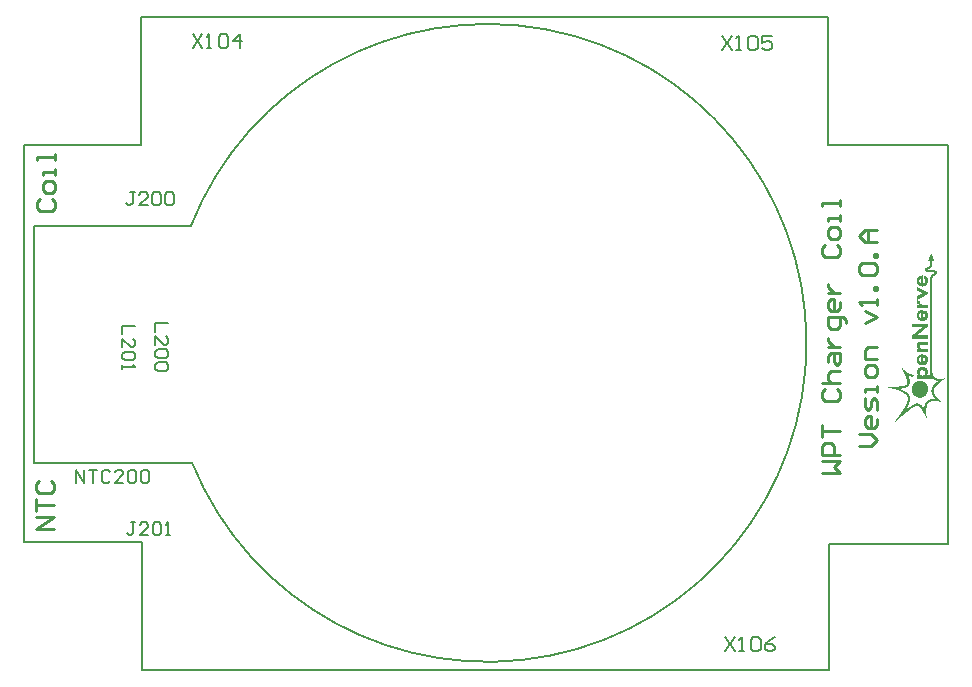
<source format=gto>
G04*
G04 #@! TF.GenerationSoftware,Altium Limited,Altium Designer,24.3.1 (35)*
G04*
G04 Layer_Color=65535*
%FSLAX44Y44*%
%MOMM*%
G71*
G04*
G04 #@! TF.SameCoordinates,063D28A7-869B-49E0-B519-EA391C4CE498*
G04*
G04*
G04 #@! TF.FilePolarity,Positive*
G04*
G01*
G75*
%ADD10C,0.2000*%
%ADD11C,0.1270*%
%ADD12C,0.2540*%
%ADD13C,0.1500*%
G36*
X1304153Y940910D02*
X1304212Y940777D01*
X1304242Y940659D01*
X1304271Y940527D01*
X1304315Y940482D01*
X1304359Y940379D01*
X1304389Y940276D01*
X1304411Y940195D01*
X1304463Y940144D01*
X1304477Y940114D01*
X1304521Y940011D01*
X1304544Y939915D01*
X1304617Y939798D01*
X1304639Y939731D01*
X1304661Y939650D01*
X1304676Y939591D01*
X1304706Y939518D01*
X1304757Y939466D01*
X1304787Y939392D01*
X1304831Y939216D01*
X1304882Y939179D01*
X1304904Y939157D01*
X1304919Y939127D01*
X1304949Y939054D01*
X1304963Y938892D01*
X1305030Y938811D01*
X1305067Y938745D01*
X1305096Y938627D01*
X1305118Y938531D01*
X1305184Y938465D01*
X1305228Y938362D01*
X1305243Y938258D01*
X1305265Y938177D01*
X1305324Y938089D01*
X1305361Y938008D01*
X1305383Y937912D01*
X1305398Y937853D01*
X1305435Y937802D01*
X1305464Y937772D01*
X1305479Y937743D01*
X1305508Y937669D01*
X1305523Y937610D01*
X1305538Y937537D01*
X1305597Y937448D01*
X1305641Y937345D01*
X1305663Y937235D01*
X1305751Y937087D01*
X1305788Y936992D01*
X1305810Y936896D01*
X1305832Y936844D01*
X1305884Y936808D01*
X1305921Y936741D01*
X1305936Y936683D01*
X1305950Y936535D01*
X1306039Y936447D01*
X1306068Y936373D01*
X1306083Y936314D01*
X1306098Y936211D01*
X1306142Y936137D01*
X1306201Y936079D01*
X1306230Y935961D01*
X1306245Y935843D01*
X1306304Y935784D01*
X1306318Y935755D01*
X1306363Y935651D01*
X1306377Y935534D01*
X1306473Y935394D01*
X1306495Y935328D01*
X1306517Y935232D01*
X1306532Y935173D01*
X1306554Y935151D01*
X1306569Y935121D01*
X1306598Y935092D01*
X1306642Y934945D01*
X1306657Y934856D01*
X1306731Y934753D01*
X1306760Y934679D01*
X1306790Y934576D01*
X1306863Y934444D01*
X1306893Y934414D01*
X1306922Y934311D01*
X1306937Y934193D01*
X1306966Y934164D01*
X1306981Y934135D01*
X1307011Y934105D01*
X1307025Y934076D01*
X1307070Y933972D01*
X1307062Y933936D01*
X1306989Y933950D01*
X1306900Y934039D01*
X1306841Y934053D01*
X1306738Y934068D01*
X1306635Y934127D01*
X1306503Y934186D01*
X1306385Y934201D01*
X1306282Y934274D01*
X1306237Y934319D01*
X1306090Y934333D01*
X1305958Y934407D01*
X1305913Y934451D01*
X1305854Y934466D01*
X1305707Y934481D01*
X1305604Y934539D01*
X1305545Y934598D01*
X1305486Y934613D01*
X1305390Y934635D01*
X1305339Y934657D01*
X1305206Y934716D01*
X1305148Y934702D01*
X1305125Y934679D01*
X1305096Y934576D01*
X1305081Y931189D01*
X1305067Y931145D01*
X1305052Y930865D01*
X1305037Y930821D01*
X1305015Y930710D01*
X1305000Y930651D01*
X1304978Y930570D01*
X1304963Y930511D01*
X1304941Y930121D01*
X1304912Y930047D01*
X1304890Y930025D01*
X1304875Y929996D01*
X1304831Y929952D01*
X1304779Y929723D01*
X1304728Y929642D01*
X1304669Y929583D01*
X1304654Y929466D01*
X1304610Y929392D01*
X1304566Y929348D01*
X1304551Y929318D01*
X1304463Y929156D01*
X1304411Y929119D01*
X1304352Y929031D01*
X1304301Y928979D01*
X1304286Y928950D01*
X1304227Y928847D01*
X1304190Y928810D01*
X1304161Y928795D01*
X1304094Y928729D01*
X1304087Y928707D01*
X1304058Y928692D01*
X1304028Y928663D01*
X1303999Y928648D01*
X1303962Y928626D01*
X1303947Y928597D01*
X1303896Y928545D01*
X1303815Y928508D01*
X1303800Y928479D01*
X1303734Y928412D01*
X1303638Y928376D01*
X1303557Y928295D01*
X1303527Y928280D01*
X1303387Y928184D01*
X1303351Y928147D01*
X1303248Y928103D01*
X1303218Y928089D01*
X1303181Y928052D01*
X1303174Y928030D01*
X1303144Y928015D01*
X1302982Y927926D01*
X1302923Y927868D01*
X1302776Y927809D01*
X1302739Y927772D01*
X1302725Y927742D01*
X1302703Y927720D01*
X1302673Y927706D01*
X1302629Y927691D01*
X1302570Y927676D01*
X1302496Y927661D01*
X1302437Y927602D01*
X1302408Y927588D01*
X1302305Y927543D01*
X1302216Y927529D01*
X1302180Y927492D01*
X1302165Y927462D01*
X1302099Y927426D01*
X1301996Y927396D01*
X1301907Y927382D01*
X1301863Y927337D01*
X1301834Y927323D01*
X1301701Y927264D01*
X1301627Y927249D01*
X1301591Y927212D01*
X1301576Y927153D01*
X1301591Y927021D01*
X1301613Y926999D01*
X1301716Y926969D01*
X1301944Y926947D01*
X1302018Y926932D01*
X1302077Y926918D01*
X1302194Y926903D01*
X1302268Y926888D01*
X1302467Y926866D01*
X1302879Y926851D01*
X1303078Y926829D01*
X1303270Y926800D01*
X1303535Y926756D01*
X1303608Y926741D01*
X1303756Y926726D01*
X1304153Y926711D01*
X1304286Y926697D01*
X1304639Y926667D01*
X1304728Y926653D01*
X1304853Y926616D01*
X1304993Y926593D01*
X1305184Y926579D01*
X1305670Y926564D01*
X1305744Y926549D01*
X1305862Y926505D01*
X1305936Y926476D01*
X1306017Y926454D01*
X1306075Y926439D01*
X1306458Y926424D01*
X1306503Y926410D01*
X1306584Y926387D01*
X1306642Y926373D01*
X1306709Y926350D01*
X1306782Y926321D01*
X1306885Y926292D01*
X1307121Y926277D01*
X1307276Y926240D01*
X1307364Y926181D01*
X1307460Y926144D01*
X1307607Y926130D01*
X1307651Y926115D01*
X1307784Y926041D01*
X1307858Y926012D01*
X1307916Y925997D01*
X1308005Y925982D01*
X1308108Y925923D01*
X1308181Y925879D01*
X1308270Y925864D01*
X1308373Y925806D01*
X1308447Y925732D01*
X1308535Y925717D01*
X1308564Y925688D01*
X1308594Y925673D01*
X1308623Y925629D01*
X1308653Y925614D01*
X1308756Y925555D01*
X1308940Y925371D01*
X1308955Y925342D01*
X1309028Y925268D01*
X1309058Y925194D01*
X1309073Y925121D01*
X1309095Y925099D01*
X1309124Y925084D01*
X1309161Y925018D01*
X1309190Y924900D01*
X1309212Y924789D01*
X1309242Y924716D01*
X1309294Y924591D01*
X1309308Y924443D01*
X1309294Y924252D01*
X1309220Y924090D01*
X1309205Y923987D01*
X1309190Y923928D01*
X1309168Y923788D01*
X1309154Y923729D01*
X1309109Y923655D01*
X1309080Y923641D01*
X1309058Y923574D01*
X1309028Y923456D01*
X1308970Y923353D01*
X1308940Y923324D01*
X1308903Y923228D01*
X1308866Y923177D01*
X1308837Y923147D01*
X1308822Y923118D01*
X1308778Y923074D01*
X1308763Y923044D01*
X1308645Y922926D01*
X1308631Y922897D01*
X1308579Y922845D01*
X1308557Y922838D01*
X1308542Y922808D01*
X1308513Y922794D01*
X1308498Y922764D01*
X1308432Y922713D01*
X1308403Y922698D01*
X1308344Y922639D01*
X1308314Y922624D01*
X1308211Y922580D01*
X1308174Y922573D01*
X1308159Y922543D01*
X1308108Y922492D01*
X1308034Y922462D01*
X1307983Y922440D01*
X1307968Y922411D01*
X1307916Y922359D01*
X1307813Y922315D01*
X1307740Y922286D01*
X1307666Y922212D01*
X1307563Y922168D01*
X1307534Y922153D01*
X1307430Y922050D01*
X1307327Y922020D01*
X1307298Y922006D01*
X1307209Y921917D01*
X1307136Y921888D01*
X1307077Y921873D01*
X1307047Y921858D01*
X1306959Y921770D01*
X1306863Y921733D01*
X1306812Y921696D01*
X1306782Y921667D01*
X1306753Y921652D01*
X1306591Y921564D01*
X1306517Y921490D01*
X1306385Y921416D01*
X1306311Y921343D01*
X1306178Y921269D01*
X1306120Y921210D01*
X1306046Y921181D01*
X1306024Y921159D01*
X1306009Y921129D01*
X1305928Y921048D01*
X1305899Y921034D01*
X1305818Y920967D01*
X1305810Y920945D01*
X1305781Y920930D01*
X1305751Y920901D01*
X1305722Y920886D01*
X1305626Y920791D01*
X1305619Y920769D01*
X1305589Y920754D01*
X1305523Y920687D01*
X1305508Y920658D01*
X1305471Y920607D01*
X1305442Y920592D01*
X1305413Y920562D01*
X1305383Y920548D01*
X1305354Y920474D01*
X1305302Y920393D01*
X1305258Y920349D01*
X1305243Y920290D01*
X1305221Y920194D01*
X1305199Y920143D01*
X1305111Y920010D01*
X1305096Y919818D01*
X1305081Y843305D01*
X1305067Y843260D01*
X1305044Y842929D01*
X1305030Y842679D01*
X1305022Y841213D01*
X1305037Y841169D01*
X1305052Y840757D01*
X1305067Y840712D01*
X1305089Y840381D01*
X1305103Y839954D01*
X1305118Y839704D01*
X1305140Y839637D01*
X1305177Y839541D01*
X1305192Y839482D01*
X1305228Y839357D01*
X1305243Y838945D01*
X1305258Y838842D01*
X1305309Y838702D01*
X1305332Y838636D01*
X1305346Y838577D01*
X1305383Y838334D01*
X1305398Y838260D01*
X1305413Y838201D01*
X1305479Y838046D01*
X1305508Y837943D01*
X1305530Y837803D01*
X1305545Y837745D01*
X1305582Y837693D01*
X1305611Y837619D01*
X1305641Y837516D01*
X1305663Y837406D01*
X1305737Y837288D01*
X1305773Y837207D01*
X1305818Y837060D01*
X1305832Y837030D01*
X1305869Y836993D01*
X1305891Y836986D01*
X1305906Y836957D01*
X1305936Y836883D01*
X1305965Y836765D01*
X1306053Y836677D01*
X1306112Y836529D01*
X1306142Y836500D01*
X1306149Y836478D01*
X1306178Y836463D01*
X1306201Y836441D01*
X1306245Y836323D01*
X1306282Y836286D01*
X1306311Y836272D01*
X1306348Y836235D01*
X1306392Y836161D01*
X1306422Y836132D01*
X1306429Y836110D01*
X1306458Y836095D01*
X1306480Y836073D01*
X1306495Y836043D01*
X1306525Y836014D01*
X1306532Y835992D01*
X1306561Y835977D01*
X1306591Y835948D01*
X1306620Y835933D01*
X1306657Y835911D01*
X1306672Y835881D01*
X1306701Y835852D01*
X1306716Y835823D01*
X1306738Y835800D01*
X1306768Y835786D01*
X1306849Y835719D01*
X1306915Y835653D01*
X1306974Y835638D01*
X1307055Y835572D01*
X1307143Y835513D01*
X1307261Y835440D01*
X1307298Y835388D01*
X1307416Y835344D01*
X1307467Y835307D01*
X1307475Y835285D01*
X1307578Y835241D01*
X1307673Y835204D01*
X1307725Y835167D01*
X1307769Y835123D01*
X1307872Y835094D01*
X1307990Y835049D01*
X1308034Y835005D01*
X1308064Y834990D01*
X1308137Y834961D01*
X1308240Y834946D01*
X1308329Y834931D01*
X1308410Y834865D01*
X1308447Y834828D01*
X1308631Y834806D01*
X1308690Y834791D01*
X1308837Y834703D01*
X1308903Y834681D01*
X1308962Y834666D01*
X1309139Y834652D01*
X1309183Y834637D01*
X1309271Y834622D01*
X1309463Y834534D01*
X1309698Y834519D01*
X1309743Y834504D01*
X1309934Y834490D01*
X1310067Y834431D01*
X1310185Y834401D01*
X1310450Y834387D01*
X1310494Y834372D01*
X1311105Y834350D01*
X1311238Y834335D01*
X1312247Y834328D01*
X1312291Y834342D01*
X1312526Y834357D01*
X1313086Y834372D01*
X1313130Y834387D01*
X1313491Y834409D01*
X1313565Y834423D01*
X1313624Y834438D01*
X1313690Y834460D01*
X1313793Y834490D01*
X1313852Y834504D01*
X1314191Y834519D01*
X1314235Y834534D01*
X1314456Y834548D01*
X1314588Y834607D01*
X1314706Y834637D01*
X1314905Y834659D01*
X1315096Y834674D01*
X1315185Y834688D01*
X1315258Y834718D01*
X1315340Y834755D01*
X1315413Y834784D01*
X1315472Y834799D01*
X1315575Y834814D01*
X1315767Y834828D01*
X1315811Y834843D01*
X1315870Y834858D01*
X1315877Y834836D01*
X1315796Y834784D01*
X1315708Y834696D01*
X1315678Y834681D01*
X1315605Y834652D01*
X1315553Y834644D01*
X1315546Y834652D01*
X1315494Y834615D01*
X1315479Y834571D01*
X1315428Y834519D01*
X1315369Y834504D01*
X1315317Y834453D01*
X1315303Y834423D01*
X1315281Y834401D01*
X1315251Y834387D01*
X1315119Y834313D01*
X1315060Y834254D01*
X1314964Y834217D01*
X1314920Y834173D01*
X1314905Y834144D01*
X1314883Y834121D01*
X1314780Y834062D01*
X1314706Y833989D01*
X1314677Y833974D01*
X1314574Y833901D01*
X1314544Y833886D01*
X1314530Y833856D01*
X1314500Y833842D01*
X1314375Y833775D01*
X1314360Y833746D01*
X1314294Y833680D01*
X1314191Y833621D01*
X1314117Y833547D01*
X1314088Y833532D01*
X1313985Y833473D01*
X1313948Y833422D01*
X1313881Y833385D01*
X1313808Y833341D01*
X1313749Y833282D01*
X1313719Y833267D01*
X1313638Y833201D01*
X1313587Y833164D01*
X1313557Y833135D01*
X1313528Y833120D01*
X1313499Y833090D01*
X1313469Y833076D01*
X1313432Y833054D01*
X1313418Y833024D01*
X1313395Y833002D01*
X1313366Y832987D01*
X1313263Y832914D01*
X1313189Y832840D01*
X1313094Y832788D01*
X1313049Y832715D01*
X1313012Y832678D01*
X1312880Y832604D01*
X1312821Y832545D01*
X1312791Y832531D01*
X1312696Y832465D01*
X1312688Y832442D01*
X1312659Y832428D01*
X1312630Y832398D01*
X1312556Y832369D01*
X1312467Y832280D01*
X1312394Y832236D01*
X1312276Y832118D01*
X1312247Y832104D01*
X1312144Y832001D01*
X1312114Y831986D01*
X1312033Y831919D01*
X1311967Y831853D01*
X1311893Y831809D01*
X1311856Y831772D01*
X1311841Y831743D01*
X1311819Y831721D01*
X1311790Y831706D01*
X1311687Y831632D01*
X1311657Y831588D01*
X1311628Y831573D01*
X1311525Y831500D01*
X1311436Y831411D01*
X1311407Y831397D01*
X1311378Y831367D01*
X1311348Y831352D01*
X1311311Y831301D01*
X1311289Y831279D01*
X1311260Y831264D01*
X1311127Y831161D01*
X1311098Y831132D01*
X1311068Y831117D01*
X1310950Y830999D01*
X1310921Y830984D01*
X1310855Y830933D01*
X1310840Y830903D01*
X1310803Y830866D01*
X1310774Y830852D01*
X1310626Y830704D01*
X1310597Y830690D01*
X1310494Y830587D01*
X1310464Y830572D01*
X1310369Y830476D01*
X1310354Y830447D01*
X1310302Y830410D01*
X1310221Y830344D01*
X1310185Y830292D01*
X1310155Y830277D01*
X1310126Y830248D01*
X1310096Y830233D01*
X1309831Y829968D01*
X1309802Y829953D01*
X1309647Y829799D01*
X1309632Y829769D01*
X1309448Y829585D01*
X1309419Y829570D01*
X1309375Y829526D01*
X1309352Y829519D01*
X1309338Y829489D01*
X1309220Y829371D01*
X1309205Y829342D01*
X1309124Y829261D01*
X1309095Y829246D01*
X1309043Y829195D01*
X1309028Y829165D01*
X1308977Y829128D01*
X1308925Y829077D01*
X1308911Y829047D01*
X1308844Y828981D01*
X1308815Y828967D01*
X1308778Y828930D01*
X1308763Y828900D01*
X1308645Y828782D01*
X1308631Y828753D01*
X1308483Y828606D01*
X1308469Y828576D01*
X1308417Y828525D01*
X1308388Y828510D01*
X1308366Y828488D01*
X1308351Y828458D01*
X1308285Y828363D01*
X1308255Y828348D01*
X1308204Y828296D01*
X1308189Y828267D01*
X1308123Y828186D01*
X1308042Y828105D01*
X1308027Y828075D01*
X1307939Y827987D01*
X1307924Y827958D01*
X1307858Y827877D01*
X1307791Y827810D01*
X1307776Y827781D01*
X1307710Y827700D01*
X1307644Y827634D01*
X1307585Y827531D01*
X1307534Y827494D01*
X1307511Y827471D01*
X1307475Y827376D01*
X1307394Y827295D01*
X1307379Y827265D01*
X1307305Y827133D01*
X1307231Y827059D01*
X1307195Y826963D01*
X1307158Y826912D01*
X1307106Y826860D01*
X1307084Y826853D01*
X1307070Y826794D01*
X1306996Y826691D01*
X1306937Y826632D01*
X1306922Y826573D01*
X1306863Y826470D01*
X1306819Y826426D01*
X1306804Y826396D01*
X1306775Y826323D01*
X1306716Y826220D01*
X1306687Y826190D01*
X1306657Y826116D01*
X1306628Y826013D01*
X1306569Y825910D01*
X1306539Y825881D01*
X1306510Y825778D01*
X1306458Y825638D01*
X1306422Y825601D01*
X1306377Y825498D01*
X1306355Y825358D01*
X1306340Y825284D01*
X1306326Y825226D01*
X1306282Y825137D01*
X1306245Y825056D01*
X1306230Y824909D01*
X1306245Y823627D01*
X1306259Y823583D01*
X1306274Y823554D01*
X1306318Y823451D01*
X1306333Y823392D01*
X1306363Y823186D01*
X1306385Y823001D01*
X1306414Y822928D01*
X1306480Y822773D01*
X1306510Y822670D01*
X1306532Y822545D01*
X1306591Y822457D01*
X1306628Y822375D01*
X1306650Y822250D01*
X1306664Y822177D01*
X1306723Y822088D01*
X1306760Y822007D01*
X1306775Y821948D01*
X1306819Y821831D01*
X1306863Y821786D01*
X1306878Y821757D01*
X1306922Y821654D01*
X1306937Y821565D01*
X1306966Y821536D01*
X1306981Y821507D01*
X1307040Y821448D01*
X1307055Y821389D01*
X1307099Y821271D01*
X1307121Y821249D01*
X1307143Y821241D01*
X1307158Y821212D01*
X1307187Y821182D01*
X1307217Y821079D01*
X1307239Y821013D01*
X1307268Y820998D01*
X1307305Y820962D01*
X1307320Y820932D01*
X1307364Y820829D01*
X1307379Y820755D01*
X1307401Y820733D01*
X1307430Y820719D01*
X1307453Y820696D01*
X1307563Y820483D01*
X1307592Y820468D01*
X1307614Y820446D01*
X1307659Y820328D01*
X1307725Y820247D01*
X1307747Y820225D01*
X1307821Y820093D01*
X1307909Y820004D01*
X1307924Y819945D01*
X1307990Y819864D01*
X1308012Y819842D01*
X1308056Y819769D01*
X1308078Y819717D01*
X1308100Y819710D01*
X1308108Y819688D01*
X1308137Y819673D01*
X1308159Y819651D01*
X1308174Y819621D01*
X1308233Y819518D01*
X1308270Y819481D01*
X1308292Y819474D01*
X1308307Y819445D01*
X1308336Y819415D01*
X1308351Y819356D01*
X1308403Y819305D01*
X1308432Y819290D01*
X1308469Y819253D01*
X1308513Y819180D01*
X1308616Y819076D01*
X1308631Y819047D01*
X1308675Y818973D01*
X1308749Y818900D01*
X1308808Y818796D01*
X1308881Y818723D01*
X1308896Y818693D01*
X1308999Y818590D01*
X1309014Y818561D01*
X1309080Y818480D01*
X1309176Y818384D01*
X1309190Y818355D01*
X1309242Y818303D01*
X1309271Y818288D01*
X1309323Y818237D01*
X1309338Y818207D01*
X1309470Y818075D01*
X1309485Y818045D01*
X1309522Y818008D01*
X1309551Y817994D01*
X1309617Y817927D01*
X1309632Y817898D01*
X1309654Y817861D01*
X1309684Y817847D01*
X1309713Y817817D01*
X1309735Y817810D01*
X1309750Y817780D01*
X1309853Y817648D01*
X1309883Y817618D01*
X1309897Y817589D01*
X1309949Y817537D01*
X1309971Y817530D01*
X1309978Y817508D01*
X1310008Y817493D01*
X1310081Y817405D01*
X1310229Y817257D01*
X1310258Y817243D01*
X1310310Y817191D01*
X1310325Y817162D01*
X1310479Y817007D01*
X1310523Y816992D01*
X1310604Y816926D01*
X1310619Y816897D01*
X1310656Y816860D01*
X1310685Y816845D01*
X1310752Y816779D01*
X1310766Y816749D01*
X1310899Y816661D01*
X1310914Y816631D01*
X1310950Y816580D01*
X1310980Y816565D01*
X1311076Y816469D01*
X1311090Y816440D01*
X1311113Y816418D01*
X1311142Y816403D01*
X1311245Y816300D01*
X1311275Y816285D01*
X1311466Y816094D01*
X1311495Y816079D01*
X1311554Y816020D01*
X1311584Y816005D01*
X1311613Y815976D01*
X1311643Y815961D01*
X1311731Y815873D01*
X1311761Y815858D01*
X1311841Y815792D01*
X1311871Y815762D01*
X1311878Y815740D01*
X1311952Y815711D01*
X1312070Y815593D01*
X1312144Y815549D01*
X1312261Y815431D01*
X1312291Y815416D01*
X1312423Y815284D01*
X1312497Y815240D01*
X1312519Y815218D01*
X1312534Y815188D01*
X1312571Y815151D01*
X1312615Y815136D01*
X1312696Y815070D01*
X1312718Y815033D01*
X1312821Y814975D01*
X1312858Y814938D01*
X1312872Y814908D01*
X1312968Y814871D01*
X1313064Y814805D01*
X1313079Y814776D01*
X1313130Y814724D01*
X1313204Y814680D01*
X1313241Y814643D01*
X1313160Y814636D01*
X1313057Y814709D01*
X1312909Y814724D01*
X1312711Y814746D01*
X1312637Y814776D01*
X1312482Y814842D01*
X1312423Y814857D01*
X1312276Y814871D01*
X1312099Y814901D01*
X1311967Y814960D01*
X1311849Y814989D01*
X1311746Y815004D01*
X1311599Y815019D01*
X1311429Y815041D01*
X1311304Y815078D01*
X1311201Y815107D01*
X1311090Y815129D01*
X1310884Y815144D01*
X1310766Y815159D01*
X1310693Y815173D01*
X1310612Y815195D01*
X1310479Y815225D01*
X1310435Y815240D01*
X1310317Y815269D01*
X1310023Y815284D01*
X1309978Y815298D01*
X1309691Y815321D01*
X1309603Y815335D01*
X1309544Y815350D01*
X1309419Y815387D01*
X1309264Y815409D01*
X1308866Y815424D01*
X1308292Y815439D01*
X1308174Y815453D01*
X1308086Y815468D01*
X1307968Y815483D01*
X1307821Y815497D01*
X1307732Y815512D01*
X1307335Y815527D01*
X1307217Y815542D01*
X1306679Y815549D01*
X1306635Y815534D01*
X1306444Y815519D01*
X1306134Y815505D01*
X1306090Y815490D01*
X1305943Y815475D01*
X1305803Y815453D01*
X1305604Y815431D01*
X1304971Y815416D01*
X1304927Y815402D01*
X1304809Y815387D01*
X1304676Y815328D01*
X1304426Y815298D01*
X1304367Y815284D01*
X1304183Y815262D01*
X1304087Y815225D01*
X1303984Y815181D01*
X1303807Y815136D01*
X1303675Y815122D01*
X1303513Y815048D01*
X1303409Y815019D01*
X1303299Y814997D01*
X1303211Y814952D01*
X1303100Y814886D01*
X1302975Y814864D01*
X1302916Y814849D01*
X1302820Y814754D01*
X1302717Y814724D01*
X1302629Y814709D01*
X1302526Y814606D01*
X1302423Y814577D01*
X1302349Y814562D01*
X1302312Y814525D01*
X1302298Y814496D01*
X1302261Y814459D01*
X1302187Y814430D01*
X1302106Y814408D01*
X1302077Y814393D01*
X1302062Y814363D01*
X1302025Y814326D01*
X1301929Y814290D01*
X1301870Y814231D01*
X1301856Y814201D01*
X1301834Y814179D01*
X1301804Y814164D01*
X1301701Y814091D01*
X1301672Y814061D01*
X1301642Y814047D01*
X1301613Y814017D01*
X1301583Y814002D01*
X1301532Y813951D01*
X1301524Y813929D01*
X1301495Y813914D01*
X1301436Y813855D01*
X1301414Y813848D01*
X1301370Y813774D01*
X1301348Y813752D01*
X1301318Y813737D01*
X1301267Y813686D01*
X1301222Y813612D01*
X1301163Y813553D01*
X1301149Y813524D01*
X1301090Y813421D01*
X1301053Y813384D01*
X1301031Y813376D01*
X1301016Y813347D01*
X1300928Y813185D01*
X1300869Y813097D01*
X1300847Y813001D01*
X1300817Y812927D01*
X1300795Y812905D01*
X1300780Y812876D01*
X1300722Y812787D01*
X1300685Y812618D01*
X1300655Y812544D01*
X1300596Y812456D01*
X1300582Y812397D01*
X1300567Y812264D01*
X1300552Y812191D01*
X1300538Y812132D01*
X1300486Y812051D01*
X1300442Y811948D01*
X1300420Y811675D01*
X1300405Y811616D01*
X1300376Y811543D01*
X1300324Y811447D01*
X1300294Y811344D01*
X1300280Y811064D01*
X1300265Y810917D01*
X1300250Y810858D01*
X1300236Y810725D01*
X1300177Y810593D01*
X1300162Y810490D01*
X1300132Y810018D01*
X1300118Y809915D01*
X1300103Y809650D01*
X1300088Y809606D01*
X1300059Y809488D01*
X1300052Y809422D01*
X1300059Y809415D01*
X1300044Y809370D01*
X1300029Y809267D01*
X1300015Y809076D01*
X1299993Y808479D01*
X1299978Y807242D01*
X1299971Y806984D01*
X1299985Y806940D01*
X1300000Y805055D01*
X1300015Y805011D01*
X1300029Y804436D01*
X1300044Y804392D01*
X1300066Y804179D01*
X1300081Y804120D01*
X1300110Y803943D01*
X1300140Y803221D01*
X1300155Y802883D01*
X1300169Y802647D01*
X1300184Y802573D01*
X1300199Y802514D01*
X1300221Y802433D01*
X1300250Y802227D01*
X1300272Y801910D01*
X1300287Y801483D01*
X1300302Y801321D01*
X1300317Y801174D01*
X1300331Y801056D01*
X1300368Y800975D01*
X1300398Y800901D01*
X1300420Y800762D01*
X1300434Y800555D01*
X1300442Y800504D01*
X1300405Y800497D01*
X1300339Y800622D01*
X1300280Y800754D01*
X1300265Y800857D01*
X1300243Y800909D01*
X1300177Y800946D01*
X1300147Y801019D01*
X1300132Y801078D01*
X1300096Y801174D01*
X1300029Y801226D01*
X1300000Y801299D01*
X1299978Y801380D01*
X1299956Y801432D01*
X1299882Y801535D01*
X1299867Y801594D01*
X1299794Y801726D01*
X1299749Y801770D01*
X1299720Y801844D01*
X1299705Y801903D01*
X1299646Y802006D01*
X1299617Y802036D01*
X1299602Y802065D01*
X1299588Y802109D01*
X1299543Y802227D01*
X1299470Y802301D01*
X1299440Y802374D01*
X1299411Y802492D01*
X1299389Y802529D01*
X1299359Y802544D01*
X1299322Y802581D01*
X1299293Y802654D01*
X1299278Y802713D01*
X1299263Y802787D01*
X1299197Y802868D01*
X1299175Y802890D01*
X1299146Y802993D01*
X1299116Y803067D01*
X1299050Y803148D01*
X1299028Y803170D01*
X1298998Y803243D01*
X1298976Y803324D01*
X1298917Y803413D01*
X1298866Y803538D01*
X1298836Y803612D01*
X1298770Y803693D01*
X1298719Y803818D01*
X1298689Y803891D01*
X1298616Y803965D01*
X1298586Y804039D01*
X1298557Y804156D01*
X1298520Y804193D01*
X1298490Y804208D01*
X1298453Y804274D01*
X1298417Y804370D01*
X1298365Y804451D01*
X1298336Y804466D01*
X1298321Y804495D01*
X1298291Y804569D01*
X1298269Y804665D01*
X1298196Y804753D01*
X1298159Y804834D01*
X1298144Y804922D01*
X1298107Y804974D01*
X1298078Y804989D01*
X1298056Y805011D01*
X1298041Y805040D01*
X1298012Y805114D01*
X1297990Y805195D01*
X1297953Y805246D01*
X1297923Y805276D01*
X1297908Y805305D01*
X1297879Y805379D01*
X1297842Y805475D01*
X1297791Y805526D01*
X1297776Y805556D01*
X1297746Y805585D01*
X1297732Y805644D01*
X1297702Y805718D01*
X1297643Y805777D01*
X1297599Y805880D01*
X1297562Y805975D01*
X1297525Y806027D01*
X1297481Y806071D01*
X1297459Y806152D01*
X1297408Y806233D01*
X1297334Y806307D01*
X1297305Y806410D01*
X1297260Y806484D01*
X1297202Y806543D01*
X1297172Y806616D01*
X1297157Y806675D01*
X1297143Y806704D01*
X1297039Y806808D01*
X1297017Y806889D01*
X1297003Y806947D01*
X1296958Y807007D01*
X1296929Y807021D01*
X1296892Y807102D01*
X1296855Y807198D01*
X1296819Y807250D01*
X1296774Y807294D01*
X1296760Y807323D01*
X1296745Y807367D01*
X1296716Y807441D01*
X1296657Y807500D01*
X1296642Y807529D01*
X1296583Y807662D01*
X1296568Y807691D01*
X1296531Y807728D01*
X1296509Y807736D01*
X1296495Y807765D01*
X1296450Y807868D01*
X1296436Y807897D01*
X1296391Y807942D01*
X1296377Y807971D01*
X1296333Y808015D01*
X1296318Y808074D01*
X1296274Y808148D01*
X1296215Y808207D01*
X1296156Y808339D01*
X1296141Y808369D01*
X1296104Y808406D01*
X1296082Y808413D01*
X1296067Y808443D01*
X1296038Y808516D01*
X1296016Y808568D01*
X1295986Y808582D01*
X1295957Y808612D01*
X1295927Y808627D01*
X1295876Y808752D01*
X1295832Y808825D01*
X1295758Y808899D01*
X1295743Y808958D01*
X1295677Y809039D01*
X1295626Y809090D01*
X1295567Y809238D01*
X1295493Y809311D01*
X1295427Y809437D01*
X1295397Y809451D01*
X1295361Y809488D01*
X1295302Y809591D01*
X1295235Y809672D01*
X1295199Y809709D01*
X1295147Y809820D01*
X1295117Y809834D01*
X1295066Y809886D01*
X1295022Y809959D01*
X1294985Y809996D01*
X1294955Y810011D01*
X1294904Y810063D01*
X1294845Y810166D01*
X1294757Y810254D01*
X1294712Y810328D01*
X1294624Y810416D01*
X1294558Y810527D01*
X1294528Y810541D01*
X1294469Y810630D01*
X1294440Y810659D01*
X1294411Y810674D01*
X1294212Y810873D01*
X1294204Y810895D01*
X1294182Y810902D01*
X1294175Y810924D01*
X1294101Y810968D01*
X1294057Y811013D01*
X1293925Y811086D01*
X1293902Y811108D01*
X1293888Y811138D01*
X1293851Y811175D01*
X1293777Y811204D01*
X1293748Y811219D01*
X1293696Y811270D01*
X1293681Y811300D01*
X1293659Y811322D01*
X1293549Y811344D01*
X1293497Y811381D01*
X1293424Y811454D01*
X1293321Y811484D01*
X1293217Y811543D01*
X1293188Y811572D01*
X1293159Y811587D01*
X1293085Y811616D01*
X1292952Y811631D01*
X1292908Y811646D01*
X1292776Y811705D01*
X1292672Y811734D01*
X1292393Y811749D01*
X1291656Y811734D01*
X1291612Y811720D01*
X1291472Y811668D01*
X1291376Y811631D01*
X1291266Y811609D01*
X1291207Y811594D01*
X1291089Y811521D01*
X1290993Y811484D01*
X1290890Y811469D01*
X1290824Y811432D01*
X1290817Y811410D01*
X1290787Y811395D01*
X1290758Y811366D01*
X1290684Y811337D01*
X1290574Y811314D01*
X1290485Y811241D01*
X1290463Y811219D01*
X1290390Y811189D01*
X1290301Y811175D01*
X1290220Y811108D01*
X1290169Y811057D01*
X1290073Y811035D01*
X1289999Y811005D01*
X1289977Y810983D01*
X1289948Y810968D01*
X1289918Y810939D01*
X1289771Y810880D01*
X1289690Y810814D01*
X1289668Y810792D01*
X1289594Y810762D01*
X1289499Y810725D01*
X1289418Y810644D01*
X1289359Y810630D01*
X1289219Y810534D01*
X1289123Y810482D01*
X1289072Y810460D01*
X1289057Y810431D01*
X1288976Y810350D01*
X1288917Y810335D01*
X1288814Y810276D01*
X1288755Y810217D01*
X1288674Y810195D01*
X1288644Y810180D01*
X1288630Y810151D01*
X1288600Y810122D01*
X1288593Y810099D01*
X1288563Y810085D01*
X1288460Y810041D01*
X1288394Y810004D01*
X1288379Y809974D01*
X1288357Y809952D01*
X1288254Y809908D01*
X1288210Y809893D01*
X1288173Y809856D01*
X1288158Y809827D01*
X1288136Y809805D01*
X1287974Y809716D01*
X1287901Y809643D01*
X1287805Y809621D01*
X1287694Y809510D01*
X1287665Y809495D01*
X1287562Y809422D01*
X1287532Y809392D01*
X1287503Y809378D01*
X1287429Y809348D01*
X1287385Y809333D01*
X1287363Y809311D01*
X1287348Y809282D01*
X1287297Y809230D01*
X1287194Y809172D01*
X1287120Y809098D01*
X1287017Y809039D01*
X1286914Y808936D01*
X1286855Y808921D01*
X1286789Y808884D01*
X1286774Y808855D01*
X1286722Y808803D01*
X1286693Y808789D01*
X1286590Y808715D01*
X1286546Y808671D01*
X1286398Y808612D01*
X1286347Y808560D01*
X1286339Y808538D01*
X1286310Y808523D01*
X1286207Y808450D01*
X1286133Y808376D01*
X1286001Y808303D01*
X1285927Y808229D01*
X1285883Y808214D01*
X1285802Y808148D01*
X1285750Y808096D01*
X1285721Y808082D01*
X1285640Y808015D01*
X1285559Y807934D01*
X1285485Y807890D01*
X1285412Y807816D01*
X1285382Y807802D01*
X1285279Y807743D01*
X1285257Y807721D01*
X1285242Y807691D01*
X1285176Y807654D01*
X1285073Y807596D01*
X1284999Y807522D01*
X1284970Y807507D01*
X1284889Y807441D01*
X1284852Y807404D01*
X1284822Y807389D01*
X1284793Y807360D01*
X1284697Y807308D01*
X1284682Y807279D01*
X1284660Y807257D01*
X1284535Y807191D01*
X1284520Y807161D01*
X1284469Y807110D01*
X1284439Y807095D01*
X1284358Y807029D01*
X1284322Y806977D01*
X1284292Y806962D01*
X1284204Y806903D01*
X1284174Y806889D01*
X1284101Y806815D01*
X1284027Y806771D01*
X1283924Y806668D01*
X1283821Y806609D01*
X1283762Y806550D01*
X1283732Y806535D01*
X1283637Y806469D01*
X1283622Y806439D01*
X1283585Y806403D01*
X1283556Y806388D01*
X1283430Y806307D01*
X1283416Y806277D01*
X1283305Y806211D01*
X1283283Y806204D01*
X1283268Y806174D01*
X1283217Y806123D01*
X1283143Y806079D01*
X1283040Y805975D01*
X1283011Y805961D01*
X1282930Y805894D01*
X1282878Y805843D01*
X1282849Y805828D01*
X1282716Y805725D01*
X1282687Y805696D01*
X1282657Y805681D01*
X1282576Y805615D01*
X1282561Y805585D01*
X1282539Y805563D01*
X1282510Y805548D01*
X1282414Y805497D01*
X1282399Y805467D01*
X1282333Y805401D01*
X1282304Y805386D01*
X1282223Y805320D01*
X1282142Y805239D01*
X1282039Y805180D01*
X1281980Y805121D01*
X1281906Y805077D01*
X1281818Y804989D01*
X1281788Y804974D01*
X1281715Y804930D01*
X1281626Y804841D01*
X1281597Y804827D01*
X1281545Y804790D01*
X1281530Y804760D01*
X1281494Y804724D01*
X1281464Y804709D01*
X1281435Y804679D01*
X1281405Y804665D01*
X1281354Y804613D01*
X1281346Y804591D01*
X1281317Y804576D01*
X1281273Y804532D01*
X1281199Y804488D01*
X1281162Y804436D01*
X1281037Y804355D01*
X1280978Y804282D01*
X1280949Y804267D01*
X1280875Y804223D01*
X1280802Y804149D01*
X1280772Y804134D01*
X1280691Y804068D01*
X1280610Y803987D01*
X1280580Y803972D01*
X1280477Y803899D01*
X1280433Y803855D01*
X1280404Y803840D01*
X1280323Y803774D01*
X1280257Y803707D01*
X1280227Y803693D01*
X1280109Y803575D01*
X1280013Y803523D01*
X1279999Y803494D01*
X1279903Y803398D01*
X1279874Y803383D01*
X1279852Y803361D01*
X1279837Y803332D01*
X1279785Y803280D01*
X1279756Y803265D01*
X1279623Y803162D01*
X1279579Y803118D01*
X1279483Y803067D01*
X1279469Y803037D01*
X1279446Y803015D01*
X1279417Y803000D01*
X1279314Y802927D01*
X1279225Y802838D01*
X1279181Y802824D01*
X1279145Y802772D01*
X1279122Y802750D01*
X1279093Y802735D01*
X1279012Y802669D01*
X1278968Y802625D01*
X1278960Y802603D01*
X1278931Y802588D01*
X1278902Y802559D01*
X1278872Y802544D01*
X1278769Y802441D01*
X1278739Y802426D01*
X1278703Y802404D01*
X1278688Y802374D01*
X1278592Y802279D01*
X1278519Y802234D01*
X1278482Y802198D01*
X1278467Y802168D01*
X1278386Y802131D01*
X1278356Y802117D01*
X1278305Y802065D01*
X1278298Y802043D01*
X1278268Y802028D01*
X1278239Y801999D01*
X1278209Y801984D01*
X1278106Y801881D01*
X1278077Y801866D01*
X1277996Y801800D01*
X1277900Y801704D01*
X1277870Y801690D01*
X1277767Y801586D01*
X1277738Y801572D01*
X1277657Y801520D01*
X1277642Y801491D01*
X1277620Y801469D01*
X1277591Y801454D01*
X1277546Y801410D01*
X1277524Y801402D01*
X1277510Y801373D01*
X1277458Y801321D01*
X1277429Y801307D01*
X1277355Y801262D01*
X1277281Y801174D01*
X1277208Y801130D01*
X1277186Y801108D01*
X1277171Y801078D01*
X1277119Y801027D01*
X1277090Y801012D01*
X1277009Y800946D01*
X1276913Y800850D01*
X1276840Y800806D01*
X1276766Y800732D01*
X1276736Y800717D01*
X1276655Y800651D01*
X1276604Y800600D01*
X1276574Y800585D01*
X1276508Y800519D01*
X1276493Y800489D01*
X1276471Y800467D01*
X1276368Y800408D01*
X1276265Y800305D01*
X1276236Y800290D01*
X1276199Y800254D01*
X1276184Y800224D01*
X1276162Y800202D01*
X1276133Y800187D01*
X1276000Y800084D01*
X1275941Y800025D01*
X1275912Y800011D01*
X1275890Y799988D01*
X1275875Y799959D01*
X1275831Y799915D01*
X1275823Y799893D01*
X1275794Y799878D01*
X1275691Y799804D01*
X1275632Y799745D01*
X1275602Y799731D01*
X1275521Y799664D01*
X1275455Y799598D01*
X1275426Y799583D01*
X1275322Y799480D01*
X1275293Y799465D01*
X1275212Y799399D01*
X1275131Y799318D01*
X1275102Y799304D01*
X1274984Y799186D01*
X1274954Y799171D01*
X1274925Y799141D01*
X1274895Y799127D01*
X1274859Y799090D01*
X1274851Y799068D01*
X1274822Y799053D01*
X1274763Y798994D01*
X1274733Y798979D01*
X1274675Y798906D01*
X1274645Y798891D01*
X1274564Y798825D01*
X1274549Y798795D01*
X1274512Y798758D01*
X1274483Y798744D01*
X1274402Y798678D01*
X1274336Y798611D01*
X1274306Y798596D01*
X1274240Y798545D01*
X1274225Y798515D01*
X1274174Y798479D01*
X1274093Y798412D01*
X1274026Y798346D01*
X1273997Y798331D01*
X1273968Y798302D01*
X1273938Y798287D01*
X1273820Y798169D01*
X1273791Y798155D01*
X1273702Y798066D01*
X1273673Y798052D01*
X1273511Y797890D01*
X1273482Y797875D01*
X1273378Y797772D01*
X1273349Y797757D01*
X1273216Y797625D01*
X1273143Y797580D01*
X1273069Y797492D01*
X1273025Y797477D01*
X1272892Y797345D01*
X1272863Y797330D01*
X1272811Y797278D01*
X1272797Y797249D01*
X1272775Y797227D01*
X1272745Y797212D01*
X1272671Y797168D01*
X1272613Y797109D01*
X1272590Y797116D01*
X1272664Y797219D01*
X1272723Y797322D01*
X1272811Y797411D01*
X1272826Y797440D01*
X1272856Y797470D01*
X1272900Y797543D01*
X1272973Y797617D01*
X1272988Y797676D01*
X1273032Y797750D01*
X1273069Y797786D01*
X1273099Y797801D01*
X1273121Y797823D01*
X1273187Y797949D01*
X1273216Y797963D01*
X1273268Y798015D01*
X1273297Y798088D01*
X1273364Y798169D01*
X1273415Y798221D01*
X1273452Y798302D01*
X1273474Y798309D01*
X1273489Y798339D01*
X1273533Y798383D01*
X1273548Y798412D01*
X1273643Y798552D01*
X1273680Y798589D01*
X1273739Y798692D01*
X1273813Y798766D01*
X1273872Y798869D01*
X1273894Y798906D01*
X1273916Y798913D01*
X1273931Y798943D01*
X1273960Y798972D01*
X1274012Y799083D01*
X1274041Y799097D01*
X1274107Y799164D01*
X1274144Y799259D01*
X1274225Y799340D01*
X1274240Y799370D01*
X1274299Y799473D01*
X1274350Y799524D01*
X1274380Y799539D01*
X1274446Y799679D01*
X1274483Y799716D01*
X1274512Y799731D01*
X1274535Y799753D01*
X1274608Y799885D01*
X1274667Y799944D01*
X1274726Y800047D01*
X1274778Y800099D01*
X1274807Y800114D01*
X1274873Y800239D01*
X1274947Y800312D01*
X1274962Y800371D01*
X1275057Y800497D01*
X1275079Y800504D01*
X1275094Y800533D01*
X1275153Y800636D01*
X1275241Y800725D01*
X1275256Y800798D01*
X1275322Y800879D01*
X1275374Y800931D01*
X1275411Y801027D01*
X1275470Y801086D01*
X1275499Y801100D01*
X1275536Y801137D01*
X1275551Y801196D01*
X1275617Y801262D01*
X1275639Y801270D01*
X1275654Y801299D01*
X1275727Y801432D01*
X1275816Y801520D01*
X1275831Y801550D01*
X1275882Y801645D01*
X1275912Y801660D01*
X1275948Y801697D01*
X1275985Y801793D01*
X1276007Y801815D01*
X1276015Y801837D01*
X1276037Y801844D01*
X1276052Y801874D01*
X1276125Y801991D01*
X1276140Y802021D01*
X1276177Y802058D01*
X1276206Y802072D01*
X1276228Y802094D01*
X1276265Y802190D01*
X1276361Y802286D01*
X1276383Y802367D01*
X1276427Y802441D01*
X1276457Y802455D01*
X1276508Y802507D01*
X1276582Y802639D01*
X1276633Y802676D01*
X1276655Y802698D01*
X1276677Y802779D01*
X1276722Y802853D01*
X1276751Y802868D01*
X1276788Y802905D01*
X1276803Y802934D01*
X1276898Y803074D01*
X1276935Y803111D01*
X1276994Y803214D01*
X1277053Y803273D01*
X1277127Y803405D01*
X1277200Y803479D01*
X1277215Y803509D01*
X1277274Y803612D01*
X1277296Y803634D01*
X1277326Y803648D01*
X1277362Y803729D01*
X1277421Y803832D01*
X1277495Y803906D01*
X1277569Y804039D01*
X1277642Y804112D01*
X1277657Y804201D01*
X1277723Y804282D01*
X1277790Y804348D01*
X1277848Y804451D01*
X1277885Y804488D01*
X1277915Y804503D01*
X1277937Y804525D01*
X1277952Y804584D01*
X1278018Y804665D01*
X1278084Y804775D01*
X1278099Y804805D01*
X1278165Y804886D01*
X1278202Y804908D01*
X1278217Y804937D01*
X1278231Y804981D01*
X1278276Y805055D01*
X1278320Y805099D01*
X1278423Y805291D01*
X1278445Y805313D01*
X1278467Y805320D01*
X1278482Y805350D01*
X1278548Y805475D01*
X1278577Y805489D01*
X1278614Y805526D01*
X1278629Y805585D01*
X1278688Y805688D01*
X1278710Y805725D01*
X1278739Y805740D01*
X1278762Y805762D01*
X1278791Y805835D01*
X1278806Y805865D01*
X1278872Y805931D01*
X1278894Y805939D01*
X1278924Y806012D01*
X1278982Y806115D01*
X1279056Y806189D01*
X1279093Y806285D01*
X1279130Y806336D01*
X1279174Y806366D01*
X1279189Y806395D01*
X1279262Y806528D01*
X1279284Y806565D01*
X1279314Y806579D01*
X1279336Y806601D01*
X1279373Y806697D01*
X1279424Y806778D01*
X1279483Y806837D01*
X1279557Y806970D01*
X1279616Y807029D01*
X1279667Y807169D01*
X1279748Y807250D01*
X1279785Y807345D01*
X1279837Y807426D01*
X1279874Y807463D01*
X1279896Y807470D01*
X1279910Y807529D01*
X1279969Y807632D01*
X1280028Y807691D01*
X1280058Y807765D01*
X1280117Y807868D01*
X1280190Y807912D01*
X1280205Y807971D01*
X1280264Y808074D01*
X1280308Y808118D01*
X1280323Y808148D01*
X1280396Y808280D01*
X1280455Y808339D01*
X1280485Y808413D01*
X1280544Y808516D01*
X1280617Y808590D01*
X1280647Y808708D01*
X1280669Y808744D01*
X1280691Y808752D01*
X1280698Y808774D01*
X1280728Y808789D01*
X1280750Y808855D01*
X1280824Y808987D01*
X1280846Y809009D01*
X1280875Y809024D01*
X1280897Y809046D01*
X1280912Y809149D01*
X1280941Y809179D01*
X1280956Y809208D01*
X1281015Y809267D01*
X1281030Y809297D01*
X1281044Y809341D01*
X1281081Y809437D01*
X1281162Y809518D01*
X1281177Y809547D01*
X1281265Y809709D01*
X1281317Y809746D01*
X1281332Y809834D01*
X1281405Y809952D01*
X1281457Y810004D01*
X1281501Y810122D01*
X1281567Y810202D01*
X1281589Y810225D01*
X1281693Y810416D01*
X1281722Y810445D01*
X1281774Y810585D01*
X1281825Y810667D01*
X1281884Y810725D01*
X1281899Y810784D01*
X1281928Y810858D01*
X1281994Y810939D01*
X1282031Y811020D01*
X1282053Y811116D01*
X1282076Y811138D01*
X1282090Y811167D01*
X1282112Y811189D01*
X1282134Y811197D01*
X1282149Y811226D01*
X1282179Y811300D01*
X1282193Y811373D01*
X1282245Y811440D01*
X1282274Y811454D01*
X1282341Y811609D01*
X1282385Y811683D01*
X1282444Y811742D01*
X1282466Y811837D01*
X1282495Y811911D01*
X1282532Y811963D01*
X1282591Y812021D01*
X1282613Y812117D01*
X1282687Y812235D01*
X1282724Y812272D01*
X1282738Y812331D01*
X1282760Y812412D01*
X1282834Y812530D01*
X1282871Y812566D01*
X1282885Y812640D01*
X1282959Y812773D01*
X1283018Y812861D01*
X1283033Y812979D01*
X1283092Y813082D01*
X1283151Y813141D01*
X1283173Y813296D01*
X1283224Y813376D01*
X1283283Y813435D01*
X1283313Y813553D01*
X1283335Y813649D01*
X1283372Y813700D01*
X1283401Y813730D01*
X1283416Y813759D01*
X1283445Y813833D01*
X1283460Y813936D01*
X1283526Y814061D01*
X1283556Y814076D01*
X1283593Y814157D01*
X1283615Y814268D01*
X1283644Y814341D01*
X1283659Y814371D01*
X1283688Y814385D01*
X1283725Y814466D01*
X1283747Y814562D01*
X1283762Y814650D01*
X1283850Y814798D01*
X1283872Y814879D01*
X1283894Y814975D01*
X1283924Y815048D01*
X1283990Y815159D01*
X1284012Y815254D01*
X1284034Y815394D01*
X1284049Y815439D01*
X1284079Y815512D01*
X1284138Y815615D01*
X1284152Y815718D01*
X1284167Y815880D01*
X1284255Y816042D01*
X1284285Y816116D01*
X1284299Y816337D01*
X1284314Y816381D01*
X1284329Y816484D01*
X1284380Y816624D01*
X1284417Y816720D01*
X1284432Y816867D01*
X1284447Y817500D01*
X1284462Y817648D01*
X1284476Y817751D01*
X1284462Y818045D01*
X1284447Y818090D01*
X1284432Y818649D01*
X1284417Y818693D01*
X1284403Y818752D01*
X1284373Y818782D01*
X1284314Y818914D01*
X1284299Y819017D01*
X1284285Y819076D01*
X1284241Y819150D01*
X1284196Y819194D01*
X1284167Y819268D01*
X1284145Y819364D01*
X1284123Y819415D01*
X1284056Y819496D01*
X1283983Y819658D01*
X1283961Y819680D01*
X1283946Y819710D01*
X1283902Y819754D01*
X1283843Y819857D01*
X1283754Y819945D01*
X1283696Y820048D01*
X1283674Y820070D01*
X1283644Y820085D01*
X1283593Y820152D01*
X1283578Y820181D01*
X1283541Y820218D01*
X1283512Y820232D01*
X1283475Y820269D01*
X1283460Y820299D01*
X1283386Y820402D01*
X1283342Y820431D01*
X1283327Y820461D01*
X1283261Y820542D01*
X1283195Y820608D01*
X1283180Y820638D01*
X1282996Y820822D01*
X1282966Y820836D01*
X1282834Y820969D01*
X1282805Y820984D01*
X1282716Y821072D01*
X1282687Y821087D01*
X1282643Y821131D01*
X1282620Y821138D01*
X1282606Y821168D01*
X1282444Y821271D01*
X1282377Y821352D01*
X1282274Y821411D01*
X1282238Y821448D01*
X1282223Y821477D01*
X1282201Y821499D01*
X1282120Y821521D01*
X1282046Y821580D01*
X1282031Y821610D01*
X1282009Y821632D01*
X1281980Y821646D01*
X1281950Y821676D01*
X1281921Y821691D01*
X1281840Y821757D01*
X1281803Y821794D01*
X1281700Y821853D01*
X1281641Y821912D01*
X1281508Y821985D01*
X1281427Y822051D01*
X1281302Y822118D01*
X1281229Y822191D01*
X1281096Y822221D01*
X1281067Y822250D01*
X1281037Y822265D01*
X1280978Y822339D01*
X1280838Y822390D01*
X1280794Y822434D01*
X1280787Y822457D01*
X1280713Y822486D01*
X1280632Y822508D01*
X1280580Y822545D01*
X1280544Y822582D01*
X1280529Y822611D01*
X1280463Y822633D01*
X1280330Y822707D01*
X1280257Y822781D01*
X1280146Y822803D01*
X1280065Y822854D01*
X1280021Y822898D01*
X1279881Y822950D01*
X1279829Y822987D01*
X1279785Y823031D01*
X1279682Y823075D01*
X1279572Y823127D01*
X1279557Y823156D01*
X1279476Y823193D01*
X1279388Y823208D01*
X1279314Y823252D01*
X1279255Y823311D01*
X1279152Y823340D01*
X1279078Y823370D01*
X1279005Y823414D01*
X1278960Y823458D01*
X1278902Y823473D01*
X1278806Y823495D01*
X1278754Y823517D01*
X1278725Y823546D01*
X1278703Y823554D01*
X1278688Y823583D01*
X1278666Y823605D01*
X1278541Y823627D01*
X1278482Y823642D01*
X1278401Y823694D01*
X1278342Y823753D01*
X1278239Y823782D01*
X1278158Y823804D01*
X1278106Y823841D01*
X1278077Y823870D01*
X1278047Y823885D01*
X1277974Y823915D01*
X1277863Y823937D01*
X1277782Y823988D01*
X1277753Y824018D01*
X1277679Y824047D01*
X1277620Y824062D01*
X1277429Y824165D01*
X1277384Y824180D01*
X1277267Y824209D01*
X1277193Y824239D01*
X1277090Y824312D01*
X1276994Y824334D01*
X1276920Y824349D01*
X1276840Y824401D01*
X1276751Y824460D01*
X1276611Y824482D01*
X1276552Y824496D01*
X1276501Y824519D01*
X1276464Y824541D01*
X1276449Y824570D01*
X1276368Y824607D01*
X1276206Y824622D01*
X1276066Y824717D01*
X1276044Y824739D01*
X1275904Y824762D01*
X1275787Y824791D01*
X1275698Y824850D01*
X1275676Y824872D01*
X1275573Y824901D01*
X1275426Y824916D01*
X1275352Y824960D01*
X1275278Y825034D01*
X1275138Y825056D01*
X1275079Y825071D01*
X1274962Y825145D01*
X1274895Y825166D01*
X1274837Y825181D01*
X1274726Y825203D01*
X1274667Y825218D01*
X1274594Y825247D01*
X1274571Y825270D01*
X1274542Y825284D01*
X1274468Y825314D01*
X1274314Y825351D01*
X1274240Y825380D01*
X1274188Y825417D01*
X1274115Y825446D01*
X1274034Y825469D01*
X1273945Y825483D01*
X1273783Y825542D01*
X1273747Y825579D01*
X1273577Y825601D01*
X1273415Y825630D01*
X1273202Y825741D01*
X1272981Y825756D01*
X1272907Y825785D01*
X1272716Y825873D01*
X1272436Y825888D01*
X1272311Y825910D01*
X1272259Y825932D01*
X1272156Y826006D01*
X1272097Y826021D01*
X1271994Y826036D01*
X1271817Y826050D01*
X1271655Y826124D01*
X1271596Y826139D01*
X1271552Y826153D01*
X1271434Y826183D01*
X1271228Y826198D01*
X1271184Y826212D01*
X1271088Y826234D01*
X1271014Y826264D01*
X1270948Y826286D01*
X1270889Y826301D01*
X1270690Y826323D01*
X1270617Y826338D01*
X1270528Y826352D01*
X1270462Y826374D01*
X1270330Y826433D01*
X1270182Y826448D01*
X1270079Y826463D01*
X1270020Y826477D01*
X1269873Y826492D01*
X1269770Y826536D01*
X1269652Y826566D01*
X1269475Y826595D01*
X1269210Y826610D01*
X1269166Y826625D01*
X1269019Y826684D01*
X1268916Y826713D01*
X1268857Y826728D01*
X1268577Y826742D01*
X1268533Y826757D01*
X1268474Y826772D01*
X1268378Y826794D01*
X1268282Y826831D01*
X1268209Y826860D01*
X1267922Y826882D01*
X1267686Y826897D01*
X1267612Y826912D01*
X1267494Y826956D01*
X1267369Y826993D01*
X1267178Y827008D01*
X1266972Y827022D01*
X1266949Y827044D01*
X1266972Y827066D01*
X1267126Y827074D01*
X1267723Y827066D01*
X1267870Y827125D01*
X1268010Y827148D01*
X1268172Y827162D01*
X1268746Y827177D01*
X1269188Y827192D01*
X1269365Y827206D01*
X1269497Y827221D01*
X1269586Y827236D01*
X1269645Y827251D01*
X1269807Y827265D01*
X1269954Y827280D01*
X1270116Y827295D01*
X1270551Y827317D01*
X1270956Y827339D01*
X1271154Y827361D01*
X1271213Y827376D01*
X1271361Y827391D01*
X1271405Y827405D01*
X1271780Y827442D01*
X1272215Y827464D01*
X1272627Y827479D01*
X1272671Y827494D01*
X1272907Y827508D01*
X1272951Y827523D01*
X1273091Y827545D01*
X1273179Y827560D01*
X1273312Y827575D01*
X1273636Y827589D01*
X1273842Y827604D01*
X1274093Y827619D01*
X1274284Y827648D01*
X1274365Y827670D01*
X1274461Y827692D01*
X1274520Y827707D01*
X1274814Y827722D01*
X1275050Y827737D01*
X1275330Y827751D01*
X1275507Y827766D01*
X1275595Y827781D01*
X1275713Y827810D01*
X1275794Y827832D01*
X1275985Y827847D01*
X1276457Y827877D01*
X1276869Y827891D01*
X1276913Y827906D01*
X1277053Y827928D01*
X1277230Y827958D01*
X1277377Y827987D01*
X1277466Y828002D01*
X1277583Y828017D01*
X1278055Y828031D01*
X1278261Y828046D01*
X1278349Y828061D01*
X1278416Y828083D01*
X1278607Y828142D01*
X1278666Y828156D01*
X1279299Y828171D01*
X1279343Y828186D01*
X1279483Y828208D01*
X1279579Y828245D01*
X1279932Y828304D01*
X1280168Y828318D01*
X1280301Y828333D01*
X1280433Y828392D01*
X1280580Y828436D01*
X1280728Y828451D01*
X1280934Y828466D01*
X1281008Y828495D01*
X1281103Y828532D01*
X1281229Y828569D01*
X1281398Y828591D01*
X1281472Y828606D01*
X1281545Y828635D01*
X1281626Y828672D01*
X1281700Y828701D01*
X1281759Y828716D01*
X1281884Y828738D01*
X1281958Y828768D01*
X1281980Y828790D01*
X1282009Y828804D01*
X1282112Y828849D01*
X1282215Y828863D01*
X1282296Y828885D01*
X1282348Y828922D01*
X1282392Y828967D01*
X1282466Y828996D01*
X1282576Y829018D01*
X1282628Y829040D01*
X1282650Y829062D01*
X1282665Y829092D01*
X1282701Y829128D01*
X1282849Y829173D01*
X1282922Y829217D01*
X1282981Y829276D01*
X1283077Y829313D01*
X1283188Y829423D01*
X1283217Y829438D01*
X1283298Y829504D01*
X1283379Y829585D01*
X1283408Y829600D01*
X1283430Y829622D01*
X1283445Y829651D01*
X1283489Y829696D01*
X1283504Y829725D01*
X1283556Y829762D01*
X1283607Y829813D01*
X1283651Y829887D01*
X1283688Y829924D01*
X1283718Y829939D01*
X1283740Y830005D01*
X1283762Y830086D01*
X1283835Y830204D01*
X1283858Y830226D01*
X1283880Y830322D01*
X1283894Y830395D01*
X1283909Y830454D01*
X1283968Y830601D01*
X1283990Y830682D01*
X1284005Y830830D01*
X1283990Y831831D01*
X1283975Y831875D01*
X1283931Y832037D01*
X1283916Y832096D01*
X1283894Y832236D01*
X1283865Y832472D01*
X1283843Y832597D01*
X1283784Y832730D01*
X1283769Y832788D01*
X1283747Y832958D01*
X1283710Y833201D01*
X1283651Y833304D01*
X1283622Y833378D01*
X1283607Y833481D01*
X1283593Y833540D01*
X1283578Y833658D01*
X1283512Y833738D01*
X1283489Y833761D01*
X1283460Y833864D01*
X1283445Y834055D01*
X1283430Y834099D01*
X1283416Y834129D01*
X1283357Y834217D01*
X1283313Y834364D01*
X1283291Y834534D01*
X1283232Y834622D01*
X1283210Y834644D01*
X1283173Y834740D01*
X1283158Y834858D01*
X1283143Y834931D01*
X1283092Y835013D01*
X1283047Y835116D01*
X1283033Y835174D01*
X1283018Y835278D01*
X1282989Y835351D01*
X1282915Y835454D01*
X1282893Y835535D01*
X1282878Y835609D01*
X1282863Y835668D01*
X1282841Y835719D01*
X1282782Y835778D01*
X1282768Y835837D01*
X1282753Y835881D01*
X1282724Y836014D01*
X1282635Y836161D01*
X1282613Y836257D01*
X1282584Y836331D01*
X1282561Y836382D01*
X1282532Y836412D01*
X1282517Y836441D01*
X1282473Y836544D01*
X1282458Y836603D01*
X1282444Y836677D01*
X1282385Y836736D01*
X1282370Y836765D01*
X1282326Y836868D01*
X1282311Y836986D01*
X1282245Y837067D01*
X1282223Y837089D01*
X1282179Y837192D01*
X1282157Y837318D01*
X1282120Y837369D01*
X1282076Y837413D01*
X1282046Y837487D01*
X1282024Y837612D01*
X1282009Y837671D01*
X1281943Y837737D01*
X1281913Y837811D01*
X1281884Y837929D01*
X1281840Y838002D01*
X1281796Y838046D01*
X1281766Y838120D01*
X1281752Y838179D01*
X1281737Y838253D01*
X1281663Y838356D01*
X1281634Y838429D01*
X1281619Y838488D01*
X1281589Y838562D01*
X1281545Y838606D01*
X1281530Y838636D01*
X1281472Y838768D01*
X1281442Y838842D01*
X1281369Y838945D01*
X1281339Y839048D01*
X1281302Y839144D01*
X1281236Y839210D01*
X1281221Y839240D01*
X1281192Y839313D01*
X1281177Y839387D01*
X1281074Y839490D01*
X1281044Y839593D01*
X1281030Y839696D01*
X1280963Y839777D01*
X1280927Y839843D01*
X1280912Y839902D01*
X1280875Y839998D01*
X1280794Y840079D01*
X1280765Y840153D01*
X1280750Y840241D01*
X1280654Y840381D01*
X1280632Y840447D01*
X1280617Y840506D01*
X1280551Y840587D01*
X1280485Y840698D01*
X1280470Y840786D01*
X1280441Y840816D01*
X1280426Y840845D01*
X1280382Y840889D01*
X1280352Y840963D01*
X1280323Y841081D01*
X1280249Y841154D01*
X1280234Y841184D01*
X1280205Y841257D01*
X1280190Y841316D01*
X1280175Y841346D01*
X1280139Y841383D01*
X1280109Y841397D01*
X1280087Y841419D01*
X1280058Y841522D01*
X1280043Y841581D01*
X1280028Y841626D01*
X1280006Y841648D01*
X1279977Y841662D01*
X1279940Y841699D01*
X1279910Y841802D01*
X1279881Y841876D01*
X1279807Y841949D01*
X1279778Y842023D01*
X1279756Y842104D01*
X1279704Y842185D01*
X1279660Y842229D01*
X1279645Y842288D01*
X1279623Y842369D01*
X1279564Y842458D01*
X1279528Y842495D01*
X1279469Y842642D01*
X1279402Y842723D01*
X1279336Y842877D01*
X1279321Y842907D01*
X1279262Y842966D01*
X1279248Y843025D01*
X1279159Y843187D01*
X1279100Y843246D01*
X1279049Y843386D01*
X1279012Y843437D01*
X1278982Y843467D01*
X1278968Y843496D01*
X1278938Y843570D01*
X1278879Y843673D01*
X1278820Y843732D01*
X1278791Y843805D01*
X1278776Y843864D01*
X1278762Y843894D01*
X1278673Y843982D01*
X1278644Y844056D01*
X1278622Y844151D01*
X1278600Y844203D01*
X1278548Y844240D01*
X1278526Y844262D01*
X1278496Y844365D01*
X1278482Y844409D01*
X1278460Y844431D01*
X1278430Y844446D01*
X1278393Y844483D01*
X1278356Y844578D01*
X1278305Y844674D01*
X1278342Y844682D01*
X1278371Y844652D01*
X1278401Y844638D01*
X1278526Y844512D01*
X1278541Y844483D01*
X1278563Y844461D01*
X1278636Y844417D01*
X1278659Y844395D01*
X1278673Y844365D01*
X1278739Y844299D01*
X1278769Y844284D01*
X1278902Y844151D01*
X1278924Y844144D01*
X1278938Y844115D01*
X1279049Y844004D01*
X1279078Y843989D01*
X1279108Y843960D01*
X1279137Y843945D01*
X1279174Y843908D01*
X1279189Y843879D01*
X1279211Y843857D01*
X1279233Y843849D01*
X1279240Y843827D01*
X1279270Y843813D01*
X1279292Y843791D01*
X1279306Y843761D01*
X1279373Y843695D01*
X1279395Y843688D01*
X1279410Y843658D01*
X1279483Y843584D01*
X1279491Y843562D01*
X1279520Y843548D01*
X1279601Y843481D01*
X1279653Y843415D01*
X1279682Y843400D01*
X1279763Y843334D01*
X1279778Y843305D01*
X1279829Y843253D01*
X1279859Y843238D01*
X1279896Y843202D01*
X1279910Y843172D01*
X1280094Y842988D01*
X1280124Y842973D01*
X1280175Y842922D01*
X1280190Y842892D01*
X1280257Y842811D01*
X1280360Y842708D01*
X1280389Y842693D01*
X1280426Y842656D01*
X1280441Y842627D01*
X1280566Y842502D01*
X1280588Y842495D01*
X1280603Y842465D01*
X1280669Y842384D01*
X1280713Y842340D01*
X1280735Y842333D01*
X1280742Y842310D01*
X1280765Y842303D01*
X1280779Y842274D01*
X1280875Y842178D01*
X1280897Y842170D01*
X1280912Y842141D01*
X1280941Y842112D01*
X1280956Y842082D01*
X1280978Y842060D01*
X1281008Y842045D01*
X1281059Y841994D01*
X1281074Y841964D01*
X1281140Y841883D01*
X1281258Y841765D01*
X1281288Y841751D01*
X1281317Y841721D01*
X1281346Y841706D01*
X1281449Y841603D01*
X1281560Y841537D01*
X1281575Y841508D01*
X1281641Y841441D01*
X1281715Y841397D01*
X1281774Y841338D01*
X1281906Y841265D01*
X1282009Y841162D01*
X1282083Y841117D01*
X1282157Y841044D01*
X1282260Y840985D01*
X1282348Y840897D01*
X1282451Y840837D01*
X1282525Y840764D01*
X1282657Y840690D01*
X1282731Y840617D01*
X1282790Y840602D01*
X1282893Y840528D01*
X1282937Y840484D01*
X1283092Y840403D01*
X1283107Y840374D01*
X1283158Y840322D01*
X1283246Y840307D01*
X1283349Y840204D01*
X1283379Y840190D01*
X1283482Y840131D01*
X1283570Y840042D01*
X1283651Y840020D01*
X1283674Y839998D01*
X1283703Y839983D01*
X1283762Y839924D01*
X1283858Y839888D01*
X1283946Y839829D01*
X1283975Y839799D01*
X1283983Y839777D01*
X1284064Y839755D01*
X1284211Y839667D01*
X1284233Y839644D01*
X1284373Y839593D01*
X1284425Y839556D01*
X1284447Y839534D01*
X1284454Y839512D01*
X1284528Y839482D01*
X1284624Y839446D01*
X1284646Y839424D01*
X1284675Y839409D01*
X1284704Y839365D01*
X1284763Y839350D01*
X1284844Y839328D01*
X1284918Y839298D01*
X1284962Y839254D01*
X1284977Y839225D01*
X1284999Y839203D01*
X1285087Y839188D01*
X1285190Y839129D01*
X1285249Y839070D01*
X1285308Y839055D01*
X1285470Y838997D01*
X1285507Y838974D01*
X1285522Y838945D01*
X1285588Y838923D01*
X1285669Y838901D01*
X1285787Y838827D01*
X1285839Y838776D01*
X1285949Y838754D01*
X1286008Y838739D01*
X1286089Y838687D01*
X1286192Y838643D01*
X1286251Y838628D01*
X1286347Y838606D01*
X1286435Y838547D01*
X1286457Y838525D01*
X1286531Y838496D01*
X1286649Y838481D01*
X1286781Y838407D01*
X1286811Y838378D01*
X1286929Y838348D01*
X1287098Y838326D01*
X1287171Y838297D01*
X1287238Y838231D01*
X1287444Y838201D01*
X1287554Y838179D01*
X1287628Y838150D01*
X1287665Y838113D01*
X1287694Y838098D01*
X1287768Y838069D01*
X1288018Y838039D01*
X1288121Y838010D01*
X1288284Y837936D01*
X1288431Y837921D01*
X1288534Y837907D01*
X1288703Y837885D01*
X1288777Y837855D01*
X1288843Y837818D01*
X1288902Y837803D01*
X1289108Y837774D01*
X1289285Y837759D01*
X1289322Y837722D01*
X1289307Y837649D01*
X1289278Y837619D01*
X1289248Y837001D01*
X1289234Y836957D01*
X1289211Y836817D01*
X1289197Y836728D01*
X1289167Y836610D01*
X1289153Y836522D01*
X1289138Y836449D01*
X1289108Y835918D01*
X1289072Y835867D01*
X1289035Y835859D01*
X1288946Y835918D01*
X1288519Y835933D01*
X1288475Y835948D01*
X1288350Y835970D01*
X1288203Y836029D01*
X1288136Y836051D01*
X1287945Y836066D01*
X1287709Y836080D01*
X1287576Y836154D01*
X1287547Y836183D01*
X1287429Y836213D01*
X1287230Y836235D01*
X1287157Y836264D01*
X1287135Y836286D01*
X1287002Y836345D01*
X1286818Y836367D01*
X1286744Y836382D01*
X1286671Y836412D01*
X1286604Y836463D01*
X1286487Y836493D01*
X1286391Y836515D01*
X1286317Y836544D01*
X1286207Y836610D01*
X1286030Y836655D01*
X1285912Y836699D01*
X1285780Y836758D01*
X1285721Y836773D01*
X1285632Y836787D01*
X1285529Y836846D01*
X1285485Y836890D01*
X1285367Y836920D01*
X1285227Y836971D01*
X1285205Y836993D01*
X1285176Y837008D01*
X1285146Y837038D01*
X1285087Y837052D01*
X1284940Y837067D01*
X1284896Y837052D01*
X1284793Y837038D01*
X1284756Y837001D01*
X1284749Y836905D01*
X1284763Y836846D01*
X1284815Y836780D01*
X1284830Y836750D01*
X1284874Y836647D01*
X1284889Y836618D01*
X1284918Y836588D01*
X1284933Y836559D01*
X1284962Y836529D01*
X1285006Y836426D01*
X1285021Y836367D01*
X1285036Y836294D01*
X1285065Y836264D01*
X1285080Y836235D01*
X1285110Y836206D01*
X1285139Y836132D01*
X1285154Y836073D01*
X1285183Y835999D01*
X1285271Y835911D01*
X1285301Y835793D01*
X1285316Y835705D01*
X1285352Y835638D01*
X1285375Y835631D01*
X1285389Y835602D01*
X1285419Y835528D01*
X1285434Y835469D01*
X1285448Y835366D01*
X1285493Y835292D01*
X1285537Y835248D01*
X1285581Y835145D01*
X1285603Y834976D01*
X1285625Y834924D01*
X1285699Y834821D01*
X1285728Y834644D01*
X1285743Y834512D01*
X1285846Y834291D01*
X1285861Y834232D01*
X1285890Y833996D01*
X1285964Y833834D01*
X1285993Y833731D01*
X1286008Y833628D01*
X1286023Y833378D01*
X1286037Y833333D01*
X1286060Y833194D01*
X1286082Y833127D01*
X1286126Y832951D01*
X1286148Y832472D01*
X1286155Y831610D01*
X1286140Y831566D01*
X1286126Y831183D01*
X1286111Y831139D01*
X1286096Y831021D01*
X1286052Y830918D01*
X1286037Y830815D01*
X1286023Y830756D01*
X1286008Y830564D01*
X1285971Y830395D01*
X1285905Y830270D01*
X1285890Y830226D01*
X1285875Y830167D01*
X1285861Y830049D01*
X1285831Y829975D01*
X1285772Y829872D01*
X1285728Y829769D01*
X1285713Y829637D01*
X1285640Y829533D01*
X1285610Y829504D01*
X1285596Y829445D01*
X1285581Y829342D01*
X1285537Y829268D01*
X1285500Y829232D01*
X1285470Y829217D01*
X1285448Y829195D01*
X1285434Y829092D01*
X1285419Y829062D01*
X1285352Y828981D01*
X1285330Y828959D01*
X1285242Y828797D01*
X1285205Y828760D01*
X1285176Y828745D01*
X1285132Y828657D01*
X1285095Y828606D01*
X1285051Y828561D01*
X1285036Y828532D01*
X1284933Y828399D01*
X1284874Y828341D01*
X1284859Y828311D01*
X1284756Y828208D01*
X1284741Y828178D01*
X1284719Y828156D01*
X1284690Y828142D01*
X1284609Y828061D01*
X1284594Y828031D01*
X1284506Y827972D01*
X1284425Y827891D01*
X1284395Y827877D01*
X1284292Y827803D01*
X1284233Y827744D01*
X1284138Y827707D01*
X1284056Y827626D01*
X1283865Y827523D01*
X1283821Y827479D01*
X1283725Y827442D01*
X1283674Y827405D01*
X1283615Y827346D01*
X1283512Y827302D01*
X1283423Y827287D01*
X1283335Y827199D01*
X1283188Y827155D01*
X1283129Y827140D01*
X1283055Y827066D01*
X1282952Y827022D01*
X1282812Y827000D01*
X1282760Y826978D01*
X1282657Y826905D01*
X1282480Y826875D01*
X1282363Y826860D01*
X1282260Y826787D01*
X1282157Y826757D01*
X1282098Y826742D01*
X1281928Y826720D01*
X1281855Y826691D01*
X1281670Y826610D01*
X1281567Y826595D01*
X1281332Y826581D01*
X1281288Y826566D01*
X1281148Y826514D01*
X1281067Y826492D01*
X1280963Y826477D01*
X1280794Y826455D01*
X1280588Y826441D01*
X1280500Y826426D01*
X1280382Y826382D01*
X1280323Y826367D01*
X1280234Y826352D01*
X1280087Y826338D01*
X1279969Y826323D01*
X1279535Y826301D01*
X1279336Y826279D01*
X1279277Y826264D01*
X1279189Y826249D01*
X1279012Y826234D01*
X1278747Y826220D01*
X1278438Y826205D01*
X1278172Y826190D01*
X1277878Y826175D01*
X1277826Y826153D01*
X1277804Y826131D01*
X1277790Y826072D01*
X1277804Y825955D01*
X1277841Y825918D01*
X1278003Y825829D01*
X1278047Y825785D01*
X1278276Y825748D01*
X1278356Y825697D01*
X1278401Y825653D01*
X1278474Y825623D01*
X1278592Y825594D01*
X1278673Y825527D01*
X1278769Y825476D01*
X1278872Y825461D01*
X1278975Y825402D01*
X1279034Y825343D01*
X1279167Y825314D01*
X1279270Y825240D01*
X1279299Y825211D01*
X1279358Y825196D01*
X1279439Y825174D01*
X1279513Y825145D01*
X1279535Y825122D01*
X1279564Y825108D01*
X1279594Y825078D01*
X1279653Y825063D01*
X1279734Y825041D01*
X1279852Y824968D01*
X1279888Y824931D01*
X1279984Y824909D01*
X1280102Y824835D01*
X1280124Y824813D01*
X1280153Y824798D01*
X1280198Y824784D01*
X1280308Y824762D01*
X1280389Y824710D01*
X1280426Y824658D01*
X1280448Y824636D01*
X1280566Y824622D01*
X1280698Y824519D01*
X1280728Y824489D01*
X1280779Y824482D01*
X1280787Y824489D01*
X1280831Y824474D01*
X1280905Y824430D01*
X1280978Y824357D01*
X1281037Y824342D01*
X1281111Y824312D01*
X1281192Y824246D01*
X1281214Y824224D01*
X1281273Y824209D01*
X1281376Y824150D01*
X1281449Y824077D01*
X1281538Y824062D01*
X1281641Y823988D01*
X1281700Y823929D01*
X1281759Y823915D01*
X1281832Y823885D01*
X1281891Y823826D01*
X1281965Y823797D01*
X1282098Y823723D01*
X1282171Y823650D01*
X1282260Y823635D01*
X1282289Y823605D01*
X1282319Y823591D01*
X1282392Y823517D01*
X1282510Y823473D01*
X1282613Y823370D01*
X1282709Y823333D01*
X1282746Y823296D01*
X1282775Y823281D01*
X1282834Y823222D01*
X1282937Y823164D01*
X1283026Y823075D01*
X1283084Y823060D01*
X1283165Y823009D01*
X1283173Y822987D01*
X1283202Y822972D01*
X1283291Y822913D01*
X1283320Y822898D01*
X1283423Y822795D01*
X1283453Y822781D01*
X1283534Y822714D01*
X1283570Y822678D01*
X1283674Y822618D01*
X1283762Y822530D01*
X1283865Y822471D01*
X1283939Y822398D01*
X1284012Y822353D01*
X1284064Y822317D01*
X1284079Y822287D01*
X1284108Y822258D01*
X1284123Y822228D01*
X1284211Y822169D01*
X1284307Y822074D01*
X1284336Y822059D01*
X1284417Y821978D01*
X1284432Y821948D01*
X1284469Y821912D01*
X1284491Y821904D01*
X1284498Y821882D01*
X1284528Y821867D01*
X1284646Y821750D01*
X1284668Y821742D01*
X1284682Y821713D01*
X1284741Y821654D01*
X1284756Y821624D01*
X1284800Y821595D01*
X1284815Y821565D01*
X1285021Y821359D01*
X1285036Y821330D01*
X1285124Y821241D01*
X1285139Y821212D01*
X1285198Y821153D01*
X1285205Y821131D01*
X1285235Y821116D01*
X1285286Y821065D01*
X1285301Y821035D01*
X1285375Y820932D01*
X1285404Y820903D01*
X1285419Y820873D01*
X1285434Y820829D01*
X1285470Y820763D01*
X1285500Y820748D01*
X1285529Y820719D01*
X1285551Y820711D01*
X1285566Y820682D01*
X1285654Y820520D01*
X1285699Y820475D01*
X1285728Y820402D01*
X1285743Y820343D01*
X1285802Y820284D01*
X1285816Y820255D01*
X1285875Y820122D01*
X1285890Y820063D01*
X1285927Y820026D01*
X1285949Y820019D01*
X1285964Y819989D01*
X1285993Y819916D01*
X1286008Y819857D01*
X1286023Y819769D01*
X1286096Y819651D01*
X1286126Y819577D01*
X1286163Y819408D01*
X1286177Y819349D01*
X1286229Y819253D01*
X1286273Y819106D01*
X1286288Y818959D01*
X1286302Y818855D01*
X1286317Y818708D01*
X1286332Y818664D01*
X1286361Y818561D01*
X1286376Y818369D01*
X1286391Y818266D01*
X1286376Y817368D01*
X1286361Y817324D01*
X1286347Y817162D01*
X1286332Y817117D01*
X1286302Y817014D01*
X1286288Y816661D01*
X1286273Y816617D01*
X1286258Y816455D01*
X1286229Y816381D01*
X1286185Y816278D01*
X1286170Y816219D01*
X1286133Y815976D01*
X1286118Y815888D01*
X1286104Y815829D01*
X1286074Y815755D01*
X1286037Y815659D01*
X1286023Y815556D01*
X1286008Y815409D01*
X1285979Y815306D01*
X1285875Y815085D01*
X1285853Y814916D01*
X1285809Y814798D01*
X1285758Y814702D01*
X1285728Y814628D01*
X1285713Y814437D01*
X1285654Y814334D01*
X1285610Y814260D01*
X1285596Y814201D01*
X1285566Y814010D01*
X1285500Y813929D01*
X1285463Y813892D01*
X1285441Y813767D01*
X1285426Y813693D01*
X1285397Y813620D01*
X1285367Y813561D01*
X1285345Y813553D01*
X1285330Y813524D01*
X1285301Y813450D01*
X1285286Y813318D01*
X1285242Y813244D01*
X1285198Y813200D01*
X1285168Y813126D01*
X1285154Y813067D01*
X1285117Y812971D01*
X1285058Y812883D01*
X1285021Y812787D01*
X1285006Y812728D01*
X1284992Y812655D01*
X1284889Y812493D01*
X1284866Y812382D01*
X1284793Y812264D01*
X1284756Y812228D01*
X1284741Y812169D01*
X1284727Y812080D01*
X1284668Y811977D01*
X1284609Y811918D01*
X1284594Y811786D01*
X1284535Y811683D01*
X1284476Y811624D01*
X1284432Y811447D01*
X1284366Y811366D01*
X1284329Y811300D01*
X1284307Y811204D01*
X1284292Y811145D01*
X1284255Y811094D01*
X1284211Y811049D01*
X1284196Y811020D01*
X1284167Y810991D01*
X1284145Y810910D01*
X1284086Y810821D01*
X1284034Y810770D01*
X1284020Y810667D01*
X1283961Y810563D01*
X1283931Y810549D01*
X1283916Y810519D01*
X1283887Y810445D01*
X1283872Y810387D01*
X1283828Y810313D01*
X1283754Y810239D01*
X1283740Y810180D01*
X1283725Y810107D01*
X1283659Y810026D01*
X1283607Y809930D01*
X1283593Y809856D01*
X1283489Y809724D01*
X1283430Y809577D01*
X1283401Y809547D01*
X1283386Y809518D01*
X1283342Y809473D01*
X1283320Y809378D01*
X1283291Y809304D01*
X1283276Y809275D01*
X1283246Y809260D01*
X1283210Y809223D01*
X1283158Y809083D01*
X1283107Y809002D01*
X1283055Y808965D01*
X1283033Y808929D01*
X1283047Y808914D01*
X1283018Y808840D01*
X1283003Y808811D01*
X1282937Y808730D01*
X1282900Y808693D01*
X1282878Y808612D01*
X1282805Y808523D01*
X1282694Y808310D01*
X1282620Y808236D01*
X1282606Y808133D01*
X1282576Y808104D01*
X1282561Y808074D01*
X1282503Y808015D01*
X1282399Y807824D01*
X1282385Y807780D01*
X1282399Y807706D01*
X1282436Y807669D01*
X1282495Y807654D01*
X1282701Y807669D01*
X1282724Y807691D01*
X1282768Y807765D01*
X1282805Y807802D01*
X1282878Y807846D01*
X1282966Y807934D01*
X1283040Y807979D01*
X1283077Y808030D01*
X1283143Y808096D01*
X1283173Y808111D01*
X1283276Y808214D01*
X1283349Y808258D01*
X1283408Y808332D01*
X1283438Y808347D01*
X1283519Y808428D01*
X1283526Y808450D01*
X1283556Y808465D01*
X1283585Y808494D01*
X1283615Y808509D01*
X1283681Y808560D01*
X1283696Y808590D01*
X1283762Y808656D01*
X1283791Y808671D01*
X1283843Y808722D01*
X1283858Y808752D01*
X1283924Y808803D01*
X1283953Y808818D01*
X1284071Y808936D01*
X1284101Y808951D01*
X1284167Y808987D01*
X1284182Y809017D01*
X1284218Y809054D01*
X1284248Y809068D01*
X1284299Y809105D01*
X1284314Y809135D01*
X1284366Y809186D01*
X1284395Y809201D01*
X1284462Y809238D01*
X1284476Y809267D01*
X1284528Y809319D01*
X1284557Y809333D01*
X1284638Y809400D01*
X1284734Y809495D01*
X1284763Y809510D01*
X1284800Y809532D01*
X1284815Y809562D01*
X1284837Y809584D01*
X1284866Y809599D01*
X1284911Y809643D01*
X1284940Y809658D01*
X1285058Y809775D01*
X1285087Y809790D01*
X1285220Y809923D01*
X1285294Y809952D01*
X1285397Y810055D01*
X1285470Y810099D01*
X1285507Y810136D01*
X1285522Y810166D01*
X1285544Y810188D01*
X1285573Y810202D01*
X1285677Y810276D01*
X1285721Y810320D01*
X1285750Y810335D01*
X1285780Y810365D01*
X1285809Y810379D01*
X1285846Y810401D01*
X1285853Y810423D01*
X1285883Y810438D01*
X1285927Y810482D01*
X1286030Y810541D01*
X1286045Y810571D01*
X1286074Y810585D01*
X1286104Y810615D01*
X1286185Y810652D01*
X1286199Y810681D01*
X1286251Y810733D01*
X1286280Y810748D01*
X1286361Y810814D01*
X1286391Y810843D01*
X1286398Y810865D01*
X1286428Y810880D01*
X1286457Y810910D01*
X1286560Y810968D01*
X1286582Y810991D01*
X1286590Y811013D01*
X1286619Y811027D01*
X1286752Y811101D01*
X1286789Y811152D01*
X1286825Y811189D01*
X1286929Y811248D01*
X1286958Y811278D01*
X1286987Y811292D01*
X1287017Y811322D01*
X1287046Y811337D01*
X1287149Y811395D01*
X1287208Y811454D01*
X1287334Y811521D01*
X1287348Y811550D01*
X1287370Y811572D01*
X1287400Y811587D01*
X1287503Y811646D01*
X1287532Y811675D01*
X1287562Y811690D01*
X1287606Y811734D01*
X1287635Y811749D01*
X1287738Y811808D01*
X1287775Y811860D01*
X1287797Y811881D01*
X1287871Y811911D01*
X1287901Y811926D01*
X1287974Y811999D01*
X1288004Y812014D01*
X1288136Y812088D01*
X1288158Y812110D01*
X1288173Y812139D01*
X1288195Y812161D01*
X1288335Y812213D01*
X1288401Y812279D01*
X1288431Y812294D01*
X1288534Y812338D01*
X1288578Y812353D01*
X1288666Y812441D01*
X1288725Y812456D01*
X1288828Y812515D01*
X1288887Y812574D01*
X1288917Y812589D01*
X1288961Y812603D01*
X1289020Y812618D01*
X1289101Y812684D01*
X1289211Y812750D01*
X1289285Y812765D01*
X1289329Y812809D01*
X1289359Y812824D01*
X1289388Y812854D01*
X1289462Y812883D01*
X1289521Y812898D01*
X1289594Y812942D01*
X1289639Y812986D01*
X1289697Y813001D01*
X1289771Y813030D01*
X1289830Y813045D01*
X1289859Y813060D01*
X1289933Y813133D01*
X1290007Y813163D01*
X1290066Y813178D01*
X1290139Y813192D01*
X1290169Y813222D01*
X1290191Y813229D01*
X1290206Y813259D01*
X1290228Y813281D01*
X1290301Y813310D01*
X1290478Y813325D01*
X1290581Y813384D01*
X1290655Y813428D01*
X1290773Y813457D01*
X1290957Y813480D01*
X1291141Y813575D01*
X1291244Y813605D01*
X1291796Y813627D01*
X1291973Y813642D01*
X1292047Y813656D01*
X1292334Y813664D01*
X1292378Y813649D01*
X1292547Y813627D01*
X1292827Y813612D01*
X1293122Y813597D01*
X1293195Y813583D01*
X1293254Y813568D01*
X1293365Y813502D01*
X1293438Y813472D01*
X1293630Y813457D01*
X1293674Y813443D01*
X1293748Y813399D01*
X1293777Y813369D01*
X1293807Y813354D01*
X1293880Y813325D01*
X1294028Y813310D01*
X1294101Y813266D01*
X1294175Y813192D01*
X1294234Y813178D01*
X1294315Y813156D01*
X1294396Y813104D01*
X1294433Y813067D01*
X1294440Y813045D01*
X1294499Y813030D01*
X1294595Y812993D01*
X1294631Y812957D01*
X1294661Y812942D01*
X1294690Y812913D01*
X1294786Y812876D01*
X1294897Y812765D01*
X1294992Y812728D01*
X1295088Y812633D01*
X1295191Y812574D01*
X1295294Y812471D01*
X1295324Y812456D01*
X1295353Y812427D01*
X1295383Y812412D01*
X1295486Y812309D01*
X1295515Y812294D01*
X1295633Y812176D01*
X1295662Y812161D01*
X1295743Y812080D01*
X1295758Y812051D01*
X1295824Y811985D01*
X1295854Y811970D01*
X1295905Y811904D01*
X1295913Y811881D01*
X1295935Y811874D01*
X1295950Y811845D01*
X1296053Y811742D01*
X1296067Y811712D01*
X1296171Y811609D01*
X1296185Y811580D01*
X1296215Y811550D01*
X1296230Y811521D01*
X1296288Y811462D01*
X1296303Y811432D01*
X1296333Y811403D01*
X1296347Y811373D01*
X1296450Y811270D01*
X1296509Y811167D01*
X1296583Y811094D01*
X1296642Y810991D01*
X1296679Y810954D01*
X1296701Y810946D01*
X1296716Y810917D01*
X1296760Y810843D01*
X1296774Y810814D01*
X1296841Y810733D01*
X1296863Y810711D01*
X1296892Y810608D01*
X1296907Y810578D01*
X1296929Y810556D01*
X1296958Y810541D01*
X1297010Y810490D01*
X1297069Y810342D01*
X1297157Y810254D01*
X1297209Y810114D01*
X1297305Y809974D01*
X1297341Y809878D01*
X1297422Y809798D01*
X1297467Y809694D01*
X1297481Y809606D01*
X1297555Y809532D01*
X1297629Y809341D01*
X1297702Y809267D01*
X1297732Y809194D01*
X1297769Y809039D01*
X1297783Y809009D01*
X1297813Y808995D01*
X1297886Y808965D01*
X1297945Y808951D01*
X1298093Y808965D01*
X1298129Y809002D01*
X1298144Y809061D01*
X1298159Y809665D01*
X1298174Y809709D01*
X1298196Y810026D01*
X1298218Y810166D01*
X1298247Y810239D01*
X1298277Y810357D01*
X1298291Y810770D01*
X1298306Y810917D01*
X1298321Y811123D01*
X1298394Y811241D01*
X1298424Y811359D01*
X1298439Y811506D01*
X1298461Y811749D01*
X1298505Y811867D01*
X1298542Y811948D01*
X1298571Y812066D01*
X1298593Y812264D01*
X1298608Y812353D01*
X1298623Y812412D01*
X1298696Y812574D01*
X1298711Y812647D01*
X1298741Y812809D01*
X1298777Y812905D01*
X1298836Y812993D01*
X1298866Y813170D01*
X1298881Y813229D01*
X1298969Y813391D01*
X1298984Y813435D01*
X1299006Y813575D01*
X1299035Y813649D01*
X1299116Y813730D01*
X1299138Y813826D01*
X1299153Y813885D01*
X1299182Y813958D01*
X1299249Y814025D01*
X1299278Y814128D01*
X1299300Y814223D01*
X1299322Y814246D01*
X1299337Y814275D01*
X1299389Y814312D01*
X1299440Y814437D01*
X1299477Y814503D01*
X1299507Y814518D01*
X1299536Y814547D01*
X1299558Y814555D01*
X1299573Y814614D01*
X1299617Y814687D01*
X1299676Y814746D01*
X1299735Y814849D01*
X1299867Y814982D01*
X1299882Y815011D01*
X1300029Y815159D01*
X1300044Y815188D01*
X1300066Y815210D01*
X1300088Y815218D01*
X1300103Y815247D01*
X1300184Y815328D01*
X1300213Y815343D01*
X1300250Y815394D01*
X1300398Y815542D01*
X1300405Y815564D01*
X1300434Y815578D01*
X1300538Y815652D01*
X1300611Y815726D01*
X1300685Y815755D01*
X1300773Y815844D01*
X1300906Y815917D01*
X1300920Y815947D01*
X1300950Y815961D01*
X1300979Y815991D01*
X1301082Y816050D01*
X1301112Y816079D01*
X1301141Y816094D01*
X1301171Y816123D01*
X1301245Y816153D01*
X1301289Y816168D01*
X1301392Y816271D01*
X1301465Y816300D01*
X1301568Y816359D01*
X1301613Y816403D01*
X1301708Y816425D01*
X1301767Y816455D01*
X1301782Y816484D01*
X1301819Y816521D01*
X1301922Y816565D01*
X1302018Y816587D01*
X1302054Y816624D01*
X1302077Y816631D01*
X1302084Y816654D01*
X1302187Y816698D01*
X1302246Y816712D01*
X1302349Y816727D01*
X1302452Y816801D01*
X1302555Y816845D01*
X1302658Y816860D01*
X1302747Y816874D01*
X1302791Y816919D01*
X1302820Y816933D01*
X1302953Y816992D01*
X1303196Y817014D01*
X1303314Y817059D01*
X1303387Y817088D01*
X1303395Y817095D01*
X1303535Y817117D01*
X1303608Y817132D01*
X1303807Y817154D01*
X1303896Y817169D01*
X1303969Y817198D01*
X1304087Y817228D01*
X1304227Y817250D01*
X1304315Y817265D01*
X1304507Y817280D01*
X1306075Y817287D01*
X1306120Y817272D01*
X1306370Y817257D01*
X1306414Y817243D01*
X1306606Y817213D01*
X1306650Y817198D01*
X1306745Y817176D01*
X1306826Y817154D01*
X1307114Y817132D01*
X1307290Y817103D01*
X1307401Y817095D01*
X1307445Y817110D01*
X1307497Y817132D01*
X1307511Y817162D01*
X1307541Y817235D01*
X1307526Y817338D01*
X1307467Y817441D01*
X1307335Y817574D01*
X1307320Y817604D01*
X1307254Y817684D01*
X1307202Y817736D01*
X1307187Y817766D01*
X1307165Y817802D01*
X1307136Y817817D01*
X1307084Y817869D01*
X1307070Y817898D01*
X1307011Y818001D01*
X1306937Y818075D01*
X1306893Y818148D01*
X1306804Y818237D01*
X1306731Y818369D01*
X1306657Y818443D01*
X1306584Y818576D01*
X1306539Y818605D01*
X1306525Y818634D01*
X1306466Y818738D01*
X1306377Y818811D01*
X1306363Y818841D01*
X1306304Y818944D01*
X1306230Y819017D01*
X1306186Y819135D01*
X1306149Y819172D01*
X1306120Y819187D01*
X1306098Y819209D01*
X1306068Y819283D01*
X1306031Y819378D01*
X1306017Y819408D01*
X1305987Y819423D01*
X1305965Y819445D01*
X1305950Y819474D01*
X1305936Y819518D01*
X1305884Y819614D01*
X1305854Y819629D01*
X1305788Y819739D01*
X1305751Y819835D01*
X1305700Y819886D01*
X1305670Y819960D01*
X1305626Y820063D01*
X1305619Y820085D01*
X1305597Y820093D01*
X1305582Y820122D01*
X1305538Y820166D01*
X1305508Y820240D01*
X1305449Y820343D01*
X1305405Y820387D01*
X1305376Y820461D01*
X1305346Y820579D01*
X1305243Y820726D01*
X1305221Y820807D01*
X1305206Y820866D01*
X1305111Y820962D01*
X1305081Y821065D01*
X1305059Y821175D01*
X1305008Y821256D01*
X1304978Y821286D01*
X1304949Y821389D01*
X1304934Y821492D01*
X1304904Y821565D01*
X1304831Y821669D01*
X1304801Y821742D01*
X1304779Y821897D01*
X1304750Y821971D01*
X1304713Y822007D01*
X1304684Y822081D01*
X1304632Y822398D01*
X1304551Y822582D01*
X1304536Y822641D01*
X1304514Y822751D01*
X1304499Y822869D01*
X1304485Y822928D01*
X1304440Y823046D01*
X1304418Y823127D01*
X1304404Y823186D01*
X1304389Y823377D01*
X1304374Y823480D01*
X1304359Y823760D01*
X1304345Y823804D01*
X1304330Y823981D01*
X1304315Y824025D01*
X1304301Y824688D01*
X1304315Y824732D01*
X1304323Y824916D01*
X1304315Y824953D01*
X1304330Y824997D01*
X1304352Y825137D01*
X1304367Y825226D01*
X1304382Y825505D01*
X1304396Y825623D01*
X1304411Y825712D01*
X1304426Y825770D01*
X1304455Y825844D01*
X1304492Y825925D01*
X1304521Y826131D01*
X1304536Y826190D01*
X1304610Y826352D01*
X1304625Y826382D01*
X1304639Y826426D01*
X1304654Y826529D01*
X1304669Y826588D01*
X1304684Y826662D01*
X1304742Y826765D01*
X1304787Y826868D01*
X1304801Y826971D01*
X1304860Y827074D01*
X1304919Y827133D01*
X1304941Y827258D01*
X1304978Y827354D01*
X1305052Y827427D01*
X1305067Y827486D01*
X1305089Y827582D01*
X1305140Y827663D01*
X1305162Y827685D01*
X1305192Y827700D01*
X1305214Y827766D01*
X1305251Y827862D01*
X1305287Y827913D01*
X1305309Y827935D01*
X1305339Y827950D01*
X1305376Y828031D01*
X1305390Y828105D01*
X1305494Y828208D01*
X1305567Y828341D01*
X1305641Y828414D01*
X1305715Y828547D01*
X1305759Y828591D01*
X1305818Y828694D01*
X1305884Y828775D01*
X1305921Y828812D01*
X1305936Y828841D01*
X1306002Y828922D01*
X1306053Y828974D01*
X1306090Y829070D01*
X1306120Y829114D01*
X1306149Y829128D01*
X1306215Y829195D01*
X1306230Y829224D01*
X1306259Y829254D01*
X1306267Y829276D01*
X1306296Y829290D01*
X1306333Y829327D01*
X1306377Y829401D01*
X1306591Y829614D01*
X1306620Y829629D01*
X1306642Y829651D01*
X1306657Y829681D01*
X1306731Y829754D01*
X1306745Y829784D01*
X1307040Y830079D01*
X1307055Y830108D01*
X1307106Y830145D01*
X1307202Y830240D01*
X1307209Y830263D01*
X1307239Y830277D01*
X1307320Y830344D01*
X1307349Y830373D01*
X1307364Y830403D01*
X1307453Y830461D01*
X1307482Y830476D01*
X1307497Y830506D01*
X1307534Y830542D01*
X1307563Y830557D01*
X1307666Y830616D01*
X1307703Y830668D01*
X1307791Y830726D01*
X1307887Y830822D01*
X1307916Y830837D01*
X1307997Y830903D01*
X1308064Y830969D01*
X1308093Y830984D01*
X1308174Y831050D01*
X1308240Y831117D01*
X1308351Y831183D01*
X1308366Y831212D01*
X1308388Y831235D01*
X1308417Y831249D01*
X1308520Y831308D01*
X1308542Y831330D01*
X1308557Y831360D01*
X1308594Y831397D01*
X1308668Y831426D01*
X1308697Y831441D01*
X1308800Y831544D01*
X1308903Y831573D01*
X1308933Y831588D01*
X1309021Y831676D01*
X1309154Y831750D01*
X1309168Y831780D01*
X1309198Y831794D01*
X1309227Y831824D01*
X1309301Y831853D01*
X1309345Y831868D01*
X1309404Y831927D01*
X1309433Y831942D01*
X1309536Y832001D01*
X1309617Y832067D01*
X1309640Y832089D01*
X1309743Y832133D01*
X1309772Y832148D01*
X1309794Y832170D01*
X1309809Y832199D01*
X1309831Y832221D01*
X1309934Y832251D01*
X1310052Y832280D01*
X1310081Y832295D01*
X1310118Y832391D01*
X1310104Y832568D01*
X1310067Y832619D01*
X1309949Y832649D01*
X1309802Y832663D01*
X1309566Y832678D01*
X1309448Y832693D01*
X1309345Y832766D01*
X1309242Y832811D01*
X1309014Y832833D01*
X1308896Y832877D01*
X1308771Y832943D01*
X1308513Y832980D01*
X1308425Y832995D01*
X1308240Y833090D01*
X1308123Y833105D01*
X1308078Y833120D01*
X1307997Y833142D01*
X1307946Y833164D01*
X1307813Y833223D01*
X1307754Y833238D01*
X1307673Y833260D01*
X1307614Y833275D01*
X1307541Y833304D01*
X1307445Y833355D01*
X1307386Y833370D01*
X1307261Y833392D01*
X1307202Y833407D01*
X1307121Y833459D01*
X1307092Y833488D01*
X1307018Y833518D01*
X1306893Y833540D01*
X1306841Y833562D01*
X1306804Y833584D01*
X1306797Y833606D01*
X1306768Y833621D01*
X1306664Y833665D01*
X1306532Y833680D01*
X1306429Y833753D01*
X1306414Y833783D01*
X1306355Y833797D01*
X1306267Y833812D01*
X1306164Y833886D01*
X1306142Y833908D01*
X1306134Y833930D01*
X1306075Y833945D01*
X1306002Y833974D01*
X1305921Y834040D01*
X1305884Y834077D01*
X1305825Y834092D01*
X1305722Y834166D01*
X1305685Y834217D01*
X1305663Y834239D01*
X1305604Y834254D01*
X1305501Y834357D01*
X1305398Y834416D01*
X1305280Y834534D01*
X1305251Y834548D01*
X1305214Y834615D01*
X1305199Y834644D01*
X1305162Y834681D01*
X1305103Y834666D01*
X1305000Y834622D01*
X1304897Y834607D01*
X1292363Y834622D01*
X1292326Y834659D01*
X1292312Y834718D01*
X1292326Y837384D01*
X1292363Y837421D01*
X1292466Y837435D01*
X1293173Y837450D01*
X1293210Y837487D01*
X1293195Y837546D01*
X1293151Y837590D01*
X1293136Y837619D01*
X1293026Y837730D01*
X1292997Y837745D01*
X1292975Y837767D01*
X1292967Y837789D01*
X1292938Y837803D01*
X1292871Y837870D01*
X1292857Y837899D01*
X1292739Y838017D01*
X1292724Y838046D01*
X1292658Y838128D01*
X1292621Y838164D01*
X1292606Y838194D01*
X1292547Y838297D01*
X1292518Y838326D01*
X1292503Y838356D01*
X1292474Y838385D01*
X1292430Y838488D01*
X1292371Y838592D01*
X1292297Y838754D01*
X1292245Y838893D01*
X1292216Y838967D01*
X1292194Y838989D01*
X1292172Y839070D01*
X1292157Y839144D01*
X1292142Y839232D01*
X1292113Y839350D01*
X1292091Y839431D01*
X1292061Y839549D01*
X1292032Y839799D01*
X1292017Y840256D01*
X1292032Y840624D01*
X1292047Y840727D01*
X1292083Y840955D01*
X1292106Y841036D01*
X1292128Y841132D01*
X1292172Y841397D01*
X1292186Y841456D01*
X1292216Y841530D01*
X1292253Y841611D01*
X1292282Y841714D01*
X1292297Y841773D01*
X1292334Y841869D01*
X1292356Y841920D01*
X1292430Y842082D01*
X1292466Y842178D01*
X1292540Y842296D01*
X1292650Y842495D01*
X1292709Y842583D01*
X1292768Y842686D01*
X1292798Y842715D01*
X1292812Y842745D01*
X1292857Y842789D01*
X1292871Y842819D01*
X1292938Y842899D01*
X1292960Y842922D01*
X1292975Y842951D01*
X1293004Y842980D01*
X1293019Y843010D01*
X1293166Y843157D01*
X1293181Y843187D01*
X1293217Y843223D01*
X1293247Y843238D01*
X1293284Y843275D01*
X1293298Y843305D01*
X1293335Y843341D01*
X1293365Y843356D01*
X1293497Y843489D01*
X1293527Y843503D01*
X1293615Y843592D01*
X1293645Y843606D01*
X1293674Y843636D01*
X1293703Y843651D01*
X1293784Y843717D01*
X1293895Y843783D01*
X1293998Y843842D01*
X1294042Y843886D01*
X1294145Y843931D01*
X1294249Y843989D01*
X1294278Y844019D01*
X1294352Y844048D01*
X1294447Y844085D01*
X1294521Y844115D01*
X1294543Y844137D01*
X1294646Y844181D01*
X1294874Y844262D01*
X1295029Y844328D01*
X1295125Y844350D01*
X1295199Y844365D01*
X1295280Y844387D01*
X1295471Y844446D01*
X1295530Y844461D01*
X1295633Y844475D01*
X1295780Y844490D01*
X1295986Y844520D01*
X1296237Y844549D01*
X1296296Y844564D01*
X1297194Y844549D01*
X1297238Y844534D01*
X1297408Y844512D01*
X1297673Y844483D01*
X1297791Y844468D01*
X1297879Y844453D01*
X1297938Y844439D01*
X1298012Y844409D01*
X1298181Y844358D01*
X1298240Y844343D01*
X1298336Y844321D01*
X1298453Y844277D01*
X1298608Y844210D01*
X1298689Y844188D01*
X1298991Y844048D01*
X1299094Y843989D01*
X1299124Y843960D01*
X1299227Y843916D01*
X1299330Y843857D01*
X1299389Y843798D01*
X1299521Y843724D01*
X1299602Y843658D01*
X1299691Y843599D01*
X1299727Y843562D01*
X1299757Y843548D01*
X1299801Y843503D01*
X1299830Y843489D01*
X1299860Y843459D01*
X1299890Y843445D01*
X1300125Y843209D01*
X1300155Y843194D01*
X1300191Y843157D01*
X1300206Y843128D01*
X1300258Y843076D01*
X1300287Y843062D01*
X1300339Y843010D01*
X1300353Y842980D01*
X1300398Y842936D01*
X1300405Y842914D01*
X1300427Y842907D01*
X1300442Y842877D01*
X1300471Y842848D01*
X1300486Y842819D01*
X1300530Y842774D01*
X1300545Y842745D01*
X1300604Y842686D01*
X1300618Y842656D01*
X1300677Y842553D01*
X1300736Y842495D01*
X1300839Y842303D01*
X1300869Y842274D01*
X1300913Y842170D01*
X1301046Y841891D01*
X1301068Y841810D01*
X1301127Y841662D01*
X1301163Y841567D01*
X1301178Y841508D01*
X1301245Y841191D01*
X1301259Y841132D01*
X1301281Y841051D01*
X1301296Y840992D01*
X1301326Y840698D01*
X1301340Y840108D01*
X1301326Y839784D01*
X1301303Y839541D01*
X1301289Y839468D01*
X1301237Y839298D01*
X1301222Y839240D01*
X1301208Y839136D01*
X1301163Y838960D01*
X1301104Y838827D01*
X1301075Y838754D01*
X1301024Y838614D01*
X1301001Y838562D01*
X1300869Y838312D01*
X1300803Y838231D01*
X1300729Y838113D01*
X1300692Y838061D01*
X1300648Y838017D01*
X1300633Y837988D01*
X1300567Y837907D01*
X1300501Y837840D01*
X1300486Y837811D01*
X1300405Y837730D01*
X1300376Y837715D01*
X1300309Y837649D01*
X1300294Y837619D01*
X1300258Y837583D01*
X1300236Y837575D01*
X1300221Y837546D01*
X1300206Y837502D01*
X1300221Y837457D01*
X1300243Y837435D01*
X1300346Y837421D01*
X1300390Y837435D01*
X1303557Y837450D01*
X1303601Y837465D01*
X1303631Y837479D01*
X1303653Y837516D01*
X1303638Y837531D01*
X1303653Y837575D01*
X1303616Y837671D01*
X1303549Y837840D01*
X1303535Y837899D01*
X1303505Y838150D01*
X1303461Y838253D01*
X1303432Y838326D01*
X1303409Y838407D01*
X1303395Y838481D01*
X1303380Y838672D01*
X1303365Y838835D01*
X1303351Y838893D01*
X1303336Y838982D01*
X1303292Y839158D01*
X1303277Y839247D01*
X1303262Y839379D01*
X1303248Y839615D01*
X1303225Y839814D01*
X1303211Y840050D01*
X1303196Y840094D01*
X1303181Y840241D01*
X1303167Y840285D01*
X1303152Y840344D01*
X1303122Y840521D01*
X1303108Y842480D01*
X1303137Y843408D01*
X1303152Y843452D01*
X1303167Y843599D01*
X1303181Y919760D01*
X1303196Y919804D01*
X1303211Y920010D01*
X1303225Y920054D01*
X1303240Y920260D01*
X1303255Y920304D01*
X1303270Y920511D01*
X1303373Y920732D01*
X1303387Y920864D01*
X1303402Y920908D01*
X1303446Y920982D01*
X1303505Y921070D01*
X1303535Y921144D01*
X1303572Y921240D01*
X1303608Y921277D01*
X1303616Y921299D01*
X1303638Y921306D01*
X1303660Y921402D01*
X1303734Y921520D01*
X1303800Y921586D01*
X1303837Y921682D01*
X1303918Y921763D01*
X1303954Y921858D01*
X1304013Y921917D01*
X1304043Y921932D01*
X1304094Y921984D01*
X1304109Y922013D01*
X1304308Y922212D01*
X1304337Y922227D01*
X1304455Y922344D01*
X1304485Y922359D01*
X1304588Y922462D01*
X1304617Y922477D01*
X1304647Y922506D01*
X1304676Y922521D01*
X1304750Y922595D01*
X1304794Y922609D01*
X1304845Y922646D01*
X1304860Y922676D01*
X1304912Y922727D01*
X1304986Y922772D01*
X1305037Y922823D01*
X1305052Y922852D01*
X1305074Y922875D01*
X1305236Y922963D01*
X1305295Y923022D01*
X1305376Y923044D01*
X1305420Y923074D01*
X1305435Y923103D01*
X1305486Y923155D01*
X1305626Y923206D01*
X1305678Y923243D01*
X1305737Y923302D01*
X1305795Y923316D01*
X1305869Y923361D01*
X1305943Y923434D01*
X1306017Y923464D01*
X1306120Y923523D01*
X1306164Y923567D01*
X1306259Y923604D01*
X1306333Y923648D01*
X1306340Y923670D01*
X1306370Y923685D01*
X1306444Y923729D01*
X1306547Y923788D01*
X1306606Y923847D01*
X1306738Y923920D01*
X1306775Y923972D01*
X1306841Y924009D01*
X1306959Y924038D01*
X1307011Y924090D01*
X1307025Y924193D01*
X1306989Y924274D01*
X1306959Y924289D01*
X1306885Y924318D01*
X1306804Y924340D01*
X1306753Y924362D01*
X1306709Y924406D01*
X1306532Y924436D01*
X1306289Y924458D01*
X1306208Y924480D01*
X1306105Y924524D01*
X1306031Y924554D01*
X1305972Y924568D01*
X1305508Y924605D01*
X1305435Y924620D01*
X1305346Y924635D01*
X1305052Y924694D01*
X1304853Y924716D01*
X1304544Y924730D01*
X1304499Y924745D01*
X1304264Y924760D01*
X1304220Y924775D01*
X1304109Y924797D01*
X1304050Y924811D01*
X1303977Y924826D01*
X1303888Y924841D01*
X1303594Y924856D01*
X1303446Y924870D01*
X1303240Y924885D01*
X1303049Y924900D01*
X1302872Y924929D01*
X1302754Y924959D01*
X1302636Y924973D01*
X1302202Y924995D01*
X1302054Y925010D01*
X1301672Y925025D01*
X1301598Y925054D01*
X1301502Y925077D01*
X1301421Y925099D01*
X1301237Y925121D01*
X1301060Y925135D01*
X1300795Y925150D01*
X1300707Y925165D01*
X1300589Y925194D01*
X1300515Y925209D01*
X1300302Y925275D01*
X1300037Y925290D01*
X1299993Y925305D01*
X1299890Y925320D01*
X1299786Y925378D01*
X1299757Y925408D01*
X1299499Y925430D01*
X1299426Y925460D01*
X1299374Y925496D01*
X1299352Y925518D01*
X1299344Y925540D01*
X1299286Y925555D01*
X1299205Y925577D01*
X1299087Y925651D01*
X1299079Y925673D01*
X1299050Y925688D01*
X1298947Y925747D01*
X1298910Y925769D01*
X1298895Y925798D01*
X1298866Y925828D01*
X1298851Y925857D01*
X1298829Y925879D01*
X1298800Y925894D01*
X1298733Y925960D01*
X1298696Y926056D01*
X1298667Y926115D01*
X1298645Y926122D01*
X1298601Y926225D01*
X1298586Y926328D01*
X1298601Y927109D01*
X1298616Y927153D01*
X1298630Y927212D01*
X1298704Y927315D01*
X1298726Y927411D01*
X1298755Y927485D01*
X1298800Y927543D01*
X1298822Y927551D01*
X1298836Y927610D01*
X1298910Y927713D01*
X1298969Y927772D01*
X1298984Y927801D01*
X1299050Y927882D01*
X1299109Y927941D01*
X1299138Y927956D01*
X1299300Y928118D01*
X1299330Y928133D01*
X1299359Y928162D01*
X1299389Y928177D01*
X1299462Y928251D01*
X1299602Y928302D01*
X1299617Y928332D01*
X1299654Y928368D01*
X1299749Y928405D01*
X1299808Y928435D01*
X1299823Y928464D01*
X1299845Y928486D01*
X1299875Y928501D01*
X1299904Y928530D01*
X1299985Y928552D01*
X1300059Y928582D01*
X1300140Y928663D01*
X1300243Y928692D01*
X1300331Y928707D01*
X1300405Y928781D01*
X1300434Y928795D01*
X1300538Y928840D01*
X1300611Y928854D01*
X1300692Y928921D01*
X1300773Y928958D01*
X1300832Y928972D01*
X1300920Y928987D01*
X1301024Y929061D01*
X1301127Y929105D01*
X1301186Y929119D01*
X1301259Y929164D01*
X1301303Y929208D01*
X1301333Y929223D01*
X1301407Y929252D01*
X1301487Y929274D01*
X1301510Y929296D01*
X1301583Y929340D01*
X1301686Y929385D01*
X1301789Y929444D01*
X1301819Y929473D01*
X1301848Y929488D01*
X1301981Y929547D01*
X1302010Y929561D01*
X1302047Y929598D01*
X1302062Y929628D01*
X1302128Y929664D01*
X1302202Y929694D01*
X1302231Y929709D01*
X1302320Y929797D01*
X1302393Y929826D01*
X1302423Y929841D01*
X1302526Y929944D01*
X1302629Y930003D01*
X1302762Y930136D01*
X1302791Y930151D01*
X1302813Y930173D01*
X1302828Y930202D01*
X1302894Y930283D01*
X1302931Y930305D01*
X1302946Y930335D01*
X1302960Y930379D01*
X1302975Y930438D01*
X1303012Y930533D01*
X1303034Y930555D01*
X1303049Y930585D01*
X1303093Y930688D01*
X1303115Y930872D01*
X1303130Y931078D01*
X1303159Y931270D01*
X1303174Y931594D01*
X1303189Y931682D01*
X1303196Y934621D01*
X1303144Y934687D01*
X1303085Y934702D01*
X1302938Y934687D01*
X1302850Y934628D01*
X1302769Y934606D01*
X1302710Y934591D01*
X1302688Y934569D01*
X1302666Y934562D01*
X1302651Y934532D01*
X1302629Y934510D01*
X1302555Y934481D01*
X1302408Y934466D01*
X1302349Y934451D01*
X1302268Y934385D01*
X1302187Y934348D01*
X1302128Y934333D01*
X1302040Y934319D01*
X1301966Y934274D01*
X1301922Y934230D01*
X1301893Y934215D01*
X1301848Y934201D01*
X1301789Y934186D01*
X1301664Y934164D01*
X1301613Y934112D01*
X1301583Y934098D01*
X1301510Y934068D01*
X1301451Y934053D01*
X1301370Y934031D01*
X1301348Y934009D01*
X1301274Y933980D01*
X1301200Y933936D01*
X1301178Y933943D01*
X1301222Y934017D01*
X1301252Y934046D01*
X1301267Y934105D01*
X1301289Y934215D01*
X1301377Y934363D01*
X1301399Y934444D01*
X1301414Y934547D01*
X1301532Y934724D01*
X1301554Y934849D01*
X1301605Y934959D01*
X1301664Y935018D01*
X1301686Y935158D01*
X1301701Y935232D01*
X1301730Y935305D01*
X1301812Y935386D01*
X1301841Y935490D01*
X1301856Y935563D01*
X1301915Y935666D01*
X1301959Y935710D01*
X1301974Y935769D01*
X1301988Y935887D01*
X1302047Y935990D01*
X1302077Y936020D01*
X1302106Y936093D01*
X1302128Y936189D01*
X1302158Y936263D01*
X1302180Y936285D01*
X1302194Y936314D01*
X1302224Y936344D01*
X1302253Y936417D01*
X1302268Y936535D01*
X1302342Y936668D01*
X1302371Y936697D01*
X1302386Y936756D01*
X1302401Y936874D01*
X1302460Y936977D01*
X1302489Y936992D01*
X1302518Y937065D01*
X1302541Y937146D01*
X1302555Y937220D01*
X1302614Y937309D01*
X1302666Y937404D01*
X1302681Y937551D01*
X1302695Y937596D01*
X1302739Y937669D01*
X1302762Y937691D01*
X1302791Y937706D01*
X1302806Y937765D01*
X1302820Y937853D01*
X1302835Y937912D01*
X1302887Y937993D01*
X1302931Y938037D01*
X1302960Y938111D01*
X1302975Y938244D01*
X1303034Y938347D01*
X1303093Y938406D01*
X1303108Y938523D01*
X1303137Y938597D01*
X1303152Y938627D01*
X1303211Y938715D01*
X1303240Y938789D01*
X1303255Y938848D01*
X1303292Y938943D01*
X1303351Y939032D01*
X1303373Y939113D01*
X1303387Y939172D01*
X1303409Y939253D01*
X1303461Y939334D01*
X1303490Y939363D01*
X1303520Y939437D01*
X1303535Y939525D01*
X1303623Y939687D01*
X1303653Y939761D01*
X1303689Y939930D01*
X1303741Y940011D01*
X1303770Y940041D01*
X1303800Y940114D01*
X1303815Y940217D01*
X1303888Y940350D01*
X1303932Y940394D01*
X1303947Y940512D01*
X1303962Y940556D01*
X1303977Y940630D01*
X1304065Y940718D01*
X1304094Y940821D01*
X1304109Y940924D01*
X1304131Y940932D01*
X1304153Y940910D01*
D02*
G37*
G36*
X1297076Y921947D02*
X1297106Y921932D01*
X1297143Y921910D01*
X1297157Y921851D01*
X1297172Y915518D01*
X1297194Y915481D01*
X1297224Y915466D01*
X1297297Y915437D01*
X1297518Y915452D01*
X1297562Y915466D01*
X1297739Y915481D01*
X1297813Y915510D01*
X1297916Y915555D01*
X1298063Y915599D01*
X1298181Y915643D01*
X1298269Y915702D01*
X1298461Y915805D01*
X1298542Y915871D01*
X1298623Y915923D01*
X1298792Y916092D01*
X1298807Y916122D01*
X1298851Y916166D01*
X1298858Y916188D01*
X1298881Y916195D01*
X1298895Y916225D01*
X1298998Y916416D01*
X1299057Y916505D01*
X1299079Y916586D01*
X1299094Y916645D01*
X1299109Y916718D01*
X1299175Y916932D01*
X1299190Y917035D01*
X1299205Y917094D01*
X1299219Y917536D01*
X1299205Y917580D01*
X1299190Y917845D01*
X1299175Y917889D01*
X1299153Y917985D01*
X1299131Y918066D01*
X1299102Y918169D01*
X1299087Y918228D01*
X1299065Y918309D01*
X1299028Y918405D01*
X1298969Y918493D01*
X1298895Y918625D01*
X1298777Y918743D01*
X1298763Y918773D01*
X1298726Y918810D01*
X1298696Y918824D01*
X1298638Y918883D01*
X1298608Y918898D01*
X1298579Y918927D01*
X1298549Y918942D01*
X1298490Y919001D01*
X1298358Y919075D01*
X1298277Y919141D01*
X1298247Y919171D01*
X1298233Y919274D01*
X1298247Y919421D01*
X1298269Y919664D01*
X1298284Y919752D01*
X1298306Y919951D01*
X1298321Y920010D01*
X1298343Y920179D01*
X1298358Y920327D01*
X1298372Y920533D01*
X1298387Y920724D01*
X1298402Y920886D01*
X1298417Y921093D01*
X1298475Y921490D01*
X1298490Y921637D01*
X1298505Y921711D01*
X1298542Y921763D01*
X1298564Y921785D01*
X1298667Y921770D01*
X1298755Y921711D01*
X1298814Y921696D01*
X1298954Y921645D01*
X1299006Y921623D01*
X1299286Y921475D01*
X1299374Y921416D01*
X1299507Y921343D01*
X1299536Y921313D01*
X1299565Y921299D01*
X1299705Y921203D01*
X1299830Y921107D01*
X1299860Y921093D01*
X1299978Y920975D01*
X1300007Y920960D01*
X1300140Y920827D01*
X1300169Y920813D01*
X1300206Y920776D01*
X1300221Y920746D01*
X1300339Y920629D01*
X1300353Y920599D01*
X1300398Y920555D01*
X1300412Y920526D01*
X1300442Y920511D01*
X1300457Y920481D01*
X1300515Y920393D01*
X1300530Y920363D01*
X1300589Y920304D01*
X1300604Y920275D01*
X1300677Y920143D01*
X1300751Y920039D01*
X1300780Y919966D01*
X1300839Y919863D01*
X1300913Y919701D01*
X1300950Y919605D01*
X1301016Y919480D01*
X1301046Y919377D01*
X1301060Y919318D01*
X1301127Y919134D01*
X1301149Y919053D01*
X1301178Y918950D01*
X1301230Y918618D01*
X1301245Y918559D01*
X1301267Y918478D01*
X1301281Y918419D01*
X1301311Y918169D01*
X1301326Y917889D01*
X1301340Y917432D01*
X1301326Y916622D01*
X1301311Y916578D01*
X1301296Y916372D01*
X1301281Y916328D01*
X1301259Y916217D01*
X1301237Y916136D01*
X1301222Y916077D01*
X1301208Y915930D01*
X1301193Y915871D01*
X1301178Y915768D01*
X1301112Y915584D01*
X1301060Y915415D01*
X1301046Y915356D01*
X1300994Y915216D01*
X1300972Y915194D01*
X1300928Y915091D01*
X1300891Y914995D01*
X1300869Y914943D01*
X1300810Y914855D01*
X1300707Y914664D01*
X1300677Y914634D01*
X1300589Y914472D01*
X1300530Y914413D01*
X1300515Y914384D01*
X1300457Y914281D01*
X1300368Y914192D01*
X1300353Y914163D01*
X1300324Y914133D01*
X1300309Y914104D01*
X1300191Y913986D01*
X1300177Y913957D01*
X1300125Y913905D01*
X1300096Y913890D01*
X1300059Y913854D01*
X1300044Y913824D01*
X1300022Y913802D01*
X1299993Y913787D01*
X1299860Y913655D01*
X1299830Y913640D01*
X1299801Y913611D01*
X1299772Y913596D01*
X1299698Y913522D01*
X1299668Y913507D01*
X1299565Y913434D01*
X1299536Y913419D01*
X1299492Y913375D01*
X1299462Y913360D01*
X1299322Y913264D01*
X1299227Y913213D01*
X1299124Y913154D01*
X1299035Y913095D01*
X1298940Y913058D01*
X1298866Y913029D01*
X1298755Y912962D01*
X1298608Y912918D01*
X1298468Y912867D01*
X1298446Y912845D01*
X1298350Y912808D01*
X1298129Y912764D01*
X1298048Y912741D01*
X1297953Y912705D01*
X1297901Y912683D01*
X1297886D01*
X1297761Y912661D01*
X1297562Y912638D01*
X1297459Y912624D01*
X1297135Y912594D01*
X1297076Y912579D01*
X1296708Y912565D01*
X1296369Y912579D01*
X1296325Y912594D01*
X1296053Y912616D01*
X1295920Y912631D01*
X1295685Y912661D01*
X1295611Y912675D01*
X1295552Y912690D01*
X1295338Y912756D01*
X1295280Y912771D01*
X1295176Y912786D01*
X1295117Y912800D01*
X1295044Y912830D01*
X1295014Y912845D01*
X1294882Y912904D01*
X1294801Y912926D01*
X1294742Y912940D01*
X1294668Y912970D01*
X1294484Y913065D01*
X1294388Y913102D01*
X1294300Y913161D01*
X1294219Y913198D01*
X1294086Y913272D01*
X1293983Y913345D01*
X1293851Y913419D01*
X1293807Y913463D01*
X1293777Y913478D01*
X1293674Y913552D01*
X1293645Y913581D01*
X1293615Y913596D01*
X1293586Y913625D01*
X1293556Y913640D01*
X1293497Y913699D01*
X1293468Y913714D01*
X1293365Y913817D01*
X1293335Y913831D01*
X1293166Y914001D01*
X1293151Y914030D01*
X1293019Y914163D01*
X1293004Y914192D01*
X1292975Y914222D01*
X1292960Y914251D01*
X1292901Y914310D01*
X1292886Y914340D01*
X1292812Y914443D01*
X1292798Y914472D01*
X1292753Y914516D01*
X1292665Y914678D01*
X1292636Y914708D01*
X1292621Y914737D01*
X1292503Y914958D01*
X1292444Y915091D01*
X1292393Y915231D01*
X1292341Y915326D01*
X1292297Y915474D01*
X1292282Y915533D01*
X1292231Y915673D01*
X1292201Y915746D01*
X1292172Y915864D01*
X1292157Y915952D01*
X1292142Y916070D01*
X1292128Y916159D01*
X1292113Y916217D01*
X1292098Y916291D01*
X1292083Y916350D01*
X1292069Y916424D01*
X1292054Y916541D01*
X1292039Y916718D01*
X1292025Y916983D01*
X1292017Y917550D01*
X1292032Y917595D01*
X1292047Y917977D01*
X1292061Y918022D01*
X1292076Y918169D01*
X1292091Y918213D01*
X1292113Y918309D01*
X1292172Y918662D01*
X1292186Y918736D01*
X1292201Y918795D01*
X1292267Y918950D01*
X1292290Y919045D01*
X1292304Y919119D01*
X1292348Y919237D01*
X1292430Y919421D01*
X1292444Y919480D01*
X1292474Y919553D01*
X1292547Y919657D01*
X1292577Y919730D01*
X1292650Y919863D01*
X1292680Y919892D01*
X1292695Y919922D01*
X1292768Y920054D01*
X1292834Y920135D01*
X1292908Y920253D01*
X1292989Y920334D01*
X1293004Y920363D01*
X1293070Y920444D01*
X1293136Y920511D01*
X1293151Y920540D01*
X1293217Y920607D01*
X1293247Y920621D01*
X1293284Y920673D01*
X1293335Y920724D01*
X1293365Y920739D01*
X1293468Y920842D01*
X1293497Y920857D01*
X1293600Y920960D01*
X1293630Y920975D01*
X1293762Y921078D01*
X1293851Y921137D01*
X1293880Y921151D01*
X1293910Y921181D01*
X1293939Y921196D01*
X1293969Y921225D01*
X1294160Y921328D01*
X1294469Y921490D01*
X1294543Y921520D01*
X1294727Y921586D01*
X1294749Y921608D01*
X1294823Y921637D01*
X1294926Y921667D01*
X1295044Y921696D01*
X1295228Y921763D01*
X1295346Y921792D01*
X1295419Y921807D01*
X1295714Y921851D01*
X1295802Y921866D01*
X1295876Y921880D01*
X1295964Y921895D01*
X1296038Y921910D01*
X1296237Y921932D01*
X1296340Y921947D01*
X1297032Y921962D01*
X1297076Y921947D01*
D02*
G37*
G36*
X1292466Y912079D02*
X1292628Y911990D01*
X1292790Y911917D01*
X1292894Y911858D01*
X1292982Y911799D01*
X1293063Y911777D01*
X1293136Y911747D01*
X1293159Y911725D01*
X1293188Y911711D01*
X1293217Y911681D01*
X1293313Y911644D01*
X1293431Y911600D01*
X1293453Y911578D01*
X1293483Y911563D01*
X1293792Y911401D01*
X1293925Y911342D01*
X1294028Y911283D01*
X1294307Y911136D01*
X1294440Y911077D01*
X1294602Y910989D01*
X1294734Y910930D01*
X1294838Y910871D01*
X1294911Y910827D01*
X1294985Y910797D01*
X1295081Y910760D01*
X1295191Y910679D01*
X1295331Y910628D01*
X1295383Y910606D01*
X1295486Y910532D01*
X1295545Y910518D01*
X1295736Y910414D01*
X1295869Y910356D01*
X1296031Y910267D01*
X1296163Y910208D01*
X1296266Y910149D01*
X1296546Y910002D01*
X1296708Y909928D01*
X1296811Y909870D01*
X1296973Y909796D01*
X1297076Y909737D01*
X1297150Y909693D01*
X1297297Y909634D01*
X1297327Y909619D01*
X1297430Y909546D01*
X1297489Y909531D01*
X1297651Y909442D01*
X1297813Y909369D01*
X1297975Y909280D01*
X1298078Y909236D01*
X1298240Y909148D01*
X1298402Y909074D01*
X1298505Y909015D01*
X1298579Y908971D01*
X1299241Y908647D01*
X1299403Y908544D01*
X1299484Y908522D01*
X1299536Y908500D01*
X1299639Y908426D01*
X1299713Y908397D01*
X1299808Y908360D01*
X1299926Y908286D01*
X1300007Y908249D01*
X1300103Y908213D01*
X1300191Y908154D01*
X1300346Y908087D01*
X1300449Y908028D01*
X1300935Y907778D01*
X1300965Y907749D01*
X1300994Y907734D01*
X1301046Y907609D01*
X1301031Y906003D01*
X1301001Y905974D01*
X1300987Y905944D01*
X1300950Y905908D01*
X1300920Y905893D01*
X1300817Y905849D01*
X1300655Y905760D01*
X1300523Y905701D01*
X1300390Y905628D01*
X1300140Y905495D01*
X1299683Y905274D01*
X1299654Y905259D01*
X1299551Y905186D01*
X1299359Y905112D01*
X1299256Y905039D01*
X1299116Y904987D01*
X1298998Y904913D01*
X1298844Y904847D01*
X1298741Y904788D01*
X1298579Y904715D01*
X1298446Y904641D01*
X1298284Y904567D01*
X1298255Y904553D01*
X1298137Y904479D01*
X1298034Y904435D01*
X1297931Y904376D01*
X1297121Y903978D01*
X1297017Y903904D01*
X1296855Y903846D01*
X1296752Y903772D01*
X1296649Y903728D01*
X1296576Y903698D01*
X1296472Y903625D01*
X1296333Y903573D01*
X1296281Y903551D01*
X1296193Y903492D01*
X1296089Y903448D01*
X1295662Y903227D01*
X1295412Y903094D01*
X1295250Y903021D01*
X1295117Y902947D01*
X1294985Y902888D01*
X1294911Y902859D01*
X1294882Y902844D01*
X1294852Y902815D01*
X1294823Y902800D01*
X1294690Y902741D01*
X1294558Y902667D01*
X1294484Y902623D01*
X1294411Y902594D01*
X1293954Y902358D01*
X1293851Y902314D01*
X1293689Y902225D01*
X1293556Y902167D01*
X1293453Y902108D01*
X1293173Y901960D01*
X1293011Y901887D01*
X1292879Y901813D01*
X1292746Y901754D01*
X1292614Y901681D01*
X1292540Y901636D01*
X1292393Y901592D01*
X1292348Y901607D01*
X1292326Y901629D01*
X1292312Y901688D01*
X1292326Y904589D01*
X1292393Y904670D01*
X1292496Y904715D01*
X1292776Y904847D01*
X1292871Y904884D01*
X1292960Y904943D01*
X1293085Y904994D01*
X1293181Y905031D01*
X1293298Y905105D01*
X1293365Y905127D01*
X1293461Y905164D01*
X1293512Y905186D01*
X1293615Y905259D01*
X1293696Y905282D01*
X1293770Y905311D01*
X1293954Y905407D01*
X1294101Y905466D01*
X1294190Y905525D01*
X1294263Y905554D01*
X1294359Y905591D01*
X1294543Y905687D01*
X1294639Y905723D01*
X1294852Y905834D01*
X1294948Y905871D01*
X1295066Y905944D01*
X1295139Y905974D01*
X1295257Y906018D01*
X1295346Y906077D01*
X1295441Y906114D01*
X1295581Y906165D01*
X1295603Y906187D01*
X1295766Y906261D01*
X1295839Y906291D01*
X1295869Y906305D01*
X1295986Y906379D01*
X1296126Y906430D01*
X1296200Y906460D01*
X1296222Y906482D01*
X1296355Y906541D01*
X1296428Y906570D01*
X1296708Y906703D01*
X1296833Y906769D01*
X1296863Y906843D01*
X1296848Y906902D01*
X1296797Y906953D01*
X1296568Y907034D01*
X1296546Y907056D01*
X1296517Y907071D01*
X1296384Y907130D01*
X1296288Y907167D01*
X1296266Y907189D01*
X1296237Y907204D01*
X1296104Y907262D01*
X1295986Y907307D01*
X1295883Y907380D01*
X1295699Y907447D01*
X1295486Y907557D01*
X1295390Y907594D01*
X1295206Y907690D01*
X1295110Y907727D01*
X1294926Y907822D01*
X1294830Y907859D01*
X1294617Y907970D01*
X1294521Y908006D01*
X1294381Y908087D01*
X1294241Y908139D01*
X1294123Y908213D01*
X1294028Y908249D01*
X1294013D01*
X1293939Y908279D01*
X1293836Y908338D01*
X1293703Y908397D01*
X1293608Y908434D01*
X1293527Y908485D01*
X1293365Y908559D01*
X1293269Y908596D01*
X1293247Y908618D01*
X1293217Y908632D01*
X1293085Y908691D01*
X1292989Y908728D01*
X1292879Y908794D01*
X1292731Y908853D01*
X1292363Y909045D01*
X1292326Y909111D01*
X1292312Y909170D01*
X1292326Y912057D01*
X1292363Y912094D01*
X1292466Y912079D01*
D02*
G37*
G36*
X1292636Y900789D02*
X1292945Y900775D01*
X1293313Y900760D01*
X1293902Y900731D01*
X1294182Y900716D01*
X1294388Y900701D01*
X1294536Y900686D01*
X1294779Y900664D01*
X1294816Y900627D01*
X1294830Y900568D01*
X1294808Y900488D01*
X1294749Y900399D01*
X1294712Y900318D01*
X1294690Y900222D01*
X1294676Y900149D01*
X1294631Y899972D01*
X1294595Y899847D01*
X1294565Y899641D01*
X1294558Y899339D01*
X1294572Y899133D01*
X1294602Y898970D01*
X1294668Y898757D01*
X1294683Y898698D01*
X1294705Y898617D01*
X1294734Y898543D01*
X1294771Y898506D01*
X1294786Y898477D01*
X1294889Y898286D01*
X1294948Y898227D01*
X1294963Y898197D01*
X1294992Y898168D01*
X1295007Y898138D01*
X1295139Y898006D01*
X1295154Y897976D01*
X1295176Y897954D01*
X1295206Y897940D01*
X1295287Y897873D01*
X1295309Y897851D01*
X1295338Y897836D01*
X1295368Y897807D01*
X1295397Y897792D01*
X1295537Y897697D01*
X1295633Y897645D01*
X1295729Y897608D01*
X1295883Y897527D01*
X1295986Y897498D01*
X1296045Y897483D01*
X1296185Y897431D01*
X1296310Y897394D01*
X1296517Y897365D01*
X1296811Y897336D01*
X1296914Y897321D01*
X1297283Y897306D01*
X1300965Y897291D01*
X1301031Y897225D01*
X1301046Y897122D01*
X1301031Y894559D01*
X1300979Y894508D01*
X1300920Y894493D01*
X1292363Y894508D01*
X1292326Y894545D01*
X1292312Y894648D01*
X1292326Y897225D01*
X1292363Y897277D01*
X1292466Y897306D01*
X1293453Y897321D01*
X1293475Y897358D01*
X1293416Y897461D01*
X1293380Y897498D01*
X1293247Y897571D01*
X1293166Y897637D01*
X1293114Y897674D01*
X1293107Y897682D01*
X1293100Y897689D01*
X1293070Y897719D01*
X1293041Y897733D01*
X1292967Y897807D01*
X1292938Y897822D01*
X1292739Y898020D01*
X1292724Y898050D01*
X1292658Y898131D01*
X1292606Y898183D01*
X1292592Y898212D01*
X1292496Y898352D01*
X1292459Y898389D01*
X1292422Y898484D01*
X1292348Y898602D01*
X1292312Y898683D01*
X1292290Y898764D01*
X1292275Y898823D01*
X1292245Y898897D01*
X1292209Y898978D01*
X1292179Y899081D01*
X1292164Y899140D01*
X1292142Y899353D01*
X1292128Y899530D01*
X1292113Y899692D01*
X1292106Y900082D01*
X1292120Y900127D01*
X1292135Y900377D01*
X1292150Y900421D01*
X1292164Y900613D01*
X1292179Y900657D01*
X1292238Y900760D01*
X1292260Y900782D01*
X1292378Y900811D01*
X1292636Y900789D01*
D02*
G37*
G36*
X1297084Y892689D02*
X1297135Y892652D01*
X1297157Y892586D01*
X1297172Y886267D01*
X1297194Y886230D01*
X1297268Y886201D01*
X1297327Y886186D01*
X1297481Y886208D01*
X1297658Y886238D01*
X1297717Y886253D01*
X1297931Y886319D01*
X1298034Y886348D01*
X1298129Y886385D01*
X1298152Y886407D01*
X1298431Y886554D01*
X1298461Y886584D01*
X1298490Y886599D01*
X1298593Y886672D01*
X1298667Y886746D01*
X1298696Y886761D01*
X1298792Y886856D01*
X1298807Y886886D01*
X1298866Y886945D01*
X1298881Y886974D01*
X1298910Y887004D01*
X1299013Y887195D01*
X1299072Y887328D01*
X1299087Y887387D01*
X1299109Y887468D01*
X1299124Y887526D01*
X1299160Y887652D01*
X1299190Y887769D01*
X1299205Y887873D01*
X1299219Y888285D01*
X1299205Y888344D01*
X1299190Y888609D01*
X1299175Y888653D01*
X1299160Y888742D01*
X1299131Y888815D01*
X1299102Y888933D01*
X1299079Y889029D01*
X1299065Y889088D01*
X1298881Y889404D01*
X1298822Y889463D01*
X1298807Y889493D01*
X1298711Y889588D01*
X1298682Y889603D01*
X1298593Y889692D01*
X1298564Y889706D01*
X1298534Y889736D01*
X1298431Y889795D01*
X1298343Y889854D01*
X1298269Y889898D01*
X1298247Y889920D01*
X1298233Y890023D01*
X1298262Y890406D01*
X1298277Y890465D01*
X1298299Y890634D01*
X1298313Y890723D01*
X1298336Y890921D01*
X1298350Y891024D01*
X1298365Y891260D01*
X1298380Y891319D01*
X1298394Y891673D01*
X1298409Y891717D01*
X1298431Y891974D01*
X1298461Y892151D01*
X1298498Y892483D01*
X1298534Y892534D01*
X1298638Y892549D01*
X1298888Y892431D01*
X1299028Y892380D01*
X1299079Y892357D01*
X1299168Y892299D01*
X1299197Y892284D01*
X1299212D01*
X1299344Y892210D01*
X1299374Y892181D01*
X1299403Y892166D01*
X1299536Y892092D01*
X1299565Y892063D01*
X1299595Y892048D01*
X1299624Y892019D01*
X1299654Y892004D01*
X1299919Y891798D01*
X1299993Y891724D01*
X1300022Y891709D01*
X1300221Y891510D01*
X1300236Y891481D01*
X1300272Y891444D01*
X1300302Y891430D01*
X1300339Y891393D01*
X1300353Y891363D01*
X1300420Y891282D01*
X1300471Y891231D01*
X1300486Y891201D01*
X1300589Y891069D01*
X1300677Y890907D01*
X1300751Y890804D01*
X1300913Y890465D01*
X1300943Y890391D01*
X1301031Y890200D01*
X1301060Y890097D01*
X1301075Y890038D01*
X1301178Y889714D01*
X1301193Y889611D01*
X1301208Y889552D01*
X1301230Y889397D01*
X1301245Y889309D01*
X1301267Y889228D01*
X1301296Y889051D01*
X1301311Y888948D01*
X1301326Y888712D01*
X1301340Y888211D01*
X1301326Y887431D01*
X1301311Y887387D01*
X1301296Y887136D01*
X1301281Y887092D01*
X1301259Y886996D01*
X1301200Y886702D01*
X1301186Y886613D01*
X1301163Y886473D01*
X1301134Y886400D01*
X1301097Y886304D01*
X1301075Y886223D01*
X1301046Y886120D01*
X1300994Y885980D01*
X1300972Y885958D01*
X1300928Y885855D01*
X1300876Y885715D01*
X1300854Y885693D01*
X1300839Y885663D01*
X1300722Y885443D01*
X1300618Y885295D01*
X1300574Y885221D01*
X1300545Y885192D01*
X1300530Y885163D01*
X1300457Y885060D01*
X1300442Y885030D01*
X1300353Y884942D01*
X1300339Y884912D01*
X1300272Y884831D01*
X1300191Y884750D01*
X1300177Y884721D01*
X1300081Y884625D01*
X1300052Y884610D01*
X1300029Y884588D01*
X1300015Y884559D01*
X1299963Y884522D01*
X1299845Y884404D01*
X1299816Y884389D01*
X1299786Y884360D01*
X1299757Y884345D01*
X1299676Y884279D01*
X1299374Y884065D01*
X1299271Y884006D01*
X1299241Y883977D01*
X1298991Y883844D01*
X1298888Y883800D01*
X1298792Y883763D01*
X1298682Y883697D01*
X1298608Y883668D01*
X1298512Y883646D01*
X1298453Y883631D01*
X1298291Y883557D01*
X1298210Y883535D01*
X1298152Y883520D01*
X1298048Y883506D01*
X1297990Y883491D01*
X1297894Y883469D01*
X1297724Y883417D01*
X1297666Y883403D01*
X1297518Y883388D01*
X1297415Y883373D01*
X1297084Y883351D01*
X1296384Y883344D01*
X1296340Y883358D01*
X1295964Y883381D01*
X1295847Y883395D01*
X1295758Y883410D01*
X1295685Y883425D01*
X1295603Y883447D01*
X1295530Y883476D01*
X1295471Y883491D01*
X1295368Y883506D01*
X1295309Y883520D01*
X1295199Y883542D01*
X1295081Y883587D01*
X1294955Y883638D01*
X1294838Y883668D01*
X1294742Y883705D01*
X1294617Y883771D01*
X1294543Y883800D01*
X1294447Y883837D01*
X1294359Y883896D01*
X1294278Y883933D01*
X1294204Y883962D01*
X1294175Y883977D01*
X1294094Y884043D01*
X1293895Y884154D01*
X1293851Y884198D01*
X1293748Y884257D01*
X1293689Y884316D01*
X1293659Y884331D01*
X1293527Y884434D01*
X1293468Y884492D01*
X1293438Y884507D01*
X1293321Y884625D01*
X1293291Y884640D01*
X1293151Y884780D01*
X1293136Y884809D01*
X1293033Y884912D01*
X1293019Y884942D01*
X1292989Y884971D01*
X1292975Y885001D01*
X1292886Y885089D01*
X1292871Y885118D01*
X1292776Y885258D01*
X1292709Y885369D01*
X1292695Y885398D01*
X1292628Y885479D01*
X1292592Y885560D01*
X1292503Y885722D01*
X1292459Y885796D01*
X1292444Y885855D01*
X1292393Y885995D01*
X1292326Y886120D01*
X1292282Y886297D01*
X1292216Y886481D01*
X1292194Y886547D01*
X1292164Y886665D01*
X1292113Y886996D01*
X1292083Y887114D01*
X1292069Y887188D01*
X1292054Y887306D01*
X1292039Y887482D01*
X1292025Y887747D01*
X1292017Y888300D01*
X1292032Y888344D01*
X1292047Y888727D01*
X1292061Y888771D01*
X1292076Y888933D01*
X1292091Y888977D01*
X1292128Y889147D01*
X1292142Y889235D01*
X1292157Y889353D01*
X1292172Y889441D01*
X1292186Y889500D01*
X1292245Y889662D01*
X1292282Y889787D01*
X1292297Y889846D01*
X1292319Y889927D01*
X1292356Y890023D01*
X1292430Y890185D01*
X1292444Y890244D01*
X1292518Y890377D01*
X1292650Y890627D01*
X1292680Y890656D01*
X1292783Y890848D01*
X1292842Y890907D01*
X1292901Y891010D01*
X1292960Y891069D01*
X1292975Y891098D01*
X1293019Y891142D01*
X1293033Y891172D01*
X1293136Y891275D01*
X1293151Y891304D01*
X1293195Y891348D01*
X1293210Y891378D01*
X1293262Y891415D01*
X1293335Y891488D01*
X1293365Y891503D01*
X1293453Y891592D01*
X1293483Y891606D01*
X1293586Y891709D01*
X1293615Y891724D01*
X1293696Y891790D01*
X1293733Y891827D01*
X1293836Y891886D01*
X1293917Y891952D01*
X1294086Y892048D01*
X1294175Y892107D01*
X1294278Y892151D01*
X1294411Y892225D01*
X1294514Y892269D01*
X1294609Y892306D01*
X1294793Y892387D01*
X1294897Y892416D01*
X1294992Y892438D01*
X1295191Y892519D01*
X1295309Y892549D01*
X1295478Y892571D01*
X1295567Y892586D01*
X1295714Y892615D01*
X1295795Y892637D01*
X1295854Y892652D01*
X1295957Y892667D01*
X1296193Y892682D01*
X1296252Y892696D01*
X1297010Y892703D01*
X1297084Y892689D01*
D02*
G37*
G36*
X1300994Y881223D02*
X1301031Y881186D01*
X1301046Y881127D01*
X1301031Y878623D01*
X1300965Y878542D01*
X1300862Y878439D01*
X1300832Y878424D01*
X1300751Y878358D01*
X1300699Y878307D01*
X1300670Y878292D01*
X1300611Y878233D01*
X1300582Y878218D01*
X1300508Y878145D01*
X1300479Y878130D01*
X1300390Y878041D01*
X1300361Y878027D01*
X1300331Y877997D01*
X1300302Y877982D01*
X1300213Y877894D01*
X1300184Y877879D01*
X1300052Y877776D01*
X1299993Y877717D01*
X1299963Y877703D01*
X1299860Y877600D01*
X1299830Y877585D01*
X1299749Y877519D01*
X1299698Y877467D01*
X1299668Y877452D01*
X1299624Y877408D01*
X1299595Y877393D01*
X1299507Y877305D01*
X1299477Y877290D01*
X1299396Y877224D01*
X1299359Y877187D01*
X1299352Y877180D01*
X1299300Y877143D01*
X1299219Y877077D01*
X1299205Y877047D01*
X1299153Y877010D01*
X1299072Y876944D01*
X1299021Y876893D01*
X1298991Y876878D01*
X1298910Y876812D01*
X1298844Y876745D01*
X1298814Y876731D01*
X1298785Y876701D01*
X1298755Y876686D01*
X1298682Y876613D01*
X1298652Y876598D01*
X1298623Y876569D01*
X1298593Y876554D01*
X1298564Y876524D01*
X1298542Y876517D01*
X1298527Y876488D01*
X1298475Y876451D01*
X1298394Y876385D01*
X1298328Y876318D01*
X1298299Y876303D01*
X1298218Y876237D01*
X1298203Y876208D01*
X1298181Y876186D01*
X1298152Y876171D01*
X1298071Y876105D01*
X1298034Y876068D01*
X1298004Y876053D01*
X1297960Y876009D01*
X1297931Y875994D01*
X1297842Y875906D01*
X1297813Y875891D01*
X1297783Y875862D01*
X1297754Y875847D01*
X1297680Y875773D01*
X1297651Y875759D01*
X1297621Y875729D01*
X1297592Y875714D01*
X1297489Y875611D01*
X1297459Y875596D01*
X1297378Y875530D01*
X1297327Y875479D01*
X1297297Y875464D01*
X1297268Y875434D01*
X1297238Y875420D01*
X1297135Y875317D01*
X1297106Y875302D01*
X1297032Y875228D01*
X1297003Y875214D01*
X1296958Y875169D01*
X1296929Y875155D01*
X1296841Y875066D01*
X1296811Y875052D01*
X1296782Y875022D01*
X1296752Y875007D01*
X1296679Y874934D01*
X1296649Y874919D01*
X1296620Y874890D01*
X1296590Y874875D01*
X1296487Y874772D01*
X1296458Y874757D01*
X1296414Y874713D01*
X1296384Y874698D01*
X1296310Y874624D01*
X1296281Y874610D01*
X1296237Y874566D01*
X1296207Y874551D01*
X1296134Y874477D01*
X1296104Y874462D01*
X1296075Y874433D01*
X1296045Y874418D01*
X1295957Y874330D01*
X1295927Y874315D01*
X1295847Y874249D01*
X1295780Y874183D01*
X1295751Y874168D01*
X1295662Y874080D01*
X1295633Y874065D01*
X1295603Y874035D01*
X1295574Y874021D01*
X1295456Y873903D01*
X1295427Y873888D01*
X1295346Y873822D01*
X1295309Y873785D01*
X1295280Y873770D01*
X1295250Y873741D01*
X1295220Y873726D01*
X1295132Y873638D01*
X1295103Y873623D01*
X1295073Y873594D01*
X1295044Y873579D01*
X1294955Y873490D01*
X1294926Y873476D01*
X1294845Y873409D01*
X1294830Y873380D01*
X1294779Y873343D01*
X1294698Y873277D01*
X1294631Y873211D01*
X1294602Y873196D01*
X1294521Y873130D01*
X1294469Y873078D01*
X1294440Y873063D01*
X1294411Y873034D01*
X1294381Y873019D01*
X1294293Y872931D01*
X1294263Y872916D01*
X1294182Y872850D01*
X1294116Y872783D01*
X1294086Y872769D01*
X1294057Y872739D01*
X1294028Y872725D01*
X1293954Y872651D01*
X1293925Y872636D01*
X1293895Y872607D01*
X1293866Y872592D01*
X1293829Y872555D01*
X1293821Y872533D01*
X1293792Y872518D01*
X1293762Y872489D01*
X1293733Y872474D01*
X1293630Y872371D01*
X1293600Y872356D01*
X1293519Y872290D01*
X1293453Y872224D01*
X1293424Y872209D01*
X1293291Y872106D01*
X1293247Y872062D01*
X1293217Y872047D01*
X1293100Y871929D01*
X1293070Y871914D01*
X1292989Y871848D01*
X1292938Y871797D01*
X1292908Y871782D01*
X1292879Y871752D01*
X1292849Y871738D01*
X1292761Y871649D01*
X1292731Y871635D01*
X1292709Y871568D01*
X1292724Y871539D01*
X1292746Y871517D01*
X1292805Y871502D01*
X1300994Y871487D01*
X1301031Y871451D01*
X1301046Y871392D01*
X1301031Y868564D01*
X1300979Y868512D01*
X1300788Y868497D01*
X1288063Y868512D01*
X1287996Y868564D01*
X1287982Y868623D01*
X1287974Y868660D01*
X1287989Y871046D01*
X1288018Y871119D01*
X1288055Y871171D01*
X1288121Y871237D01*
X1288151Y871252D01*
X1288254Y871355D01*
X1288284Y871369D01*
X1288372Y871458D01*
X1288401Y871473D01*
X1288482Y871539D01*
X1288534Y871590D01*
X1288563Y871605D01*
X1288607Y871649D01*
X1288637Y871664D01*
X1288725Y871752D01*
X1288755Y871767D01*
X1288784Y871797D01*
X1288814Y871811D01*
X1288902Y871900D01*
X1288931Y871914D01*
X1288961Y871944D01*
X1288990Y871959D01*
X1289094Y872062D01*
X1289123Y872076D01*
X1289226Y872179D01*
X1289256Y872194D01*
X1289337Y872261D01*
X1289388Y872312D01*
X1289418Y872327D01*
X1289447Y872356D01*
X1289476Y872371D01*
X1289580Y872474D01*
X1289609Y872489D01*
X1289690Y872555D01*
X1289727Y872592D01*
X1289756Y872607D01*
X1289801Y872651D01*
X1289830Y872666D01*
X1289933Y872769D01*
X1289962Y872783D01*
X1289992Y872813D01*
X1290014Y872820D01*
X1290029Y872850D01*
X1290080Y872887D01*
X1290161Y872953D01*
X1290242Y873034D01*
X1290272Y873048D01*
X1290375Y873152D01*
X1290404Y873166D01*
X1290485Y873233D01*
X1290537Y873284D01*
X1290566Y873299D01*
X1290596Y873328D01*
X1290625Y873343D01*
X1290655Y873372D01*
X1290684Y873387D01*
X1290773Y873476D01*
X1290802Y873490D01*
X1290831Y873520D01*
X1290861Y873534D01*
X1290949Y873623D01*
X1290979Y873638D01*
X1291052Y873711D01*
X1291082Y873726D01*
X1291126Y873770D01*
X1291156Y873785D01*
X1291259Y873888D01*
X1291288Y873903D01*
X1291332Y873947D01*
X1291362Y873962D01*
X1291435Y874035D01*
X1291465Y874050D01*
X1291553Y874138D01*
X1291583Y874153D01*
X1291612Y874183D01*
X1291642Y874197D01*
X1291730Y874286D01*
X1291759Y874300D01*
X1291804Y874345D01*
X1291833Y874359D01*
X1291921Y874448D01*
X1291951Y874462D01*
X1292032Y874529D01*
X1292083Y874580D01*
X1292113Y874595D01*
X1292142Y874624D01*
X1292172Y874639D01*
X1292275Y874742D01*
X1292304Y874757D01*
X1292334Y874787D01*
X1292363Y874801D01*
X1292452Y874890D01*
X1292481Y874904D01*
X1292540Y874963D01*
X1292569Y874978D01*
X1292643Y875052D01*
X1292672Y875066D01*
X1292761Y875155D01*
X1292790Y875169D01*
X1292871Y875236D01*
X1292938Y875302D01*
X1292967Y875317D01*
X1293056Y875405D01*
X1293085Y875420D01*
X1293129Y875464D01*
X1293159Y875479D01*
X1293247Y875567D01*
X1293276Y875582D01*
X1293409Y875685D01*
X1293468Y875744D01*
X1293497Y875759D01*
X1293615Y875876D01*
X1293645Y875891D01*
X1293726Y875957D01*
X1293777Y876009D01*
X1293807Y876024D01*
X1293880Y876097D01*
X1293910Y876112D01*
X1293954Y876156D01*
X1293983Y876171D01*
X1294072Y876259D01*
X1294101Y876274D01*
X1294131Y876303D01*
X1294160Y876318D01*
X1294263Y876421D01*
X1294293Y876436D01*
X1294322Y876466D01*
X1294352Y876480D01*
X1294440Y876569D01*
X1294469Y876583D01*
X1294550Y876650D01*
X1294617Y876716D01*
X1294646Y876731D01*
X1294749Y876834D01*
X1294779Y876848D01*
X1294860Y876915D01*
X1294926Y876981D01*
X1294955Y876996D01*
X1294985Y877025D01*
X1295014Y877040D01*
X1295088Y877114D01*
X1295117Y877128D01*
X1295162Y877172D01*
X1295191Y877187D01*
X1295280Y877276D01*
X1295309Y877290D01*
X1295390Y877357D01*
X1295441Y877408D01*
X1295471Y877423D01*
X1295603Y877555D01*
X1295633Y877570D01*
X1295714Y877636D01*
X1295751Y877673D01*
X1295780Y877688D01*
X1295824Y877732D01*
X1295854Y877747D01*
X1295957Y877850D01*
X1295986Y877865D01*
X1296016Y877894D01*
X1296045Y877909D01*
X1296089Y877953D01*
X1296119Y877968D01*
X1296200Y878034D01*
X1296244Y878078D01*
X1296259Y878167D01*
X1296237Y878204D01*
X1296178Y878218D01*
X1288077Y878233D01*
X1288011Y878285D01*
X1287982Y878358D01*
X1287996Y881186D01*
X1288018Y881208D01*
X1288092Y881237D01*
X1300994Y881223D01*
D02*
G37*
G36*
X1300979Y865949D02*
X1301016Y865927D01*
X1301046Y865854D01*
X1301031Y863188D01*
X1300950Y863151D01*
X1295883Y863136D01*
X1295839Y863122D01*
X1295714Y863100D01*
X1295633Y863077D01*
X1295486Y863033D01*
X1295390Y863011D01*
X1295316Y862996D01*
X1295228Y862952D01*
X1295117Y862886D01*
X1294985Y862812D01*
X1294941Y862768D01*
X1294911Y862753D01*
X1294882Y862724D01*
X1294852Y862709D01*
X1294830Y862687D01*
X1294816Y862658D01*
X1294712Y862554D01*
X1294698Y862525D01*
X1294639Y862422D01*
X1294595Y862378D01*
X1294565Y862304D01*
X1294536Y862201D01*
X1294514Y862120D01*
X1294484Y862046D01*
X1294447Y861921D01*
X1294433Y861862D01*
X1294418Y861494D01*
X1294433Y861450D01*
X1294447Y861258D01*
X1294462Y861214D01*
X1294536Y860979D01*
X1294587Y860839D01*
X1294609Y860817D01*
X1294624Y860787D01*
X1294683Y860699D01*
X1294698Y860655D01*
X1294764Y860574D01*
X1294816Y860522D01*
X1294830Y860493D01*
X1294985Y860338D01*
X1295014Y860323D01*
X1295044Y860294D01*
X1295073Y860279D01*
X1295103Y860250D01*
X1295132Y860235D01*
X1295176Y860191D01*
X1295397Y860073D01*
X1295471Y860043D01*
X1295552Y860021D01*
X1295854Y859926D01*
X1295913Y859911D01*
X1296148Y859896D01*
X1296296Y859881D01*
X1300979Y859867D01*
X1301031Y859815D01*
X1301046Y859712D01*
X1301031Y857120D01*
X1300994Y857083D01*
X1300935Y857068D01*
X1292348Y857083D01*
X1292312Y857149D01*
X1292326Y859815D01*
X1292348Y859852D01*
X1292452Y859881D01*
X1293078Y859874D01*
X1293166Y859889D01*
X1293210Y859918D01*
X1293195Y860006D01*
X1293114Y860088D01*
X1293085Y860102D01*
X1292871Y860316D01*
X1292857Y860345D01*
X1292768Y860434D01*
X1292753Y860463D01*
X1292724Y860493D01*
X1292709Y860522D01*
X1292643Y860603D01*
X1292621Y860625D01*
X1292606Y860655D01*
X1292547Y860758D01*
X1292459Y860890D01*
X1292400Y861038D01*
X1292341Y861126D01*
X1292297Y861273D01*
X1292231Y861457D01*
X1292201Y861531D01*
X1292186Y861590D01*
X1292172Y861664D01*
X1292157Y861752D01*
X1292142Y861884D01*
X1292128Y862002D01*
X1292113Y862091D01*
X1292098Y862223D01*
X1292083Y862341D01*
X1292076Y862820D01*
X1292091Y862864D01*
X1292106Y863100D01*
X1292120Y863158D01*
X1292135Y863306D01*
X1292150Y863365D01*
X1292164Y863571D01*
X1292179Y863615D01*
X1292194Y863703D01*
X1292238Y863807D01*
X1292282Y863954D01*
X1292304Y864050D01*
X1292348Y864167D01*
X1292371Y864189D01*
X1292430Y864322D01*
X1292474Y864440D01*
X1292547Y864543D01*
X1292562Y864572D01*
X1292636Y864705D01*
X1292695Y864764D01*
X1292709Y864793D01*
X1292812Y864926D01*
X1292871Y864985D01*
X1292886Y865014D01*
X1293011Y865139D01*
X1293041Y865154D01*
X1293159Y865272D01*
X1293188Y865287D01*
X1293262Y865360D01*
X1293291Y865375D01*
X1293394Y865434D01*
X1293475Y865500D01*
X1293762Y865655D01*
X1293770Y865662D01*
X1293777Y865670D01*
X1293939Y865714D01*
X1294101Y865787D01*
X1294204Y865817D01*
X1294300Y865839D01*
X1294388Y865854D01*
X1294536Y865883D01*
X1294617Y865905D01*
X1294720Y865920D01*
X1294779Y865935D01*
X1295014Y865949D01*
X1295117Y865964D01*
X1300979Y865949D01*
D02*
G37*
G36*
X1297017Y855286D02*
X1297076Y855271D01*
X1297128Y855235D01*
X1297157Y855161D01*
X1297172Y848828D01*
X1297224Y848776D01*
X1297283Y848761D01*
X1297489Y848776D01*
X1297533Y848791D01*
X1297769Y848850D01*
X1297938Y848887D01*
X1298012Y848916D01*
X1298063Y848938D01*
X1298196Y848997D01*
X1298358Y849085D01*
X1298446Y849144D01*
X1298520Y849189D01*
X1298601Y849255D01*
X1298623Y849277D01*
X1298652Y849292D01*
X1298792Y849432D01*
X1298807Y849461D01*
X1298836Y849491D01*
X1298851Y849520D01*
X1298910Y849579D01*
X1298925Y849608D01*
X1299013Y849770D01*
X1299072Y849903D01*
X1299116Y850080D01*
X1299175Y850271D01*
X1299190Y850374D01*
X1299205Y850433D01*
X1299219Y850860D01*
X1299205Y850904D01*
X1299190Y851170D01*
X1299175Y851214D01*
X1299160Y851302D01*
X1299146Y851346D01*
X1299116Y851449D01*
X1299087Y851567D01*
X1299065Y851648D01*
X1299035Y851722D01*
X1298962Y851840D01*
X1298895Y851965D01*
X1298807Y852053D01*
X1298792Y852083D01*
X1298741Y852134D01*
X1298711Y852149D01*
X1298608Y852252D01*
X1298579Y852267D01*
X1298387Y852399D01*
X1298284Y852458D01*
X1298262Y852480D01*
X1298247Y852539D01*
X1298233Y852642D01*
X1298247Y852745D01*
X1298269Y852989D01*
X1298284Y853106D01*
X1298299Y853195D01*
X1298336Y853497D01*
X1298350Y853556D01*
X1298372Y853843D01*
X1298402Y854255D01*
X1298417Y854417D01*
X1298431Y854535D01*
X1298461Y854712D01*
X1298483Y854911D01*
X1298498Y855028D01*
X1298549Y855095D01*
X1298608Y855109D01*
X1298770Y855065D01*
X1299021Y854947D01*
X1299160Y854896D01*
X1299197Y854859D01*
X1299227Y854844D01*
X1299389Y854756D01*
X1299492Y854682D01*
X1299595Y854623D01*
X1299676Y854557D01*
X1299764Y854498D01*
X1299816Y854461D01*
X1299875Y854402D01*
X1299904Y854388D01*
X1300007Y854285D01*
X1300037Y854270D01*
X1300081Y854226D01*
X1300110Y854211D01*
X1300191Y854130D01*
X1300206Y854100D01*
X1300324Y853983D01*
X1300339Y853953D01*
X1300368Y853924D01*
X1300383Y853894D01*
X1300471Y853806D01*
X1300530Y853703D01*
X1300589Y853644D01*
X1300604Y853614D01*
X1300663Y853511D01*
X1300736Y853408D01*
X1300780Y853305D01*
X1300839Y853202D01*
X1300913Y853040D01*
X1300950Y852944D01*
X1301031Y852775D01*
X1301060Y852657D01*
X1301163Y852333D01*
X1301178Y852274D01*
X1301193Y852171D01*
X1301208Y852112D01*
X1301230Y851972D01*
X1301245Y851899D01*
X1301259Y851840D01*
X1301289Y851692D01*
X1301303Y851604D01*
X1301318Y851427D01*
X1301333Y851088D01*
X1301340Y850330D01*
X1301326Y850286D01*
X1301311Y849815D01*
X1301296Y849770D01*
X1301274Y849630D01*
X1301245Y849513D01*
X1301230Y849439D01*
X1301186Y849174D01*
X1301171Y849100D01*
X1301156Y849041D01*
X1301097Y848879D01*
X1301075Y848798D01*
X1301046Y848695D01*
X1301009Y848599D01*
X1300928Y848430D01*
X1300876Y848290D01*
X1300817Y848202D01*
X1300707Y848003D01*
X1300648Y847915D01*
X1300574Y847782D01*
X1300501Y847708D01*
X1300442Y847605D01*
X1300368Y847532D01*
X1300353Y847502D01*
X1300309Y847458D01*
X1300294Y847429D01*
X1300162Y847296D01*
X1300147Y847266D01*
X1300081Y847200D01*
X1300052Y847186D01*
X1299993Y847127D01*
X1299963Y847112D01*
X1299926Y847060D01*
X1299904Y847038D01*
X1299875Y847023D01*
X1299772Y846920D01*
X1299742Y846906D01*
X1299610Y846803D01*
X1299580Y846773D01*
X1299477Y846714D01*
X1299448Y846685D01*
X1299418Y846670D01*
X1299389Y846640D01*
X1299227Y846552D01*
X1299182Y846508D01*
X1299087Y846471D01*
X1299013Y846442D01*
X1298917Y846375D01*
X1298844Y846346D01*
X1298660Y846280D01*
X1298638Y846258D01*
X1298534Y846213D01*
X1298417Y846184D01*
X1298336Y846162D01*
X1298262Y846132D01*
X1298181Y846096D01*
X1298078Y846066D01*
X1297872Y846037D01*
X1297754Y846007D01*
X1297570Y845970D01*
X1297511Y845956D01*
X1297422Y845941D01*
X1297260Y845926D01*
X1297054Y845911D01*
X1296428Y845904D01*
X1296384Y845919D01*
X1296045Y845934D01*
X1296001Y845948D01*
X1295883Y845963D01*
X1295810Y845993D01*
X1295707Y846007D01*
X1295648Y846022D01*
X1295522Y846044D01*
X1295361Y846074D01*
X1295302Y846088D01*
X1295228Y846118D01*
X1295103Y846169D01*
X1294874Y846221D01*
X1294720Y846302D01*
X1294536Y846368D01*
X1294455Y846420D01*
X1294322Y846479D01*
X1294160Y846567D01*
X1294131Y846596D01*
X1293969Y846685D01*
X1293880Y846744D01*
X1293851Y846758D01*
X1293718Y846861D01*
X1293578Y846957D01*
X1293497Y847038D01*
X1293468Y847053D01*
X1293350Y847171D01*
X1293321Y847186D01*
X1293136Y847370D01*
X1293122Y847399D01*
X1293019Y847502D01*
X1293004Y847532D01*
X1292975Y847561D01*
X1292960Y847590D01*
X1292886Y847664D01*
X1292827Y847767D01*
X1292798Y847797D01*
X1292783Y847826D01*
X1292753Y847856D01*
X1292739Y847885D01*
X1292680Y847988D01*
X1292606Y848091D01*
X1292569Y848187D01*
X1292496Y848305D01*
X1292459Y848386D01*
X1292407Y848526D01*
X1292385Y848577D01*
X1292312Y848739D01*
X1292297Y848798D01*
X1292275Y848894D01*
X1292231Y849012D01*
X1292201Y849085D01*
X1292172Y849203D01*
X1292113Y849557D01*
X1292098Y849616D01*
X1292069Y849763D01*
X1292054Y849881D01*
X1292039Y850013D01*
X1292025Y850293D01*
X1292017Y850845D01*
X1292032Y850890D01*
X1292047Y851317D01*
X1292061Y851361D01*
X1292076Y851508D01*
X1292091Y851552D01*
X1292106Y851611D01*
X1292135Y851788D01*
X1292150Y851847D01*
X1292164Y851994D01*
X1292179Y852038D01*
Y852068D01*
X1292209Y852142D01*
X1292245Y852237D01*
X1292282Y852363D01*
X1292312Y852480D01*
X1292348Y852576D01*
X1292430Y852760D01*
X1292444Y852819D01*
X1292518Y852952D01*
X1292577Y853040D01*
X1292599Y853121D01*
X1292650Y853202D01*
X1292680Y853232D01*
X1292695Y853261D01*
X1292768Y853393D01*
X1292812Y853438D01*
X1292827Y853467D01*
X1292901Y853570D01*
X1292916Y853600D01*
X1292975Y853659D01*
X1292989Y853688D01*
X1293019Y853717D01*
X1293033Y853747D01*
X1293151Y853865D01*
X1293166Y853894D01*
X1293365Y854093D01*
X1293394Y854108D01*
X1293512Y854226D01*
X1293542Y854240D01*
X1293622Y854307D01*
X1293659Y854343D01*
X1293689Y854358D01*
X1293792Y854432D01*
X1293821Y854447D01*
X1293880Y854505D01*
X1294042Y854594D01*
X1294131Y854653D01*
X1294293Y854741D01*
X1294425Y854800D01*
X1294521Y854837D01*
X1294609Y854896D01*
X1294779Y854947D01*
X1294919Y854999D01*
X1295000Y855036D01*
X1295103Y855065D01*
X1295419Y855131D01*
X1295589Y855183D01*
X1295648Y855198D01*
X1295795Y855212D01*
X1295854Y855227D01*
X1296200Y855249D01*
X1296406Y855264D01*
X1296774Y855279D01*
X1296951Y855294D01*
X1296973Y855301D01*
X1297017Y855286D01*
D02*
G37*
G36*
X1294860Y832685D02*
X1295176Y832663D01*
X1295220Y832649D01*
X1295434Y832626D01*
X1295596Y832612D01*
X1295773Y832597D01*
X1295861Y832582D01*
X1295979Y832553D01*
X1296104Y832516D01*
X1296207Y832486D01*
X1296384Y832457D01*
X1296443Y832442D01*
X1296583Y832391D01*
X1296657Y832361D01*
X1296738Y832339D01*
X1296855Y832310D01*
X1296951Y832273D01*
X1297135Y832192D01*
X1297194Y832177D01*
X1297474Y832045D01*
X1297570Y832008D01*
X1297658Y831949D01*
X1297739Y831912D01*
X1297835Y831875D01*
X1297857Y831853D01*
X1297886Y831839D01*
X1297975Y831780D01*
X1298137Y831691D01*
X1298166Y831662D01*
X1298196Y831647D01*
X1298358Y831559D01*
X1298417Y831500D01*
X1298520Y831441D01*
X1298564Y831397D01*
X1298593Y831382D01*
X1298623Y831352D01*
X1298652Y831338D01*
X1298917Y831132D01*
X1298991Y831058D01*
X1299021Y831043D01*
X1299138Y830925D01*
X1299168Y830911D01*
X1299514Y830564D01*
X1299529Y830535D01*
X1299646Y830417D01*
X1299661Y830388D01*
X1299779Y830270D01*
X1299794Y830240D01*
X1299867Y830167D01*
X1299882Y830137D01*
X1299911Y830108D01*
X1299971Y830005D01*
X1300029Y829946D01*
X1300044Y829917D01*
X1300191Y829710D01*
X1300250Y829607D01*
X1300280Y829578D01*
X1300294Y829548D01*
X1300398Y829357D01*
X1300427Y829327D01*
X1300442Y829298D01*
X1300560Y829077D01*
X1300604Y829003D01*
X1300633Y828930D01*
X1300670Y828834D01*
X1300751Y828679D01*
X1300780Y828576D01*
X1300869Y828385D01*
X1300913Y828237D01*
X1300928Y828178D01*
X1300965Y828083D01*
X1301016Y827958D01*
X1301046Y827840D01*
X1301082Y827670D01*
X1301112Y827552D01*
X1301134Y827486D01*
X1301178Y827309D01*
X1301200Y827140D01*
X1301230Y826949D01*
X1301245Y826860D01*
X1301274Y826713D01*
X1301289Y826625D01*
X1301311Y826426D01*
X1301326Y826190D01*
X1301340Y825513D01*
X1301318Y824872D01*
X1301311Y824791D01*
Y824776D01*
X1301289Y824592D01*
X1301259Y824445D01*
X1301245Y824386D01*
X1301193Y823981D01*
X1301178Y823922D01*
X1301156Y823811D01*
X1301141Y823753D01*
X1301104Y823627D01*
X1301075Y823524D01*
X1301060Y823465D01*
X1301024Y823296D01*
X1301009Y823237D01*
X1300928Y823038D01*
X1300906Y822943D01*
X1300891Y822884D01*
X1300862Y822810D01*
X1300780Y822641D01*
X1300758Y822545D01*
X1300714Y822457D01*
X1300648Y822346D01*
X1300626Y822265D01*
X1300596Y822191D01*
X1300538Y822103D01*
X1300471Y821948D01*
X1300457Y821919D01*
X1300383Y821816D01*
X1300265Y821595D01*
X1300236Y821565D01*
X1300162Y821433D01*
X1300096Y821352D01*
X1300007Y821205D01*
X1299941Y821138D01*
X1299882Y821035D01*
X1299794Y820947D01*
X1299779Y820917D01*
X1299713Y820836D01*
X1299676Y820800D01*
X1299661Y820770D01*
X1299602Y820711D01*
X1299588Y820682D01*
X1299499Y820593D01*
X1299484Y820564D01*
X1299175Y820255D01*
X1299160Y820225D01*
X1299138Y820203D01*
X1299109Y820188D01*
X1299079Y820159D01*
X1299050Y820144D01*
X1298962Y820056D01*
X1298932Y820041D01*
X1298903Y820012D01*
X1298873Y819997D01*
X1298785Y819909D01*
X1298755Y819894D01*
X1298623Y819791D01*
X1298520Y819717D01*
X1298490Y819702D01*
X1298431Y819643D01*
X1298269Y819555D01*
X1298210Y819496D01*
X1298048Y819408D01*
X1297960Y819349D01*
X1297857Y819305D01*
X1297827Y819290D01*
X1297724Y819216D01*
X1297585Y819165D01*
X1297467Y819091D01*
X1297371Y819054D01*
X1297290Y819032D01*
X1297216Y819003D01*
X1297062Y818922D01*
X1296966Y818900D01*
X1296907Y818885D01*
X1296789Y818841D01*
X1296635Y818774D01*
X1296391Y818723D01*
X1296274Y818679D01*
X1296097Y818634D01*
X1296008Y818620D01*
X1295817Y818590D01*
X1295670Y818561D01*
X1295581Y818546D01*
X1295508Y818531D01*
X1295419Y818517D01*
X1295302Y818502D01*
X1295095Y818487D01*
X1294072Y818480D01*
X1294028Y818495D01*
X1293762Y818509D01*
X1293718Y818524D01*
X1293578Y818546D01*
X1293357Y818590D01*
X1293269Y818605D01*
X1293078Y818634D01*
X1293004Y818649D01*
X1292886Y818679D01*
X1292790Y818716D01*
X1292687Y818745D01*
X1292518Y818782D01*
X1292459Y818796D01*
X1292378Y818833D01*
X1292304Y818863D01*
X1292098Y818922D01*
X1292025Y818951D01*
X1291995Y818966D01*
X1291833Y819040D01*
X1291737Y819062D01*
X1291590Y819150D01*
X1291472Y819194D01*
X1291398Y819224D01*
X1291303Y819290D01*
X1291229Y819319D01*
X1291067Y819408D01*
X1290846Y819526D01*
X1290817Y819555D01*
X1290787Y819570D01*
X1290670Y819643D01*
X1290640Y819658D01*
X1290611Y819688D01*
X1290581Y819702D01*
X1290493Y819761D01*
X1290463Y819776D01*
X1290382Y819842D01*
X1290206Y819960D01*
X1290139Y820026D01*
X1290110Y820041D01*
X1290029Y820107D01*
X1289962Y820174D01*
X1289933Y820188D01*
X1289867Y820240D01*
X1289852Y820269D01*
X1289830Y820292D01*
X1289801Y820306D01*
X1289683Y820424D01*
X1289653Y820439D01*
X1289484Y820608D01*
X1289469Y820638D01*
X1289440Y820667D01*
X1289425Y820696D01*
X1289307Y820814D01*
X1289292Y820844D01*
X1289189Y820947D01*
X1289175Y820976D01*
X1289108Y821057D01*
X1289072Y821094D01*
X1289012Y821197D01*
X1288983Y821227D01*
X1288968Y821256D01*
X1288924Y821300D01*
X1288851Y821433D01*
X1288792Y821492D01*
X1288689Y821683D01*
X1288630Y821772D01*
X1288593Y821867D01*
X1288571Y821889D01*
X1288556Y821919D01*
X1288497Y822007D01*
X1288475Y822088D01*
X1288409Y822214D01*
X1288335Y822375D01*
X1288298Y822471D01*
X1288276Y822493D01*
X1288232Y822596D01*
X1288203Y822700D01*
X1288151Y822840D01*
X1288070Y823038D01*
X1288048Y823149D01*
X1288018Y823267D01*
X1287982Y823362D01*
X1287952Y823436D01*
X1287937Y823495D01*
X1287915Y823620D01*
X1287886Y823811D01*
X1287842Y823988D01*
X1287820Y824069D01*
X1287797Y824165D01*
X1287783Y824298D01*
X1287768Y824474D01*
X1287753Y824666D01*
X1287738Y824828D01*
X1287724Y824960D01*
X1287709Y825226D01*
X1287694Y825358D01*
X1287687Y825822D01*
X1287702Y825866D01*
X1287724Y826227D01*
X1287738Y826374D01*
X1287753Y826536D01*
X1287783Y826919D01*
X1287812Y827111D01*
X1287842Y827228D01*
X1287864Y827309D01*
X1287893Y827413D01*
X1287915Y827567D01*
X1287930Y827656D01*
X1287945Y827729D01*
X1287959Y827788D01*
X1288011Y827913D01*
X1288040Y828017D01*
X1288063Y828112D01*
X1288077Y828171D01*
X1288114Y828267D01*
X1288188Y828429D01*
X1288210Y828525D01*
X1288239Y828598D01*
X1288320Y828768D01*
X1288372Y828908D01*
X1288431Y828996D01*
X1288482Y829121D01*
X1288556Y829254D01*
X1288585Y829283D01*
X1288615Y829357D01*
X1288689Y829489D01*
X1288718Y829519D01*
X1288733Y829548D01*
X1288806Y829681D01*
X1288836Y829710D01*
X1288851Y829740D01*
X1288880Y829769D01*
X1288954Y829902D01*
X1289027Y829975D01*
X1289086Y830079D01*
X1289145Y830137D01*
X1289160Y830167D01*
X1289189Y830196D01*
X1289204Y830226D01*
X1289270Y830307D01*
X1289337Y830373D01*
X1289351Y830403D01*
X1289484Y830535D01*
X1289499Y830564D01*
X1289845Y830911D01*
X1289874Y830925D01*
X1289992Y831043D01*
X1290021Y831058D01*
X1290125Y831161D01*
X1290154Y831176D01*
X1290183Y831205D01*
X1290213Y831220D01*
X1290257Y831264D01*
X1290287Y831279D01*
X1290331Y831323D01*
X1290360Y831338D01*
X1290493Y831441D01*
X1290677Y831566D01*
X1290787Y831632D01*
X1290890Y831691D01*
X1290920Y831721D01*
X1291141Y831839D01*
X1291170Y831868D01*
X1291273Y831912D01*
X1291406Y831986D01*
X1291539Y832045D01*
X1291612Y832074D01*
X1291833Y832177D01*
X1291892Y832192D01*
X1291988Y832229D01*
X1292172Y832310D01*
X1292267Y832332D01*
X1292326Y832347D01*
X1292474Y832405D01*
X1292599Y832442D01*
X1292658Y832457D01*
X1292798Y832479D01*
X1292871Y832494D01*
X1293085Y832560D01*
X1293144Y832575D01*
X1293350Y832604D01*
X1293578Y832626D01*
X1293711Y832641D01*
X1293858Y832656D01*
X1293991Y832671D01*
X1294153Y832685D01*
X1294330Y832700D01*
X1294514Y832708D01*
X1294558Y832693D01*
X1294705Y832708D01*
X1294860Y832685D01*
D02*
G37*
%LPC*%
G36*
X1306753Y934260D02*
X1306738D01*
X1306716Y934252D01*
X1306731Y934223D01*
X1306738Y934215D01*
X1306760Y934238D01*
X1306753Y934260D01*
D02*
G37*
G36*
X1301465D02*
X1301429Y934252D01*
X1301436Y934215D01*
X1301465D01*
X1301473Y934223D01*
X1301465Y934260D01*
D02*
G37*
G36*
X1302629Y927897D02*
X1302622Y927875D01*
X1302644Y927868D01*
X1302651Y927875D01*
X1302629Y927897D01*
D02*
G37*
G36*
X1299182Y927809D02*
X1299175Y927801D01*
X1299197Y927794D01*
X1299205Y927801D01*
X1299182Y927809D01*
D02*
G37*
G36*
X1299050Y927661D02*
X1299043Y927654D01*
X1299050Y927632D01*
X1299057Y927654D01*
X1299050Y927661D01*
D02*
G37*
G36*
X1305648Y926395D02*
X1305634D01*
X1305508Y926387D01*
X1305516Y926365D01*
X1305678Y926380D01*
X1305685Y926387D01*
X1305648Y926395D01*
D02*
G37*
G36*
X1308712Y925393D02*
X1308704Y925386D01*
X1308727Y925378D01*
X1308734Y925386D01*
X1308712Y925393D01*
D02*
G37*
G36*
X1308579Y923081D02*
X1308572Y923074D01*
X1308579Y923066D01*
X1308587Y923074D01*
X1308579Y923081D01*
D02*
G37*
G36*
X1308432Y922934D02*
X1308425Y922926D01*
X1308432Y922919D01*
X1308439Y922926D01*
X1308432Y922934D01*
D02*
G37*
G36*
X1279005Y843842D02*
X1278990D01*
X1278968Y843820D01*
X1278975Y843768D01*
X1279019Y843783D01*
X1279027Y843835D01*
X1279005Y843842D01*
D02*
G37*
G36*
X1305030Y839321D02*
X1305022Y839254D01*
X1305030Y839247D01*
X1305044D01*
X1305052Y839313D01*
X1305030Y839321D01*
D02*
G37*
G36*
X1289064Y837597D02*
X1289057Y837575D01*
X1289064Y837568D01*
X1289072Y837590D01*
X1289064Y837597D01*
D02*
G37*
G36*
X1303748Y837391D02*
X1303712Y837384D01*
Y837369D01*
X1303704Y837332D01*
X1303726Y837281D01*
X1303763Y837273D01*
X1303785Y837295D01*
X1303770Y837369D01*
X1303748Y837391D01*
D02*
G37*
G36*
X1296340Y841662D02*
X1296296Y841648D01*
X1296156Y841626D01*
X1295994Y841567D01*
X1295913Y841544D01*
X1295810Y841515D01*
X1295441Y841324D01*
X1295397Y841279D01*
X1295368Y841265D01*
X1295265Y841191D01*
X1295206Y841132D01*
X1295176Y841117D01*
X1294978Y840919D01*
X1294963Y840889D01*
X1294874Y840801D01*
X1294860Y840771D01*
X1294786Y840639D01*
X1294742Y840594D01*
X1294727Y840565D01*
X1294683Y840462D01*
X1294653Y840388D01*
X1294580Y840270D01*
X1294558Y840175D01*
X1294543Y840116D01*
X1294528Y840027D01*
X1294499Y839910D01*
X1294477Y839829D01*
X1294462Y839770D01*
X1294447Y839622D01*
X1294462Y839136D01*
X1294477Y839092D01*
X1294521Y838945D01*
X1294536Y838886D01*
X1294558Y838761D01*
X1294572Y838702D01*
X1294683Y838488D01*
X1294720Y838393D01*
X1294757Y838341D01*
X1294786Y838312D01*
X1294801Y838282D01*
X1294860Y838179D01*
X1294926Y838098D01*
X1294978Y838046D01*
X1294992Y838017D01*
X1295191Y837818D01*
X1295220Y837803D01*
X1295309Y837715D01*
X1295338Y837700D01*
X1295441Y837627D01*
X1295530Y837568D01*
X1295869Y837406D01*
X1295950Y837384D01*
X1296148Y837303D01*
X1296252Y837288D01*
X1296310Y837273D01*
X1296553Y837251D01*
X1296620Y837244D01*
X1296635D01*
X1296988Y837259D01*
X1297032Y837273D01*
X1297209Y837288D01*
X1297253Y837303D01*
X1297327Y837332D01*
X1297430Y837376D01*
X1297658Y837457D01*
X1297769Y837524D01*
X1297798Y837538D01*
X1297931Y837612D01*
X1297990Y837671D01*
X1298019Y837686D01*
X1298152Y837789D01*
X1298380Y838017D01*
X1298394Y838046D01*
X1298424Y838076D01*
X1298439Y838105D01*
X1298498Y838164D01*
X1298571Y838297D01*
X1298616Y838341D01*
X1298674Y838474D01*
X1298777Y838695D01*
X1298822Y838871D01*
X1298844Y838967D01*
X1298866Y839048D01*
X1298895Y839151D01*
X1298910Y839254D01*
X1298925Y839534D01*
X1298910Y839725D01*
X1298895Y839784D01*
X1298873Y839865D01*
X1298785Y840219D01*
X1298755Y840293D01*
X1298674Y840447D01*
X1298586Y840609D01*
X1298512Y840712D01*
X1298468Y840786D01*
X1298409Y840845D01*
X1298394Y840874D01*
X1298365Y840904D01*
X1298350Y840933D01*
X1298328Y840955D01*
X1298299Y840970D01*
X1298247Y841022D01*
X1298233Y841051D01*
X1298166Y841117D01*
X1298137Y841132D01*
X1298078Y841191D01*
X1298048Y841206D01*
X1298019Y841235D01*
X1297916Y841294D01*
X1297886Y841324D01*
X1297857Y841338D01*
X1297724Y841397D01*
X1297592Y841471D01*
X1297489Y841515D01*
X1297393Y841537D01*
X1297334Y841552D01*
X1297187Y841611D01*
X1297128Y841626D01*
X1297054Y841640D01*
X1296936Y841655D01*
X1296340Y841662D01*
D02*
G37*
G36*
X1303881Y837082D02*
X1303866D01*
X1303859Y837074D01*
X1303881Y837067D01*
X1303888Y837074D01*
X1303881Y837082D01*
D02*
G37*
G36*
X1303896Y837052D02*
X1303851Y837038D01*
X1303829Y836971D01*
X1303844Y836912D01*
Y836898D01*
X1303866Y836846D01*
X1303910Y836861D01*
X1303918Y837016D01*
X1303896Y837052D01*
D02*
G37*
G36*
X1304043Y836684D02*
X1303977Y836633D01*
X1303984Y836552D01*
X1303977Y836544D01*
X1304028Y836463D01*
X1304050Y836471D01*
X1304065Y836603D01*
X1304050Y836633D01*
X1304065Y836647D01*
X1304058Y836655D01*
X1304035Y836662D01*
X1304050Y836677D01*
X1304043Y836684D01*
D02*
G37*
G36*
X1304146Y836331D02*
X1304124Y836309D01*
X1304131Y836301D01*
X1304139Y836309D01*
X1304183Y836323D01*
X1304146Y836331D01*
D02*
G37*
G36*
X1287797Y836272D02*
X1287783D01*
X1287746Y836264D01*
X1287827Y836257D01*
X1287834Y836264D01*
X1287797Y836272D01*
D02*
G37*
G36*
X1304190Y836316D02*
X1304175Y836301D01*
X1304161D01*
X1304131Y836286D01*
X1304124Y836250D01*
X1304146Y836183D01*
X1304183Y836176D01*
X1304198Y836220D01*
X1304190Y836301D01*
X1304198Y836309D01*
X1304190Y836316D01*
D02*
G37*
G36*
X1288931Y836154D02*
X1288902Y836139D01*
X1288895Y836102D01*
X1288931Y836095D01*
X1288939Y836102D01*
X1288931Y836154D01*
D02*
G37*
G36*
X1304323Y836036D02*
X1304315Y836029D01*
X1304323Y836021D01*
X1304330Y836029D01*
X1304323Y836036D01*
D02*
G37*
G36*
X1304293Y836021D02*
X1304286Y835999D01*
X1304293Y835992D01*
X1304301Y836014D01*
X1304293Y836021D01*
D02*
G37*
G36*
X1304440Y835756D02*
X1304433Y835705D01*
X1304455Y835697D01*
X1304463Y835719D01*
Y835734D01*
X1304440Y835756D01*
D02*
G37*
G36*
X1304588Y835476D02*
X1304580Y835454D01*
X1304588Y835447D01*
X1304595Y835454D01*
X1304588Y835476D01*
D02*
G37*
G36*
X1304897Y835049D02*
X1304882D01*
X1304875Y835042D01*
X1304897Y835035D01*
X1304904Y835042D01*
X1304897Y835049D01*
D02*
G37*
G36*
X1305044Y834902D02*
X1304986Y834887D01*
X1304978Y834865D01*
X1305015Y834828D01*
X1305030D01*
X1305074Y834843D01*
X1305081Y834850D01*
X1305044Y834902D01*
D02*
G37*
G36*
X1312983Y832884D02*
X1312946Y832877D01*
X1312953Y832855D01*
X1312990Y832862D01*
Y832877D01*
X1312983Y832884D01*
D02*
G37*
G36*
X1309610D02*
X1309485Y832877D01*
X1309492Y832855D01*
X1309610D01*
X1309617Y832862D01*
X1309610Y832884D01*
D02*
G37*
G36*
X1312806Y832737D02*
X1312799Y832715D01*
X1312806Y832708D01*
X1312828Y832730D01*
X1312806Y832737D01*
D02*
G37*
G36*
X1284543Y828215D02*
X1284535Y828208D01*
X1284543Y828186D01*
X1284565Y828193D01*
X1284543Y828215D01*
D02*
G37*
G36*
X1277694Y827847D02*
X1277613Y827840D01*
X1277620Y827818D01*
X1277679D01*
X1277701Y827825D01*
X1277694Y827847D01*
D02*
G37*
G36*
X1268783Y826978D02*
X1268599Y826971D01*
X1268592Y826949D01*
X1268569Y826941D01*
X1268628Y826927D01*
X1268636Y826919D01*
X1268651D01*
X1268768Y826934D01*
X1268791Y826956D01*
X1268783Y826978D01*
D02*
G37*
G36*
X1306031Y824548D02*
X1306024Y824541D01*
X1306031Y824474D01*
X1306039Y824541D01*
X1306031Y824548D01*
D02*
G37*
G36*
Y824460D02*
X1306024Y824349D01*
X1306031Y824342D01*
X1306039Y824349D01*
X1306031Y824460D01*
D02*
G37*
G36*
X1284631Y818318D02*
X1284609Y818134D01*
X1284638Y818090D01*
X1284653Y818193D01*
X1284638Y818252D01*
Y818281D01*
X1284631Y818318D01*
D02*
G37*
G36*
Y817523D02*
X1284616Y817449D01*
X1284609Y817353D01*
X1284624Y817309D01*
Y817235D01*
X1284631Y817228D01*
X1284653Y817427D01*
X1284638Y817471D01*
X1284631Y817523D01*
D02*
G37*
G36*
X1300626Y815549D02*
X1300589Y815542D01*
X1300596Y815519D01*
X1300633Y815527D01*
Y815542D01*
X1300626Y815549D01*
D02*
G37*
G36*
X1300479Y815402D02*
X1300442Y815394D01*
X1300449Y815372D01*
X1300479D01*
X1300486Y815379D01*
X1300479Y815402D01*
D02*
G37*
G36*
X1298475Y811027D02*
X1298468Y810976D01*
Y810961D01*
X1298475Y810939D01*
X1298498Y810961D01*
X1298483Y811020D01*
X1298475Y811027D01*
D02*
G37*
G36*
X1294941Y810261D02*
X1294933Y810239D01*
X1294941Y810232D01*
X1294948Y810254D01*
X1294941Y810261D01*
D02*
G37*
G36*
X1278828Y805637D02*
X1278820Y805629D01*
X1278828Y805622D01*
X1278835Y805629D01*
X1278828Y805637D01*
D02*
G37*
G36*
X1282142Y805445D02*
X1282134Y805438D01*
X1282142Y805431D01*
X1282149Y805438D01*
X1282142Y805445D01*
D02*
G37*
G36*
X1279726Y803472D02*
X1279719Y803464D01*
Y803449D01*
X1279756Y803442D01*
X1279763Y803464D01*
X1279726Y803472D01*
D02*
G37*
G36*
X1295368Y919296D02*
X1295235Y919281D01*
X1295132Y919222D01*
X1294970Y919148D01*
X1294867Y919089D01*
X1294838Y919060D01*
X1294808Y919045D01*
X1294668Y918950D01*
X1294617Y918898D01*
X1294587Y918883D01*
X1294403Y918699D01*
X1294388Y918670D01*
X1294359Y918640D01*
X1294344Y918611D01*
X1294285Y918552D01*
X1294197Y918390D01*
X1294123Y918228D01*
X1294072Y918088D01*
X1294042Y918014D01*
X1294028Y917955D01*
X1294013Y917882D01*
X1293991Y917683D01*
X1293976Y917447D01*
X1293991Y917109D01*
X1294005Y917064D01*
X1294020Y916917D01*
X1294064Y916814D01*
X1294094Y916740D01*
X1294123Y916637D01*
X1294160Y916541D01*
X1294212Y916460D01*
X1294271Y916372D01*
X1294330Y916269D01*
X1294388Y916210D01*
X1294403Y916181D01*
X1294462Y916122D01*
X1294477Y916092D01*
X1294631Y915938D01*
X1294661Y915923D01*
X1294690Y915893D01*
X1294720Y915879D01*
X1294852Y915776D01*
X1295044Y915673D01*
X1295176Y915613D01*
X1295324Y915569D01*
X1295427Y915584D01*
X1295464Y915606D01*
X1295493Y915680D01*
Y916019D01*
X1295478Y919229D01*
X1295427Y919281D01*
X1295368Y919296D01*
D02*
G37*
G36*
X1295383Y890060D02*
X1295265Y890045D01*
X1295117Y889986D01*
X1294838Y889839D01*
X1294779Y889780D01*
X1294646Y889706D01*
X1294499Y889559D01*
X1294469Y889544D01*
X1294447Y889522D01*
X1294433Y889493D01*
X1294403Y889463D01*
X1294388Y889434D01*
X1294344Y889390D01*
X1294330Y889360D01*
X1294300Y889331D01*
X1294285Y889301D01*
X1294226Y889198D01*
X1294153Y889095D01*
X1294109Y888933D01*
X1294079Y888859D01*
X1294042Y888764D01*
X1294013Y888646D01*
X1293998Y888558D01*
X1293983Y888381D01*
X1293976Y888035D01*
X1293991Y887990D01*
X1294005Y887755D01*
X1294020Y887711D01*
X1294035Y887652D01*
X1294079Y887549D01*
X1294160Y887320D01*
X1294307Y887070D01*
X1294344Y887018D01*
X1294388Y886974D01*
X1294403Y886945D01*
X1294469Y886864D01*
X1294587Y886746D01*
X1294617Y886731D01*
X1294705Y886643D01*
X1294734Y886628D01*
X1294941Y886481D01*
X1295000Y886466D01*
X1295280Y886333D01*
X1295441Y886348D01*
X1295449Y886356D01*
X1295493Y886459D01*
X1295478Y889994D01*
X1295456Y890030D01*
X1295427Y890045D01*
X1295383Y890060D01*
D02*
G37*
G36*
X1295368Y852650D02*
X1295287Y852628D01*
X1295103Y852547D01*
X1295044Y852532D01*
X1294941Y852458D01*
X1294926D01*
X1294793Y852385D01*
X1294712Y852318D01*
X1294690Y852296D01*
X1294661Y852281D01*
X1294580Y852215D01*
X1294403Y852038D01*
X1294388Y852009D01*
X1294330Y851950D01*
X1294315Y851921D01*
X1294285Y851891D01*
X1294197Y851729D01*
X1294153Y851656D01*
X1294057Y851383D01*
X1294035Y851302D01*
X1294005Y851184D01*
X1293991Y850993D01*
X1293976Y850890D01*
X1293991Y850433D01*
X1294005Y850389D01*
X1294020Y850271D01*
X1294035Y850227D01*
X1294094Y850080D01*
X1294123Y849977D01*
X1294160Y849881D01*
X1294182Y849859D01*
X1294197Y849829D01*
X1294315Y849623D01*
X1294388Y849549D01*
X1294403Y849520D01*
X1294469Y849439D01*
X1294631Y849277D01*
X1294661Y849262D01*
X1294734Y849189D01*
X1294764Y849174D01*
X1295000Y849026D01*
X1295139Y848975D01*
X1295265Y848909D01*
X1295324Y848894D01*
X1295441Y848909D01*
X1295478Y848945D01*
X1295493Y849049D01*
X1295478Y852583D01*
X1295427Y852635D01*
X1295368Y852650D01*
D02*
G37*
%LPD*%
D10*
X678401Y763207D02*
G03*
X677298Y963777I250129J101663D01*
G01*
X544830Y763270D02*
X678401D01*
X544830D02*
Y963930D01*
X676910D01*
D11*
X1217930Y694690D02*
X1318260D01*
X636270Y588010D02*
Y695960D01*
X535940D02*
X636270D01*
X1318260Y694690D02*
Y1032510D01*
X635000Y1140460D02*
X1216660D01*
X535940Y1032510D02*
X635000D01*
Y1140460D01*
X1216660Y1032510D02*
X1318260D01*
X535940D02*
X535940Y695960D01*
X1217930Y588010D02*
Y694690D01*
X636270Y588010D02*
X1217930D01*
X1216660Y1032510D02*
Y1140460D01*
D12*
X561340Y707390D02*
X546105D01*
X561340Y717547D01*
X546105D01*
Y722625D02*
Y732782D01*
Y727703D01*
X561340D01*
X548644Y748017D02*
X546105Y745478D01*
Y740399D01*
X548644Y737860D01*
X558801D01*
X561340Y740399D01*
Y745478D01*
X558801Y748017D01*
X549914Y986787D02*
X547375Y984248D01*
Y979169D01*
X549914Y976630D01*
X560071D01*
X562610Y979169D01*
Y984248D01*
X560071Y986787D01*
X562610Y994404D02*
Y999483D01*
X560071Y1002022D01*
X554992D01*
X552453Y999483D01*
Y994404D01*
X554992Y991865D01*
X560071D01*
X562610Y994404D01*
Y1007100D02*
Y1012178D01*
Y1009639D01*
X552453D01*
Y1007100D01*
X562610Y1019796D02*
Y1024874D01*
Y1022335D01*
X547375D01*
Y1019796D01*
X1211587Y754380D02*
X1226822D01*
X1221743Y759458D01*
X1226822Y764537D01*
X1211587D01*
X1226822Y769615D02*
X1211587D01*
Y777233D01*
X1214126Y779772D01*
X1219204D01*
X1221743Y777233D01*
Y769615D01*
X1211587Y784850D02*
Y795007D01*
Y789929D01*
X1226822D01*
X1214126Y825477D02*
X1211587Y822938D01*
Y817859D01*
X1214126Y815320D01*
X1224283D01*
X1226822Y817859D01*
Y822938D01*
X1224283Y825477D01*
X1211587Y830555D02*
X1226822D01*
X1219204D01*
X1216665Y833094D01*
Y838173D01*
X1219204Y840712D01*
X1226822D01*
X1216665Y848330D02*
Y853408D01*
X1219204Y855947D01*
X1226822D01*
Y848330D01*
X1224283Y845790D01*
X1221743Y848330D01*
Y855947D01*
X1216665Y861025D02*
X1226822D01*
X1221743D01*
X1219204Y863565D01*
X1216665Y866104D01*
Y868643D01*
X1231900Y881339D02*
Y883878D01*
X1229361Y886417D01*
X1216665D01*
Y878800D01*
X1219204Y876261D01*
X1224283D01*
X1226822Y878800D01*
Y886417D01*
Y899113D02*
Y894035D01*
X1224283Y891496D01*
X1219204D01*
X1216665Y894035D01*
Y899113D01*
X1219204Y901652D01*
X1221743D01*
Y891496D01*
X1216665Y906731D02*
X1226822D01*
X1221743D01*
X1219204Y909270D01*
X1216665Y911809D01*
Y914348D01*
X1214126Y947358D02*
X1211587Y944818D01*
Y939740D01*
X1214126Y937201D01*
X1224283D01*
X1226822Y939740D01*
Y944818D01*
X1224283Y947358D01*
X1226822Y954975D02*
Y960053D01*
X1224283Y962593D01*
X1219204D01*
X1216665Y960053D01*
Y954975D01*
X1219204Y952436D01*
X1224283D01*
X1226822Y954975D01*
Y967671D02*
Y972749D01*
Y970210D01*
X1216665D01*
Y967671D01*
X1226822Y980367D02*
Y985445D01*
Y982906D01*
X1211587D01*
Y980367D01*
X1243335Y777240D02*
X1253492D01*
X1258570Y782318D01*
X1253492Y787397D01*
X1243335D01*
X1258570Y800093D02*
Y795014D01*
X1256031Y792475D01*
X1250953D01*
X1248413Y795014D01*
Y800093D01*
X1250953Y802632D01*
X1253492D01*
Y792475D01*
X1258570Y807710D02*
Y815328D01*
X1256031Y817867D01*
X1253492Y815328D01*
Y810249D01*
X1250953Y807710D01*
X1248413Y810249D01*
Y817867D01*
X1258570Y822945D02*
Y828024D01*
Y825484D01*
X1248413D01*
Y822945D01*
X1258570Y838180D02*
Y843259D01*
X1256031Y845798D01*
X1250953D01*
X1248413Y843259D01*
Y838180D01*
X1250953Y835641D01*
X1256031D01*
X1258570Y838180D01*
Y850876D02*
X1248413D01*
Y858494D01*
X1250953Y861033D01*
X1258570D01*
X1248413Y881346D02*
X1258570Y886425D01*
X1248413Y891503D01*
X1258570Y896581D02*
Y901660D01*
Y899121D01*
X1243335D01*
X1245874Y896581D01*
X1258570Y909277D02*
X1256031D01*
Y911816D01*
X1258570D01*
Y909277D01*
X1245874Y921973D02*
X1243335Y924512D01*
Y929591D01*
X1245874Y932130D01*
X1256031D01*
X1258570Y929591D01*
Y924512D01*
X1256031Y921973D01*
X1245874D01*
X1258570Y937208D02*
X1256031D01*
Y939747D01*
X1258570D01*
Y937208D01*
Y949904D02*
X1248413D01*
X1243335Y954983D01*
X1248413Y960061D01*
X1258570D01*
X1250953D01*
Y949904D01*
D13*
X1129627Y615598D02*
X1137624Y603602D01*
Y615598D02*
X1129627Y603602D01*
X1141623D02*
X1145622D01*
X1143622D01*
Y615598D01*
X1141623Y613599D01*
X1151620D02*
X1153619Y615598D01*
X1157618D01*
X1159617Y613599D01*
Y605601D01*
X1157618Y603602D01*
X1153619D01*
X1151620Y605601D01*
Y613599D01*
X1171613Y615598D02*
X1167615Y613599D01*
X1163616Y609600D01*
Y605601D01*
X1165615Y603602D01*
X1169614D01*
X1171613Y605601D01*
Y607601D01*
X1169614Y609600D01*
X1163616D01*
X1127087Y1124868D02*
X1135084Y1112872D01*
Y1124868D02*
X1127087Y1112872D01*
X1139083D02*
X1143082D01*
X1141082D01*
Y1124868D01*
X1139083Y1122869D01*
X1149080D02*
X1151079Y1124868D01*
X1155078D01*
X1157077Y1122869D01*
Y1114871D01*
X1155078Y1112872D01*
X1151079D01*
X1149080Y1114871D01*
Y1122869D01*
X1169073Y1124868D02*
X1161076D01*
Y1118870D01*
X1165074Y1120869D01*
X1167074D01*
X1169073Y1118870D01*
Y1114871D01*
X1167074Y1112872D01*
X1163075D01*
X1161076Y1114871D01*
X678777Y1126138D02*
X686774Y1114142D01*
Y1126138D02*
X678777Y1114142D01*
X690773D02*
X694772D01*
X692772D01*
Y1126138D01*
X690773Y1124139D01*
X700770D02*
X702769Y1126138D01*
X706768D01*
X708767Y1124139D01*
Y1116141D01*
X706768Y1114142D01*
X702769D01*
X700770Y1116141D01*
Y1124139D01*
X718764Y1114142D02*
Y1126138D01*
X712766Y1120140D01*
X720763D01*
X579713Y746342D02*
Y757338D01*
X587044Y746342D01*
Y757338D01*
X590710D02*
X598041D01*
X594375D01*
Y746342D01*
X609037Y755506D02*
X607205Y757338D01*
X603539D01*
X601706Y755506D01*
Y748175D01*
X603539Y746342D01*
X607205D01*
X609037Y748175D01*
X620034Y746342D02*
X612703D01*
X620034Y753673D01*
Y755506D01*
X618201Y757338D01*
X614535D01*
X612703Y755506D01*
X623699D02*
X625532Y757338D01*
X629197D01*
X631030Y755506D01*
Y748175D01*
X629197Y746342D01*
X625532D01*
X623699Y748175D01*
Y755506D01*
X634696D02*
X636528Y757338D01*
X640194D01*
X642027Y755506D01*
Y748175D01*
X640194Y746342D01*
X636528D01*
X634696Y748175D01*
Y755506D01*
X630338Y879387D02*
X619342D01*
Y872056D01*
Y861060D02*
Y868391D01*
X626673Y861060D01*
X628506D01*
X630338Y862893D01*
Y866558D01*
X628506Y868391D01*
Y857394D02*
X630338Y855562D01*
Y851896D01*
X628506Y850063D01*
X621175D01*
X619342Y851896D01*
Y855562D01*
X621175Y857394D01*
X628506D01*
X619342Y846398D02*
Y842733D01*
Y844565D01*
X630338D01*
X628506Y846398D01*
X658278Y881290D02*
X647282D01*
Y873959D01*
Y862963D02*
Y870294D01*
X654613Y862963D01*
X656445D01*
X658278Y864796D01*
Y868461D01*
X656445Y870294D01*
Y859297D02*
X658278Y857465D01*
Y853799D01*
X656445Y851966D01*
X649115D01*
X647282Y853799D01*
Y857465D01*
X649115Y859297D01*
X656445D01*
Y848301D02*
X658278Y846468D01*
Y842803D01*
X656445Y840970D01*
X649115D01*
X647282Y842803D01*
Y846468D01*
X649115Y848301D01*
X656445D01*
X630354Y712888D02*
X626688D01*
X628521D01*
Y703725D01*
X626688Y701892D01*
X624855D01*
X623023Y703725D01*
X641350Y701892D02*
X634019D01*
X641350Y709223D01*
Y711056D01*
X639517Y712888D01*
X635852D01*
X634019Y711056D01*
X645015D02*
X646848Y712888D01*
X650514D01*
X652346Y711056D01*
Y703725D01*
X650514Y701892D01*
X646848D01*
X645015Y703725D01*
Y711056D01*
X656012Y701892D02*
X659677D01*
X657845D01*
Y712888D01*
X656012Y711056D01*
X629791Y992288D02*
X626125D01*
X627958D01*
Y983124D01*
X626125Y981292D01*
X624293D01*
X622460Y983124D01*
X640787Y981292D02*
X633456D01*
X640787Y988623D01*
Y990455D01*
X638955Y992288D01*
X635289D01*
X633456Y990455D01*
X644453D02*
X646285Y992288D01*
X649951D01*
X651784Y990455D01*
Y983124D01*
X649951Y981292D01*
X646285D01*
X644453Y983124D01*
Y990455D01*
X655449D02*
X657282Y992288D01*
X660947D01*
X662780Y990455D01*
Y983124D01*
X660947Y981292D01*
X657282D01*
X655449Y983124D01*
Y990455D01*
M02*

</source>
